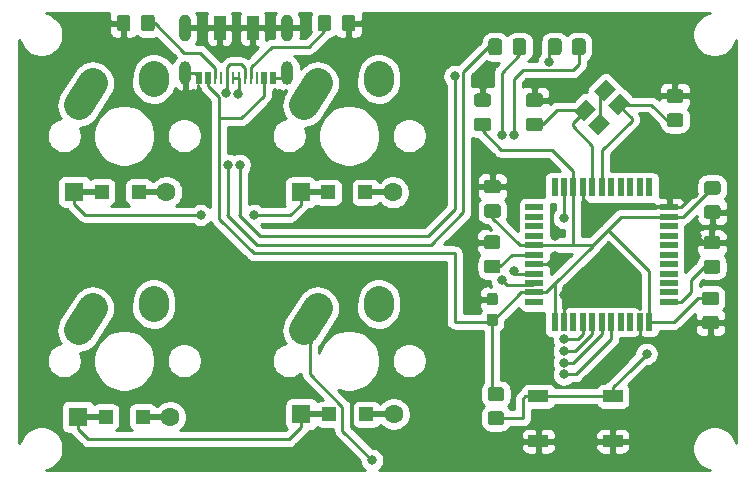
<source format=gbl>
G04 #@! TF.GenerationSoftware,KiCad,Pcbnew,(5.1.5)-3*
G04 #@! TF.CreationDate,2020-07-07T23:04:53+02:00*
G04 #@! TF.ProjectId,example,6578616d-706c-4652-9e6b-696361645f70,rev?*
G04 #@! TF.SameCoordinates,Original*
G04 #@! TF.FileFunction,Copper,L2,Bot*
G04 #@! TF.FilePolarity,Positive*
%FSLAX46Y46*%
G04 Gerber Fmt 4.6, Leading zero omitted, Abs format (unit mm)*
G04 Created by KiCad (PCBNEW (5.1.5)-3) date 2020-07-07 23:04:53*
%MOMM*%
%LPD*%
G04 APERTURE LIST*
%ADD10R,1.700000X1.000000*%
%ADD11C,0.100000*%
%ADD12R,2.500000X0.500000*%
%ADD13C,1.600000*%
%ADD14R,1.600000X1.600000*%
%ADD15R,1.200000X1.200000*%
%ADD16C,2.500000*%
%ADD17R,1.500000X0.550000*%
%ADD18R,0.550000X1.500000*%
%ADD19R,0.520000X1.000000*%
%ADD20R,0.270000X1.000000*%
%ADD21O,1.000000X2.000000*%
%ADD22O,1.000000X2.300000*%
%ADD23R,1.000000X2.000000*%
%ADD24C,0.800000*%
%ADD25C,0.250000*%
%ADD26C,0.254000*%
G04 APERTURE END LIST*
D10*
X185100000Y-85400000D03*
X191400000Y-85400000D03*
X185100000Y-81600000D03*
X191400000Y-81600000D03*
G04 #@! TA.AperFunction,SMDPad,CuDef*
D11*
G36*
X185226356Y-55949282D02*
G01*
X185250624Y-55952882D01*
X185274423Y-55958843D01*
X185297522Y-55967108D01*
X185319701Y-55977598D01*
X185340744Y-55990210D01*
X185360450Y-56004825D01*
X185378628Y-56021301D01*
X185395104Y-56039479D01*
X185409719Y-56059185D01*
X185422331Y-56080228D01*
X185432821Y-56102407D01*
X185441086Y-56125506D01*
X185447047Y-56149305D01*
X185450647Y-56173573D01*
X185451851Y-56198077D01*
X185451851Y-56848079D01*
X185450647Y-56872583D01*
X185447047Y-56896851D01*
X185441086Y-56920650D01*
X185432821Y-56943749D01*
X185422331Y-56965928D01*
X185409719Y-56986971D01*
X185395104Y-57006677D01*
X185378628Y-57024855D01*
X185360450Y-57041331D01*
X185340744Y-57055946D01*
X185319701Y-57068558D01*
X185297522Y-57079048D01*
X185274423Y-57087313D01*
X185250624Y-57093274D01*
X185226356Y-57096874D01*
X185201852Y-57098078D01*
X184301850Y-57098078D01*
X184277346Y-57096874D01*
X184253078Y-57093274D01*
X184229279Y-57087313D01*
X184206180Y-57079048D01*
X184184001Y-57068558D01*
X184162958Y-57055946D01*
X184143252Y-57041331D01*
X184125074Y-57024855D01*
X184108598Y-57006677D01*
X184093983Y-56986971D01*
X184081371Y-56965928D01*
X184070881Y-56943749D01*
X184062616Y-56920650D01*
X184056655Y-56896851D01*
X184053055Y-56872583D01*
X184051851Y-56848079D01*
X184051851Y-56198077D01*
X184053055Y-56173573D01*
X184056655Y-56149305D01*
X184062616Y-56125506D01*
X184070881Y-56102407D01*
X184081371Y-56080228D01*
X184093983Y-56059185D01*
X184108598Y-56039479D01*
X184125074Y-56021301D01*
X184143252Y-56004825D01*
X184162958Y-55990210D01*
X184184001Y-55977598D01*
X184206180Y-55967108D01*
X184229279Y-55958843D01*
X184253078Y-55952882D01*
X184277346Y-55949282D01*
X184301850Y-55948078D01*
X185201852Y-55948078D01*
X185226356Y-55949282D01*
G37*
G04 #@! TD.AperFunction*
G04 #@! TA.AperFunction,SMDPad,CuDef*
G36*
X185226356Y-57999282D02*
G01*
X185250624Y-58002882D01*
X185274423Y-58008843D01*
X185297522Y-58017108D01*
X185319701Y-58027598D01*
X185340744Y-58040210D01*
X185360450Y-58054825D01*
X185378628Y-58071301D01*
X185395104Y-58089479D01*
X185409719Y-58109185D01*
X185422331Y-58130228D01*
X185432821Y-58152407D01*
X185441086Y-58175506D01*
X185447047Y-58199305D01*
X185450647Y-58223573D01*
X185451851Y-58248077D01*
X185451851Y-58898079D01*
X185450647Y-58922583D01*
X185447047Y-58946851D01*
X185441086Y-58970650D01*
X185432821Y-58993749D01*
X185422331Y-59015928D01*
X185409719Y-59036971D01*
X185395104Y-59056677D01*
X185378628Y-59074855D01*
X185360450Y-59091331D01*
X185340744Y-59105946D01*
X185319701Y-59118558D01*
X185297522Y-59129048D01*
X185274423Y-59137313D01*
X185250624Y-59143274D01*
X185226356Y-59146874D01*
X185201852Y-59148078D01*
X184301850Y-59148078D01*
X184277346Y-59146874D01*
X184253078Y-59143274D01*
X184229279Y-59137313D01*
X184206180Y-59129048D01*
X184184001Y-59118558D01*
X184162958Y-59105946D01*
X184143252Y-59091331D01*
X184125074Y-59074855D01*
X184108598Y-59056677D01*
X184093983Y-59036971D01*
X184081371Y-59015928D01*
X184070881Y-58993749D01*
X184062616Y-58970650D01*
X184056655Y-58946851D01*
X184053055Y-58922583D01*
X184051851Y-58898079D01*
X184051851Y-58248077D01*
X184053055Y-58223573D01*
X184056655Y-58199305D01*
X184062616Y-58175506D01*
X184070881Y-58152407D01*
X184081371Y-58130228D01*
X184093983Y-58109185D01*
X184108598Y-58089479D01*
X184125074Y-58071301D01*
X184143252Y-58054825D01*
X184162958Y-58040210D01*
X184184001Y-58027598D01*
X184206180Y-58017108D01*
X184229279Y-58008843D01*
X184253078Y-58002882D01*
X184277346Y-57999282D01*
X184301850Y-57998078D01*
X185201852Y-57998078D01*
X185226356Y-57999282D01*
G37*
G04 #@! TD.AperFunction*
G04 #@! TA.AperFunction,SMDPad,CuDef*
G36*
X197126407Y-57648141D02*
G01*
X197150675Y-57651741D01*
X197174474Y-57657702D01*
X197197573Y-57665967D01*
X197219752Y-57676457D01*
X197240795Y-57689069D01*
X197260501Y-57703684D01*
X197278679Y-57720160D01*
X197295155Y-57738338D01*
X197309770Y-57758044D01*
X197322382Y-57779087D01*
X197332872Y-57801266D01*
X197341137Y-57824365D01*
X197347098Y-57848164D01*
X197350698Y-57872432D01*
X197351902Y-57896936D01*
X197351902Y-58546938D01*
X197350698Y-58571442D01*
X197347098Y-58595710D01*
X197341137Y-58619509D01*
X197332872Y-58642608D01*
X197322382Y-58664787D01*
X197309770Y-58685830D01*
X197295155Y-58705536D01*
X197278679Y-58723714D01*
X197260501Y-58740190D01*
X197240795Y-58754805D01*
X197219752Y-58767417D01*
X197197573Y-58777907D01*
X197174474Y-58786172D01*
X197150675Y-58792133D01*
X197126407Y-58795733D01*
X197101903Y-58796937D01*
X196201901Y-58796937D01*
X196177397Y-58795733D01*
X196153129Y-58792133D01*
X196129330Y-58786172D01*
X196106231Y-58777907D01*
X196084052Y-58767417D01*
X196063009Y-58754805D01*
X196043303Y-58740190D01*
X196025125Y-58723714D01*
X196008649Y-58705536D01*
X195994034Y-58685830D01*
X195981422Y-58664787D01*
X195970932Y-58642608D01*
X195962667Y-58619509D01*
X195956706Y-58595710D01*
X195953106Y-58571442D01*
X195951902Y-58546938D01*
X195951902Y-57896936D01*
X195953106Y-57872432D01*
X195956706Y-57848164D01*
X195962667Y-57824365D01*
X195970932Y-57801266D01*
X195981422Y-57779087D01*
X195994034Y-57758044D01*
X196008649Y-57738338D01*
X196025125Y-57720160D01*
X196043303Y-57703684D01*
X196063009Y-57689069D01*
X196084052Y-57676457D01*
X196106231Y-57665967D01*
X196129330Y-57657702D01*
X196153129Y-57651741D01*
X196177397Y-57648141D01*
X196201901Y-57646937D01*
X197101903Y-57646937D01*
X197126407Y-57648141D01*
G37*
G04 #@! TD.AperFunction*
G04 #@! TA.AperFunction,SMDPad,CuDef*
G36*
X197126407Y-55598141D02*
G01*
X197150675Y-55601741D01*
X197174474Y-55607702D01*
X197197573Y-55615967D01*
X197219752Y-55626457D01*
X197240795Y-55639069D01*
X197260501Y-55653684D01*
X197278679Y-55670160D01*
X197295155Y-55688338D01*
X197309770Y-55708044D01*
X197322382Y-55729087D01*
X197332872Y-55751266D01*
X197341137Y-55774365D01*
X197347098Y-55798164D01*
X197350698Y-55822432D01*
X197351902Y-55846936D01*
X197351902Y-56496938D01*
X197350698Y-56521442D01*
X197347098Y-56545710D01*
X197341137Y-56569509D01*
X197332872Y-56592608D01*
X197322382Y-56614787D01*
X197309770Y-56635830D01*
X197295155Y-56655536D01*
X197278679Y-56673714D01*
X197260501Y-56690190D01*
X197240795Y-56704805D01*
X197219752Y-56717417D01*
X197197573Y-56727907D01*
X197174474Y-56736172D01*
X197150675Y-56742133D01*
X197126407Y-56745733D01*
X197101903Y-56746937D01*
X196201901Y-56746937D01*
X196177397Y-56745733D01*
X196153129Y-56742133D01*
X196129330Y-56736172D01*
X196106231Y-56727907D01*
X196084052Y-56717417D01*
X196063009Y-56704805D01*
X196043303Y-56690190D01*
X196025125Y-56673714D01*
X196008649Y-56655536D01*
X195994034Y-56635830D01*
X195981422Y-56614787D01*
X195970932Y-56592608D01*
X195962667Y-56569509D01*
X195956706Y-56545710D01*
X195953106Y-56521442D01*
X195951902Y-56496938D01*
X195951902Y-55846936D01*
X195953106Y-55822432D01*
X195956706Y-55798164D01*
X195962667Y-55774365D01*
X195970932Y-55751266D01*
X195981422Y-55729087D01*
X195994034Y-55708044D01*
X196008649Y-55688338D01*
X196025125Y-55670160D01*
X196043303Y-55653684D01*
X196063009Y-55639069D01*
X196084052Y-55626457D01*
X196106231Y-55615967D01*
X196129330Y-55607702D01*
X196153129Y-55601741D01*
X196177397Y-55598141D01*
X196201901Y-55596937D01*
X197101903Y-55596937D01*
X197126407Y-55598141D01*
G37*
G04 #@! TD.AperFunction*
G04 #@! TA.AperFunction,SMDPad,CuDef*
G36*
X200141810Y-72731609D02*
G01*
X200166078Y-72735209D01*
X200189877Y-72741170D01*
X200212976Y-72749435D01*
X200235155Y-72759925D01*
X200256198Y-72772537D01*
X200275904Y-72787152D01*
X200294082Y-72803628D01*
X200310558Y-72821806D01*
X200325173Y-72841512D01*
X200337785Y-72862555D01*
X200348275Y-72884734D01*
X200356540Y-72907833D01*
X200362501Y-72931632D01*
X200366101Y-72955900D01*
X200367305Y-72980404D01*
X200367305Y-73630406D01*
X200366101Y-73654910D01*
X200362501Y-73679178D01*
X200356540Y-73702977D01*
X200348275Y-73726076D01*
X200337785Y-73748255D01*
X200325173Y-73769298D01*
X200310558Y-73789004D01*
X200294082Y-73807182D01*
X200275904Y-73823658D01*
X200256198Y-73838273D01*
X200235155Y-73850885D01*
X200212976Y-73861375D01*
X200189877Y-73869640D01*
X200166078Y-73875601D01*
X200141810Y-73879201D01*
X200117306Y-73880405D01*
X199217304Y-73880405D01*
X199192800Y-73879201D01*
X199168532Y-73875601D01*
X199144733Y-73869640D01*
X199121634Y-73861375D01*
X199099455Y-73850885D01*
X199078412Y-73838273D01*
X199058706Y-73823658D01*
X199040528Y-73807182D01*
X199024052Y-73789004D01*
X199009437Y-73769298D01*
X198996825Y-73748255D01*
X198986335Y-73726076D01*
X198978070Y-73702977D01*
X198972109Y-73679178D01*
X198968509Y-73654910D01*
X198967305Y-73630406D01*
X198967305Y-72980404D01*
X198968509Y-72955900D01*
X198972109Y-72931632D01*
X198978070Y-72907833D01*
X198986335Y-72884734D01*
X198996825Y-72862555D01*
X199009437Y-72841512D01*
X199024052Y-72821806D01*
X199040528Y-72803628D01*
X199058706Y-72787152D01*
X199078412Y-72772537D01*
X199099455Y-72759925D01*
X199121634Y-72749435D01*
X199144733Y-72741170D01*
X199168532Y-72735209D01*
X199192800Y-72731609D01*
X199217304Y-72730405D01*
X200117306Y-72730405D01*
X200141810Y-72731609D01*
G37*
G04 #@! TD.AperFunction*
G04 #@! TA.AperFunction,SMDPad,CuDef*
G36*
X200141810Y-74781609D02*
G01*
X200166078Y-74785209D01*
X200189877Y-74791170D01*
X200212976Y-74799435D01*
X200235155Y-74809925D01*
X200256198Y-74822537D01*
X200275904Y-74837152D01*
X200294082Y-74853628D01*
X200310558Y-74871806D01*
X200325173Y-74891512D01*
X200337785Y-74912555D01*
X200348275Y-74934734D01*
X200356540Y-74957833D01*
X200362501Y-74981632D01*
X200366101Y-75005900D01*
X200367305Y-75030404D01*
X200367305Y-75680406D01*
X200366101Y-75704910D01*
X200362501Y-75729178D01*
X200356540Y-75752977D01*
X200348275Y-75776076D01*
X200337785Y-75798255D01*
X200325173Y-75819298D01*
X200310558Y-75839004D01*
X200294082Y-75857182D01*
X200275904Y-75873658D01*
X200256198Y-75888273D01*
X200235155Y-75900885D01*
X200212976Y-75911375D01*
X200189877Y-75919640D01*
X200166078Y-75925601D01*
X200141810Y-75929201D01*
X200117306Y-75930405D01*
X199217304Y-75930405D01*
X199192800Y-75929201D01*
X199168532Y-75925601D01*
X199144733Y-75919640D01*
X199121634Y-75911375D01*
X199099455Y-75900885D01*
X199078412Y-75888273D01*
X199058706Y-75873658D01*
X199040528Y-75857182D01*
X199024052Y-75839004D01*
X199009437Y-75819298D01*
X198996825Y-75798255D01*
X198986335Y-75776076D01*
X198978070Y-75752977D01*
X198972109Y-75729178D01*
X198968509Y-75704910D01*
X198967305Y-75680406D01*
X198967305Y-75030404D01*
X198968509Y-75005900D01*
X198972109Y-74981632D01*
X198978070Y-74957833D01*
X198986335Y-74934734D01*
X198996825Y-74912555D01*
X199009437Y-74891512D01*
X199024052Y-74871806D01*
X199040528Y-74853628D01*
X199058706Y-74837152D01*
X199078412Y-74822537D01*
X199099455Y-74809925D01*
X199121634Y-74799435D01*
X199144733Y-74791170D01*
X199168532Y-74785209D01*
X199192800Y-74781609D01*
X199217304Y-74780405D01*
X200117306Y-74780405D01*
X200141810Y-74781609D01*
G37*
G04 #@! TD.AperFunction*
G04 #@! TA.AperFunction,SMDPad,CuDef*
G36*
X200290111Y-65424596D02*
G01*
X200314379Y-65428196D01*
X200338178Y-65434157D01*
X200361277Y-65442422D01*
X200383456Y-65452912D01*
X200404499Y-65465524D01*
X200424205Y-65480139D01*
X200442383Y-65496615D01*
X200458859Y-65514793D01*
X200473474Y-65534499D01*
X200486086Y-65555542D01*
X200496576Y-65577721D01*
X200504841Y-65600820D01*
X200510802Y-65624619D01*
X200514402Y-65648887D01*
X200515606Y-65673391D01*
X200515606Y-66323393D01*
X200514402Y-66347897D01*
X200510802Y-66372165D01*
X200504841Y-66395964D01*
X200496576Y-66419063D01*
X200486086Y-66441242D01*
X200473474Y-66462285D01*
X200458859Y-66481991D01*
X200442383Y-66500169D01*
X200424205Y-66516645D01*
X200404499Y-66531260D01*
X200383456Y-66543872D01*
X200361277Y-66554362D01*
X200338178Y-66562627D01*
X200314379Y-66568588D01*
X200290111Y-66572188D01*
X200265607Y-66573392D01*
X199365605Y-66573392D01*
X199341101Y-66572188D01*
X199316833Y-66568588D01*
X199293034Y-66562627D01*
X199269935Y-66554362D01*
X199247756Y-66543872D01*
X199226713Y-66531260D01*
X199207007Y-66516645D01*
X199188829Y-66500169D01*
X199172353Y-66481991D01*
X199157738Y-66462285D01*
X199145126Y-66441242D01*
X199134636Y-66419063D01*
X199126371Y-66395964D01*
X199120410Y-66372165D01*
X199116810Y-66347897D01*
X199115606Y-66323393D01*
X199115606Y-65673391D01*
X199116810Y-65648887D01*
X199120410Y-65624619D01*
X199126371Y-65600820D01*
X199134636Y-65577721D01*
X199145126Y-65555542D01*
X199157738Y-65534499D01*
X199172353Y-65514793D01*
X199188829Y-65496615D01*
X199207007Y-65480139D01*
X199226713Y-65465524D01*
X199247756Y-65452912D01*
X199269935Y-65442422D01*
X199293034Y-65434157D01*
X199316833Y-65428196D01*
X199341101Y-65424596D01*
X199365605Y-65423392D01*
X200265607Y-65423392D01*
X200290111Y-65424596D01*
G37*
G04 #@! TD.AperFunction*
G04 #@! TA.AperFunction,SMDPad,CuDef*
G36*
X200290111Y-63374596D02*
G01*
X200314379Y-63378196D01*
X200338178Y-63384157D01*
X200361277Y-63392422D01*
X200383456Y-63402912D01*
X200404499Y-63415524D01*
X200424205Y-63430139D01*
X200442383Y-63446615D01*
X200458859Y-63464793D01*
X200473474Y-63484499D01*
X200486086Y-63505542D01*
X200496576Y-63527721D01*
X200504841Y-63550820D01*
X200510802Y-63574619D01*
X200514402Y-63598887D01*
X200515606Y-63623391D01*
X200515606Y-64273393D01*
X200514402Y-64297897D01*
X200510802Y-64322165D01*
X200504841Y-64345964D01*
X200496576Y-64369063D01*
X200486086Y-64391242D01*
X200473474Y-64412285D01*
X200458859Y-64431991D01*
X200442383Y-64450169D01*
X200424205Y-64466645D01*
X200404499Y-64481260D01*
X200383456Y-64493872D01*
X200361277Y-64504362D01*
X200338178Y-64512627D01*
X200314379Y-64518588D01*
X200290111Y-64522188D01*
X200265607Y-64523392D01*
X199365605Y-64523392D01*
X199341101Y-64522188D01*
X199316833Y-64518588D01*
X199293034Y-64512627D01*
X199269935Y-64504362D01*
X199247756Y-64493872D01*
X199226713Y-64481260D01*
X199207007Y-64466645D01*
X199188829Y-64450169D01*
X199172353Y-64431991D01*
X199157738Y-64412285D01*
X199145126Y-64391242D01*
X199134636Y-64369063D01*
X199126371Y-64345964D01*
X199120410Y-64322165D01*
X199116810Y-64297897D01*
X199115606Y-64273393D01*
X199115606Y-63623391D01*
X199116810Y-63598887D01*
X199120410Y-63574619D01*
X199126371Y-63550820D01*
X199134636Y-63527721D01*
X199145126Y-63505542D01*
X199157738Y-63484499D01*
X199172353Y-63464793D01*
X199188829Y-63446615D01*
X199207007Y-63430139D01*
X199226713Y-63415524D01*
X199247756Y-63402912D01*
X199269935Y-63392422D01*
X199293034Y-63384157D01*
X199316833Y-63378196D01*
X199341101Y-63374596D01*
X199365605Y-63373392D01*
X200265607Y-63373392D01*
X200290111Y-63374596D01*
G37*
G04 #@! TD.AperFunction*
G04 #@! TA.AperFunction,SMDPad,CuDef*
G36*
X181667002Y-65327816D02*
G01*
X181691270Y-65331416D01*
X181715069Y-65337377D01*
X181738168Y-65345642D01*
X181760347Y-65356132D01*
X181781390Y-65368744D01*
X181801096Y-65383359D01*
X181819274Y-65399835D01*
X181835750Y-65418013D01*
X181850365Y-65437719D01*
X181862977Y-65458762D01*
X181873467Y-65480941D01*
X181881732Y-65504040D01*
X181887693Y-65527839D01*
X181891293Y-65552107D01*
X181892497Y-65576611D01*
X181892497Y-66226613D01*
X181891293Y-66251117D01*
X181887693Y-66275385D01*
X181881732Y-66299184D01*
X181873467Y-66322283D01*
X181862977Y-66344462D01*
X181850365Y-66365505D01*
X181835750Y-66385211D01*
X181819274Y-66403389D01*
X181801096Y-66419865D01*
X181781390Y-66434480D01*
X181760347Y-66447092D01*
X181738168Y-66457582D01*
X181715069Y-66465847D01*
X181691270Y-66471808D01*
X181667002Y-66475408D01*
X181642498Y-66476612D01*
X180742496Y-66476612D01*
X180717992Y-66475408D01*
X180693724Y-66471808D01*
X180669925Y-66465847D01*
X180646826Y-66457582D01*
X180624647Y-66447092D01*
X180603604Y-66434480D01*
X180583898Y-66419865D01*
X180565720Y-66403389D01*
X180549244Y-66385211D01*
X180534629Y-66365505D01*
X180522017Y-66344462D01*
X180511527Y-66322283D01*
X180503262Y-66299184D01*
X180497301Y-66275385D01*
X180493701Y-66251117D01*
X180492497Y-66226613D01*
X180492497Y-65576611D01*
X180493701Y-65552107D01*
X180497301Y-65527839D01*
X180503262Y-65504040D01*
X180511527Y-65480941D01*
X180522017Y-65458762D01*
X180534629Y-65437719D01*
X180549244Y-65418013D01*
X180565720Y-65399835D01*
X180583898Y-65383359D01*
X180603604Y-65368744D01*
X180624647Y-65356132D01*
X180646826Y-65345642D01*
X180669925Y-65337377D01*
X180693724Y-65331416D01*
X180717992Y-65327816D01*
X180742496Y-65326612D01*
X181642498Y-65326612D01*
X181667002Y-65327816D01*
G37*
G04 #@! TD.AperFunction*
G04 #@! TA.AperFunction,SMDPad,CuDef*
G36*
X181667002Y-63277816D02*
G01*
X181691270Y-63281416D01*
X181715069Y-63287377D01*
X181738168Y-63295642D01*
X181760347Y-63306132D01*
X181781390Y-63318744D01*
X181801096Y-63333359D01*
X181819274Y-63349835D01*
X181835750Y-63368013D01*
X181850365Y-63387719D01*
X181862977Y-63408762D01*
X181873467Y-63430941D01*
X181881732Y-63454040D01*
X181887693Y-63477839D01*
X181891293Y-63502107D01*
X181892497Y-63526611D01*
X181892497Y-64176613D01*
X181891293Y-64201117D01*
X181887693Y-64225385D01*
X181881732Y-64249184D01*
X181873467Y-64272283D01*
X181862977Y-64294462D01*
X181850365Y-64315505D01*
X181835750Y-64335211D01*
X181819274Y-64353389D01*
X181801096Y-64369865D01*
X181781390Y-64384480D01*
X181760347Y-64397092D01*
X181738168Y-64407582D01*
X181715069Y-64415847D01*
X181691270Y-64421808D01*
X181667002Y-64425408D01*
X181642498Y-64426612D01*
X180742496Y-64426612D01*
X180717992Y-64425408D01*
X180693724Y-64421808D01*
X180669925Y-64415847D01*
X180646826Y-64407582D01*
X180624647Y-64397092D01*
X180603604Y-64384480D01*
X180583898Y-64369865D01*
X180565720Y-64353389D01*
X180549244Y-64335211D01*
X180534629Y-64315505D01*
X180522017Y-64294462D01*
X180511527Y-64272283D01*
X180503262Y-64249184D01*
X180497301Y-64225385D01*
X180493701Y-64201117D01*
X180492497Y-64176613D01*
X180492497Y-63526611D01*
X180493701Y-63502107D01*
X180497301Y-63477839D01*
X180503262Y-63454040D01*
X180511527Y-63430941D01*
X180522017Y-63408762D01*
X180534629Y-63387719D01*
X180549244Y-63368013D01*
X180565720Y-63349835D01*
X180583898Y-63333359D01*
X180603604Y-63318744D01*
X180624647Y-63306132D01*
X180646826Y-63295642D01*
X180669925Y-63287377D01*
X180693724Y-63281416D01*
X180717992Y-63277816D01*
X180742496Y-63276612D01*
X181642498Y-63276612D01*
X181667002Y-63277816D01*
G37*
G04 #@! TD.AperFunction*
G04 #@! TA.AperFunction,SMDPad,CuDef*
G36*
X180836513Y-55955616D02*
G01*
X180860781Y-55959216D01*
X180884580Y-55965177D01*
X180907679Y-55973442D01*
X180929858Y-55983932D01*
X180950901Y-55996544D01*
X180970607Y-56011159D01*
X180988785Y-56027635D01*
X181005261Y-56045813D01*
X181019876Y-56065519D01*
X181032488Y-56086562D01*
X181042978Y-56108741D01*
X181051243Y-56131840D01*
X181057204Y-56155639D01*
X181060804Y-56179907D01*
X181062008Y-56204411D01*
X181062008Y-56854413D01*
X181060804Y-56878917D01*
X181057204Y-56903185D01*
X181051243Y-56926984D01*
X181042978Y-56950083D01*
X181032488Y-56972262D01*
X181019876Y-56993305D01*
X181005261Y-57013011D01*
X180988785Y-57031189D01*
X180970607Y-57047665D01*
X180950901Y-57062280D01*
X180929858Y-57074892D01*
X180907679Y-57085382D01*
X180884580Y-57093647D01*
X180860781Y-57099608D01*
X180836513Y-57103208D01*
X180812009Y-57104412D01*
X179912007Y-57104412D01*
X179887503Y-57103208D01*
X179863235Y-57099608D01*
X179839436Y-57093647D01*
X179816337Y-57085382D01*
X179794158Y-57074892D01*
X179773115Y-57062280D01*
X179753409Y-57047665D01*
X179735231Y-57031189D01*
X179718755Y-57013011D01*
X179704140Y-56993305D01*
X179691528Y-56972262D01*
X179681038Y-56950083D01*
X179672773Y-56926984D01*
X179666812Y-56903185D01*
X179663212Y-56878917D01*
X179662008Y-56854413D01*
X179662008Y-56204411D01*
X179663212Y-56179907D01*
X179666812Y-56155639D01*
X179672773Y-56131840D01*
X179681038Y-56108741D01*
X179691528Y-56086562D01*
X179704140Y-56065519D01*
X179718755Y-56045813D01*
X179735231Y-56027635D01*
X179753409Y-56011159D01*
X179773115Y-55996544D01*
X179794158Y-55983932D01*
X179816337Y-55973442D01*
X179839436Y-55965177D01*
X179863235Y-55959216D01*
X179887503Y-55955616D01*
X179912007Y-55954412D01*
X180812009Y-55954412D01*
X180836513Y-55955616D01*
G37*
G04 #@! TD.AperFunction*
G04 #@! TA.AperFunction,SMDPad,CuDef*
G36*
X180836513Y-58005616D02*
G01*
X180860781Y-58009216D01*
X180884580Y-58015177D01*
X180907679Y-58023442D01*
X180929858Y-58033932D01*
X180950901Y-58046544D01*
X180970607Y-58061159D01*
X180988785Y-58077635D01*
X181005261Y-58095813D01*
X181019876Y-58115519D01*
X181032488Y-58136562D01*
X181042978Y-58158741D01*
X181051243Y-58181840D01*
X181057204Y-58205639D01*
X181060804Y-58229907D01*
X181062008Y-58254411D01*
X181062008Y-58904413D01*
X181060804Y-58928917D01*
X181057204Y-58953185D01*
X181051243Y-58976984D01*
X181042978Y-59000083D01*
X181032488Y-59022262D01*
X181019876Y-59043305D01*
X181005261Y-59063011D01*
X180988785Y-59081189D01*
X180970607Y-59097665D01*
X180950901Y-59112280D01*
X180929858Y-59124892D01*
X180907679Y-59135382D01*
X180884580Y-59143647D01*
X180860781Y-59149608D01*
X180836513Y-59153208D01*
X180812009Y-59154412D01*
X179912007Y-59154412D01*
X179887503Y-59153208D01*
X179863235Y-59149608D01*
X179839436Y-59143647D01*
X179816337Y-59135382D01*
X179794158Y-59124892D01*
X179773115Y-59112280D01*
X179753409Y-59097665D01*
X179735231Y-59081189D01*
X179718755Y-59063011D01*
X179704140Y-59043305D01*
X179691528Y-59022262D01*
X179681038Y-59000083D01*
X179672773Y-58976984D01*
X179666812Y-58953185D01*
X179663212Y-58928917D01*
X179662008Y-58904413D01*
X179662008Y-58254411D01*
X179663212Y-58229907D01*
X179666812Y-58205639D01*
X179672773Y-58181840D01*
X179681038Y-58158741D01*
X179691528Y-58136562D01*
X179704140Y-58115519D01*
X179718755Y-58095813D01*
X179735231Y-58077635D01*
X179753409Y-58061159D01*
X179773115Y-58046544D01*
X179794158Y-58033932D01*
X179816337Y-58023442D01*
X179839436Y-58015177D01*
X179863235Y-58009216D01*
X179887503Y-58005616D01*
X179912007Y-58004412D01*
X180812009Y-58004412D01*
X180836513Y-58005616D01*
G37*
G04 #@! TD.AperFunction*
G04 #@! TA.AperFunction,SMDPad,CuDef*
G36*
X181652434Y-67977966D02*
G01*
X181676702Y-67981566D01*
X181700501Y-67987527D01*
X181723600Y-67995792D01*
X181745779Y-68006282D01*
X181766822Y-68018894D01*
X181786528Y-68033509D01*
X181804706Y-68049985D01*
X181821182Y-68068163D01*
X181835797Y-68087869D01*
X181848409Y-68108912D01*
X181858899Y-68131091D01*
X181867164Y-68154190D01*
X181873125Y-68177989D01*
X181876725Y-68202257D01*
X181877929Y-68226761D01*
X181877929Y-68876763D01*
X181876725Y-68901267D01*
X181873125Y-68925535D01*
X181867164Y-68949334D01*
X181858899Y-68972433D01*
X181848409Y-68994612D01*
X181835797Y-69015655D01*
X181821182Y-69035361D01*
X181804706Y-69053539D01*
X181786528Y-69070015D01*
X181766822Y-69084630D01*
X181745779Y-69097242D01*
X181723600Y-69107732D01*
X181700501Y-69115997D01*
X181676702Y-69121958D01*
X181652434Y-69125558D01*
X181627930Y-69126762D01*
X180727928Y-69126762D01*
X180703424Y-69125558D01*
X180679156Y-69121958D01*
X180655357Y-69115997D01*
X180632258Y-69107732D01*
X180610079Y-69097242D01*
X180589036Y-69084630D01*
X180569330Y-69070015D01*
X180551152Y-69053539D01*
X180534676Y-69035361D01*
X180520061Y-69015655D01*
X180507449Y-68994612D01*
X180496959Y-68972433D01*
X180488694Y-68949334D01*
X180482733Y-68925535D01*
X180479133Y-68901267D01*
X180477929Y-68876763D01*
X180477929Y-68226761D01*
X180479133Y-68202257D01*
X180482733Y-68177989D01*
X180488694Y-68154190D01*
X180496959Y-68131091D01*
X180507449Y-68108912D01*
X180520061Y-68087869D01*
X180534676Y-68068163D01*
X180551152Y-68049985D01*
X180569330Y-68033509D01*
X180589036Y-68018894D01*
X180610079Y-68006282D01*
X180632258Y-67995792D01*
X180655357Y-67987527D01*
X180679156Y-67981566D01*
X180703424Y-67977966D01*
X180727928Y-67976762D01*
X181627930Y-67976762D01*
X181652434Y-67977966D01*
G37*
G04 #@! TD.AperFunction*
G04 #@! TA.AperFunction,SMDPad,CuDef*
G36*
X181652434Y-70027966D02*
G01*
X181676702Y-70031566D01*
X181700501Y-70037527D01*
X181723600Y-70045792D01*
X181745779Y-70056282D01*
X181766822Y-70068894D01*
X181786528Y-70083509D01*
X181804706Y-70099985D01*
X181821182Y-70118163D01*
X181835797Y-70137869D01*
X181848409Y-70158912D01*
X181858899Y-70181091D01*
X181867164Y-70204190D01*
X181873125Y-70227989D01*
X181876725Y-70252257D01*
X181877929Y-70276761D01*
X181877929Y-70926763D01*
X181876725Y-70951267D01*
X181873125Y-70975535D01*
X181867164Y-70999334D01*
X181858899Y-71022433D01*
X181848409Y-71044612D01*
X181835797Y-71065655D01*
X181821182Y-71085361D01*
X181804706Y-71103539D01*
X181786528Y-71120015D01*
X181766822Y-71134630D01*
X181745779Y-71147242D01*
X181723600Y-71157732D01*
X181700501Y-71165997D01*
X181676702Y-71171958D01*
X181652434Y-71175558D01*
X181627930Y-71176762D01*
X180727928Y-71176762D01*
X180703424Y-71175558D01*
X180679156Y-71171958D01*
X180655357Y-71165997D01*
X180632258Y-71157732D01*
X180610079Y-71147242D01*
X180589036Y-71134630D01*
X180569330Y-71120015D01*
X180551152Y-71103539D01*
X180534676Y-71085361D01*
X180520061Y-71065655D01*
X180507449Y-71044612D01*
X180496959Y-71022433D01*
X180488694Y-70999334D01*
X180482733Y-70975535D01*
X180479133Y-70951267D01*
X180477929Y-70926763D01*
X180477929Y-70276761D01*
X180479133Y-70252257D01*
X180482733Y-70227989D01*
X180488694Y-70204190D01*
X180496959Y-70181091D01*
X180507449Y-70158912D01*
X180520061Y-70137869D01*
X180534676Y-70118163D01*
X180551152Y-70099985D01*
X180569330Y-70083509D01*
X180589036Y-70068894D01*
X180610079Y-70056282D01*
X180632258Y-70045792D01*
X180655357Y-70037527D01*
X180679156Y-70031566D01*
X180703424Y-70027966D01*
X180727928Y-70026762D01*
X181627930Y-70026762D01*
X181652434Y-70027966D01*
G37*
G04 #@! TD.AperFunction*
D12*
X152400000Y-64293750D03*
X147000000Y-64293750D03*
D13*
X153600000Y-64293750D03*
D14*
X145800000Y-64293750D03*
D15*
X148125000Y-64293750D03*
X151275000Y-64293750D03*
X151593750Y-83343750D03*
X148443750Y-83343750D03*
D14*
X146118750Y-83343750D03*
D13*
X153918750Y-83343750D03*
D12*
X147318750Y-83343750D03*
X152718750Y-83343750D03*
D15*
X170433501Y-64334521D03*
X167283501Y-64334521D03*
D14*
X164958501Y-64334521D03*
D13*
X172758501Y-64334521D03*
D12*
X166158501Y-64334521D03*
X171558501Y-64334521D03*
X171634483Y-83113504D03*
X166234483Y-83113504D03*
D13*
X172834483Y-83113504D03*
D14*
X165034483Y-83113504D03*
D15*
X167359483Y-83113504D03*
X170509483Y-83113504D03*
D16*
X152558474Y-54451922D02*
X152519026Y-55030578D01*
X147368212Y-55062435D02*
X146159288Y-56960065D01*
X152558474Y-73501922D02*
X152519026Y-74080578D01*
X147368212Y-74112435D02*
X146159288Y-76010065D01*
X166418212Y-55062435D02*
X165209288Y-56960065D01*
X171608474Y-54451922D02*
X171569026Y-55030578D01*
X166418212Y-74112435D02*
X165209288Y-76010065D01*
X171608474Y-73501922D02*
X171569026Y-74080578D01*
G04 #@! TA.AperFunction,SMDPad,CuDef*
D11*
G36*
X181965683Y-80831572D02*
G01*
X181989951Y-80835172D01*
X182013750Y-80841133D01*
X182036849Y-80849398D01*
X182059028Y-80859888D01*
X182080071Y-80872500D01*
X182099777Y-80887115D01*
X182117955Y-80903591D01*
X182134431Y-80921769D01*
X182149046Y-80941475D01*
X182161658Y-80962518D01*
X182172148Y-80984697D01*
X182180413Y-81007796D01*
X182186374Y-81031595D01*
X182189974Y-81055863D01*
X182191178Y-81080367D01*
X182191178Y-81730369D01*
X182189974Y-81754873D01*
X182186374Y-81779141D01*
X182180413Y-81802940D01*
X182172148Y-81826039D01*
X182161658Y-81848218D01*
X182149046Y-81869261D01*
X182134431Y-81888967D01*
X182117955Y-81907145D01*
X182099777Y-81923621D01*
X182080071Y-81938236D01*
X182059028Y-81950848D01*
X182036849Y-81961338D01*
X182013750Y-81969603D01*
X181989951Y-81975564D01*
X181965683Y-81979164D01*
X181941179Y-81980368D01*
X181041177Y-81980368D01*
X181016673Y-81979164D01*
X180992405Y-81975564D01*
X180968606Y-81969603D01*
X180945507Y-81961338D01*
X180923328Y-81950848D01*
X180902285Y-81938236D01*
X180882579Y-81923621D01*
X180864401Y-81907145D01*
X180847925Y-81888967D01*
X180833310Y-81869261D01*
X180820698Y-81848218D01*
X180810208Y-81826039D01*
X180801943Y-81802940D01*
X180795982Y-81779141D01*
X180792382Y-81754873D01*
X180791178Y-81730369D01*
X180791178Y-81080367D01*
X180792382Y-81055863D01*
X180795982Y-81031595D01*
X180801943Y-81007796D01*
X180810208Y-80984697D01*
X180820698Y-80962518D01*
X180833310Y-80941475D01*
X180847925Y-80921769D01*
X180864401Y-80903591D01*
X180882579Y-80887115D01*
X180902285Y-80872500D01*
X180923328Y-80859888D01*
X180945507Y-80849398D01*
X180968606Y-80841133D01*
X180992405Y-80835172D01*
X181016673Y-80831572D01*
X181041177Y-80830368D01*
X181941179Y-80830368D01*
X181965683Y-80831572D01*
G37*
G04 #@! TD.AperFunction*
G04 #@! TA.AperFunction,SMDPad,CuDef*
G36*
X181965683Y-82881572D02*
G01*
X181989951Y-82885172D01*
X182013750Y-82891133D01*
X182036849Y-82899398D01*
X182059028Y-82909888D01*
X182080071Y-82922500D01*
X182099777Y-82937115D01*
X182117955Y-82953591D01*
X182134431Y-82971769D01*
X182149046Y-82991475D01*
X182161658Y-83012518D01*
X182172148Y-83034697D01*
X182180413Y-83057796D01*
X182186374Y-83081595D01*
X182189974Y-83105863D01*
X182191178Y-83130367D01*
X182191178Y-83780369D01*
X182189974Y-83804873D01*
X182186374Y-83829141D01*
X182180413Y-83852940D01*
X182172148Y-83876039D01*
X182161658Y-83898218D01*
X182149046Y-83919261D01*
X182134431Y-83938967D01*
X182117955Y-83957145D01*
X182099777Y-83973621D01*
X182080071Y-83988236D01*
X182059028Y-84000848D01*
X182036849Y-84011338D01*
X182013750Y-84019603D01*
X181989951Y-84025564D01*
X181965683Y-84029164D01*
X181941179Y-84030368D01*
X181041177Y-84030368D01*
X181016673Y-84029164D01*
X180992405Y-84025564D01*
X180968606Y-84019603D01*
X180945507Y-84011338D01*
X180923328Y-84000848D01*
X180902285Y-83988236D01*
X180882579Y-83973621D01*
X180864401Y-83957145D01*
X180847925Y-83938967D01*
X180833310Y-83919261D01*
X180820698Y-83898218D01*
X180810208Y-83876039D01*
X180801943Y-83852940D01*
X180795982Y-83829141D01*
X180792382Y-83804873D01*
X180791178Y-83780369D01*
X180791178Y-83130367D01*
X180792382Y-83105863D01*
X180795982Y-83081595D01*
X180801943Y-83057796D01*
X180810208Y-83034697D01*
X180820698Y-83012518D01*
X180833310Y-82991475D01*
X180847925Y-82971769D01*
X180864401Y-82953591D01*
X180882579Y-82937115D01*
X180902285Y-82922500D01*
X180923328Y-82909888D01*
X180945507Y-82899398D01*
X180968606Y-82891133D01*
X180992405Y-82885172D01*
X181016673Y-82881572D01*
X181041177Y-82880368D01*
X181941179Y-82880368D01*
X181965683Y-82881572D01*
G37*
G04 #@! TD.AperFunction*
G04 #@! TA.AperFunction,SMDPad,CuDef*
G36*
X200256384Y-68021825D02*
G01*
X200280652Y-68025425D01*
X200304451Y-68031386D01*
X200327550Y-68039651D01*
X200349729Y-68050141D01*
X200370772Y-68062753D01*
X200390478Y-68077368D01*
X200408656Y-68093844D01*
X200425132Y-68112022D01*
X200439747Y-68131728D01*
X200452359Y-68152771D01*
X200462849Y-68174950D01*
X200471114Y-68198049D01*
X200477075Y-68221848D01*
X200480675Y-68246116D01*
X200481879Y-68270620D01*
X200481879Y-68920622D01*
X200480675Y-68945126D01*
X200477075Y-68969394D01*
X200471114Y-68993193D01*
X200462849Y-69016292D01*
X200452359Y-69038471D01*
X200439747Y-69059514D01*
X200425132Y-69079220D01*
X200408656Y-69097398D01*
X200390478Y-69113874D01*
X200370772Y-69128489D01*
X200349729Y-69141101D01*
X200327550Y-69151591D01*
X200304451Y-69159856D01*
X200280652Y-69165817D01*
X200256384Y-69169417D01*
X200231880Y-69170621D01*
X199331878Y-69170621D01*
X199307374Y-69169417D01*
X199283106Y-69165817D01*
X199259307Y-69159856D01*
X199236208Y-69151591D01*
X199214029Y-69141101D01*
X199192986Y-69128489D01*
X199173280Y-69113874D01*
X199155102Y-69097398D01*
X199138626Y-69079220D01*
X199124011Y-69059514D01*
X199111399Y-69038471D01*
X199100909Y-69016292D01*
X199092644Y-68993193D01*
X199086683Y-68969394D01*
X199083083Y-68945126D01*
X199081879Y-68920622D01*
X199081879Y-68270620D01*
X199083083Y-68246116D01*
X199086683Y-68221848D01*
X199092644Y-68198049D01*
X199100909Y-68174950D01*
X199111399Y-68152771D01*
X199124011Y-68131728D01*
X199138626Y-68112022D01*
X199155102Y-68093844D01*
X199173280Y-68077368D01*
X199192986Y-68062753D01*
X199214029Y-68050141D01*
X199236208Y-68039651D01*
X199259307Y-68031386D01*
X199283106Y-68025425D01*
X199307374Y-68021825D01*
X199331878Y-68020621D01*
X200231880Y-68020621D01*
X200256384Y-68021825D01*
G37*
G04 #@! TD.AperFunction*
G04 #@! TA.AperFunction,SMDPad,CuDef*
G36*
X200256384Y-70071825D02*
G01*
X200280652Y-70075425D01*
X200304451Y-70081386D01*
X200327550Y-70089651D01*
X200349729Y-70100141D01*
X200370772Y-70112753D01*
X200390478Y-70127368D01*
X200408656Y-70143844D01*
X200425132Y-70162022D01*
X200439747Y-70181728D01*
X200452359Y-70202771D01*
X200462849Y-70224950D01*
X200471114Y-70248049D01*
X200477075Y-70271848D01*
X200480675Y-70296116D01*
X200481879Y-70320620D01*
X200481879Y-70970622D01*
X200480675Y-70995126D01*
X200477075Y-71019394D01*
X200471114Y-71043193D01*
X200462849Y-71066292D01*
X200452359Y-71088471D01*
X200439747Y-71109514D01*
X200425132Y-71129220D01*
X200408656Y-71147398D01*
X200390478Y-71163874D01*
X200370772Y-71178489D01*
X200349729Y-71191101D01*
X200327550Y-71201591D01*
X200304451Y-71209856D01*
X200280652Y-71215817D01*
X200256384Y-71219417D01*
X200231880Y-71220621D01*
X199331878Y-71220621D01*
X199307374Y-71219417D01*
X199283106Y-71215817D01*
X199259307Y-71209856D01*
X199236208Y-71201591D01*
X199214029Y-71191101D01*
X199192986Y-71178489D01*
X199173280Y-71163874D01*
X199155102Y-71147398D01*
X199138626Y-71129220D01*
X199124011Y-71109514D01*
X199111399Y-71088471D01*
X199100909Y-71066292D01*
X199092644Y-71043193D01*
X199086683Y-71019394D01*
X199083083Y-70995126D01*
X199081879Y-70970622D01*
X199081879Y-70320620D01*
X199083083Y-70296116D01*
X199086683Y-70271848D01*
X199092644Y-70248049D01*
X199100909Y-70224950D01*
X199111399Y-70202771D01*
X199124011Y-70181728D01*
X199138626Y-70162022D01*
X199155102Y-70143844D01*
X199173280Y-70127368D01*
X199192986Y-70112753D01*
X199214029Y-70100141D01*
X199236208Y-70089651D01*
X199259307Y-70081386D01*
X199283106Y-70075425D01*
X199307374Y-70071825D01*
X199331878Y-70070621D01*
X200231880Y-70070621D01*
X200256384Y-70071825D01*
G37*
G04 #@! TD.AperFunction*
G04 #@! TA.AperFunction,SMDPad,CuDef*
G36*
X181784347Y-51306118D02*
G01*
X181808615Y-51309718D01*
X181832414Y-51315679D01*
X181855513Y-51323944D01*
X181877692Y-51334434D01*
X181898735Y-51347046D01*
X181918441Y-51361661D01*
X181936619Y-51378137D01*
X181953095Y-51396315D01*
X181967710Y-51416021D01*
X181980322Y-51437064D01*
X181990812Y-51459243D01*
X181999077Y-51482342D01*
X182005038Y-51506141D01*
X182008638Y-51530409D01*
X182009842Y-51554913D01*
X182009842Y-52454915D01*
X182008638Y-52479419D01*
X182005038Y-52503687D01*
X181999077Y-52527486D01*
X181990812Y-52550585D01*
X181980322Y-52572764D01*
X181967710Y-52593807D01*
X181953095Y-52613513D01*
X181936619Y-52631691D01*
X181918441Y-52648167D01*
X181898735Y-52662782D01*
X181877692Y-52675394D01*
X181855513Y-52685884D01*
X181832414Y-52694149D01*
X181808615Y-52700110D01*
X181784347Y-52703710D01*
X181759843Y-52704914D01*
X181109841Y-52704914D01*
X181085337Y-52703710D01*
X181061069Y-52700110D01*
X181037270Y-52694149D01*
X181014171Y-52685884D01*
X180991992Y-52675394D01*
X180970949Y-52662782D01*
X180951243Y-52648167D01*
X180933065Y-52631691D01*
X180916589Y-52613513D01*
X180901974Y-52593807D01*
X180889362Y-52572764D01*
X180878872Y-52550585D01*
X180870607Y-52527486D01*
X180864646Y-52503687D01*
X180861046Y-52479419D01*
X180859842Y-52454915D01*
X180859842Y-51554913D01*
X180861046Y-51530409D01*
X180864646Y-51506141D01*
X180870607Y-51482342D01*
X180878872Y-51459243D01*
X180889362Y-51437064D01*
X180901974Y-51416021D01*
X180916589Y-51396315D01*
X180933065Y-51378137D01*
X180951243Y-51361661D01*
X180970949Y-51347046D01*
X180991992Y-51334434D01*
X181014171Y-51323944D01*
X181037270Y-51315679D01*
X181061069Y-51309718D01*
X181085337Y-51306118D01*
X181109841Y-51304914D01*
X181759843Y-51304914D01*
X181784347Y-51306118D01*
G37*
G04 #@! TD.AperFunction*
G04 #@! TA.AperFunction,SMDPad,CuDef*
G36*
X183834347Y-51306118D02*
G01*
X183858615Y-51309718D01*
X183882414Y-51315679D01*
X183905513Y-51323944D01*
X183927692Y-51334434D01*
X183948735Y-51347046D01*
X183968441Y-51361661D01*
X183986619Y-51378137D01*
X184003095Y-51396315D01*
X184017710Y-51416021D01*
X184030322Y-51437064D01*
X184040812Y-51459243D01*
X184049077Y-51482342D01*
X184055038Y-51506141D01*
X184058638Y-51530409D01*
X184059842Y-51554913D01*
X184059842Y-52454915D01*
X184058638Y-52479419D01*
X184055038Y-52503687D01*
X184049077Y-52527486D01*
X184040812Y-52550585D01*
X184030322Y-52572764D01*
X184017710Y-52593807D01*
X184003095Y-52613513D01*
X183986619Y-52631691D01*
X183968441Y-52648167D01*
X183948735Y-52662782D01*
X183927692Y-52675394D01*
X183905513Y-52685884D01*
X183882414Y-52694149D01*
X183858615Y-52700110D01*
X183834347Y-52703710D01*
X183809843Y-52704914D01*
X183159841Y-52704914D01*
X183135337Y-52703710D01*
X183111069Y-52700110D01*
X183087270Y-52694149D01*
X183064171Y-52685884D01*
X183041992Y-52675394D01*
X183020949Y-52662782D01*
X183001243Y-52648167D01*
X182983065Y-52631691D01*
X182966589Y-52613513D01*
X182951974Y-52593807D01*
X182939362Y-52572764D01*
X182928872Y-52550585D01*
X182920607Y-52527486D01*
X182914646Y-52503687D01*
X182911046Y-52479419D01*
X182909842Y-52454915D01*
X182909842Y-51554913D01*
X182911046Y-51530409D01*
X182914646Y-51506141D01*
X182920607Y-51482342D01*
X182928872Y-51459243D01*
X182939362Y-51437064D01*
X182951974Y-51416021D01*
X182966589Y-51396315D01*
X182983065Y-51378137D01*
X183001243Y-51361661D01*
X183020949Y-51347046D01*
X183041992Y-51334434D01*
X183064171Y-51323944D01*
X183087270Y-51315679D01*
X183111069Y-51309718D01*
X183135337Y-51306118D01*
X183159841Y-51304914D01*
X183809843Y-51304914D01*
X183834347Y-51306118D01*
G37*
G04 #@! TD.AperFunction*
G04 #@! TA.AperFunction,SMDPad,CuDef*
G36*
X186824505Y-51301204D02*
G01*
X186848773Y-51304804D01*
X186872572Y-51310765D01*
X186895671Y-51319030D01*
X186917850Y-51329520D01*
X186938893Y-51342132D01*
X186958599Y-51356747D01*
X186976777Y-51373223D01*
X186993253Y-51391401D01*
X187007868Y-51411107D01*
X187020480Y-51432150D01*
X187030970Y-51454329D01*
X187039235Y-51477428D01*
X187045196Y-51501227D01*
X187048796Y-51525495D01*
X187050000Y-51549999D01*
X187050000Y-52450001D01*
X187048796Y-52474505D01*
X187045196Y-52498773D01*
X187039235Y-52522572D01*
X187030970Y-52545671D01*
X187020480Y-52567850D01*
X187007868Y-52588893D01*
X186993253Y-52608599D01*
X186976777Y-52626777D01*
X186958599Y-52643253D01*
X186938893Y-52657868D01*
X186917850Y-52670480D01*
X186895671Y-52680970D01*
X186872572Y-52689235D01*
X186848773Y-52695196D01*
X186824505Y-52698796D01*
X186800001Y-52700000D01*
X186149999Y-52700000D01*
X186125495Y-52698796D01*
X186101227Y-52695196D01*
X186077428Y-52689235D01*
X186054329Y-52680970D01*
X186032150Y-52670480D01*
X186011107Y-52657868D01*
X185991401Y-52643253D01*
X185973223Y-52626777D01*
X185956747Y-52608599D01*
X185942132Y-52588893D01*
X185929520Y-52567850D01*
X185919030Y-52545671D01*
X185910765Y-52522572D01*
X185904804Y-52498773D01*
X185901204Y-52474505D01*
X185900000Y-52450001D01*
X185900000Y-51549999D01*
X185901204Y-51525495D01*
X185904804Y-51501227D01*
X185910765Y-51477428D01*
X185919030Y-51454329D01*
X185929520Y-51432150D01*
X185942132Y-51411107D01*
X185956747Y-51391401D01*
X185973223Y-51373223D01*
X185991401Y-51356747D01*
X186011107Y-51342132D01*
X186032150Y-51329520D01*
X186054329Y-51319030D01*
X186077428Y-51310765D01*
X186101227Y-51304804D01*
X186125495Y-51301204D01*
X186149999Y-51300000D01*
X186800001Y-51300000D01*
X186824505Y-51301204D01*
G37*
G04 #@! TD.AperFunction*
G04 #@! TA.AperFunction,SMDPad,CuDef*
G36*
X188874505Y-51301204D02*
G01*
X188898773Y-51304804D01*
X188922572Y-51310765D01*
X188945671Y-51319030D01*
X188967850Y-51329520D01*
X188988893Y-51342132D01*
X189008599Y-51356747D01*
X189026777Y-51373223D01*
X189043253Y-51391401D01*
X189057868Y-51411107D01*
X189070480Y-51432150D01*
X189080970Y-51454329D01*
X189089235Y-51477428D01*
X189095196Y-51501227D01*
X189098796Y-51525495D01*
X189100000Y-51549999D01*
X189100000Y-52450001D01*
X189098796Y-52474505D01*
X189095196Y-52498773D01*
X189089235Y-52522572D01*
X189080970Y-52545671D01*
X189070480Y-52567850D01*
X189057868Y-52588893D01*
X189043253Y-52608599D01*
X189026777Y-52626777D01*
X189008599Y-52643253D01*
X188988893Y-52657868D01*
X188967850Y-52670480D01*
X188945671Y-52680970D01*
X188922572Y-52689235D01*
X188898773Y-52695196D01*
X188874505Y-52698796D01*
X188850001Y-52700000D01*
X188199999Y-52700000D01*
X188175495Y-52698796D01*
X188151227Y-52695196D01*
X188127428Y-52689235D01*
X188104329Y-52680970D01*
X188082150Y-52670480D01*
X188061107Y-52657868D01*
X188041401Y-52643253D01*
X188023223Y-52626777D01*
X188006747Y-52608599D01*
X187992132Y-52588893D01*
X187979520Y-52567850D01*
X187969030Y-52545671D01*
X187960765Y-52522572D01*
X187954804Y-52498773D01*
X187951204Y-52474505D01*
X187950000Y-52450001D01*
X187950000Y-51549999D01*
X187951204Y-51525495D01*
X187954804Y-51501227D01*
X187960765Y-51477428D01*
X187969030Y-51454329D01*
X187979520Y-51432150D01*
X187992132Y-51411107D01*
X188006747Y-51391401D01*
X188023223Y-51373223D01*
X188041401Y-51356747D01*
X188061107Y-51342132D01*
X188082150Y-51329520D01*
X188104329Y-51319030D01*
X188127428Y-51310765D01*
X188151227Y-51304804D01*
X188175495Y-51301204D01*
X188199999Y-51300000D01*
X188850001Y-51300000D01*
X188874505Y-51301204D01*
G37*
G04 #@! TD.AperFunction*
D17*
X184757273Y-73608954D03*
X184757273Y-72808954D03*
X184757273Y-72008954D03*
X184757273Y-71208954D03*
X184757273Y-70408954D03*
X184757273Y-69608954D03*
X184757273Y-68808954D03*
X184757273Y-68008954D03*
X184757273Y-67208954D03*
X184757273Y-66408954D03*
X184757273Y-65608954D03*
D18*
X186457273Y-63908954D03*
X187257273Y-63908954D03*
X188057273Y-63908954D03*
X188857273Y-63908954D03*
X189657273Y-63908954D03*
X190457273Y-63908954D03*
X191257273Y-63908954D03*
X192057273Y-63908954D03*
X192857273Y-63908954D03*
X193657273Y-63908954D03*
X194457273Y-63908954D03*
D17*
X196157273Y-65608954D03*
X196157273Y-66408954D03*
X196157273Y-67208954D03*
X196157273Y-68008954D03*
X196157273Y-68808954D03*
X196157273Y-69608954D03*
X196157273Y-70408954D03*
X196157273Y-71208954D03*
X196157273Y-72008954D03*
X196157273Y-72808954D03*
X196157273Y-73608954D03*
D18*
X194457273Y-75308954D03*
X193657273Y-75308954D03*
X192857273Y-75308954D03*
X192057273Y-75308954D03*
X191257273Y-75308954D03*
X190457273Y-75308954D03*
X189657273Y-75308954D03*
X188857273Y-75308954D03*
X188057273Y-75308954D03*
X187257273Y-75308954D03*
X186457273Y-75308954D03*
G04 #@! TA.AperFunction,SMDPad,CuDef*
D11*
G36*
X190156043Y-59475736D02*
G01*
X189307515Y-58627208D01*
X190297465Y-57637258D01*
X191145993Y-58485786D01*
X190156043Y-59475736D01*
G37*
G04 #@! TD.AperFunction*
G04 #@! TA.AperFunction,SMDPad,CuDef*
G36*
X191853099Y-57778680D02*
G01*
X191004571Y-56930152D01*
X191994521Y-55940202D01*
X192843049Y-56788730D01*
X191853099Y-57778680D01*
G37*
G04 #@! TD.AperFunction*
G04 #@! TA.AperFunction,SMDPad,CuDef*
G36*
X188953961Y-58273654D02*
G01*
X188105433Y-57425126D01*
X189095383Y-56435176D01*
X189943911Y-57283704D01*
X188953961Y-58273654D01*
G37*
G04 #@! TD.AperFunction*
G04 #@! TA.AperFunction,SMDPad,CuDef*
G36*
X190651017Y-56576598D02*
G01*
X189802489Y-55728070D01*
X190792439Y-54738120D01*
X191640967Y-55586648D01*
X190651017Y-56576598D01*
G37*
G04 #@! TD.AperFunction*
G04 #@! TA.AperFunction,SMDPad,CuDef*
G36*
X181437713Y-74600805D02*
G01*
X181460768Y-74604224D01*
X181483377Y-74609888D01*
X181505321Y-74617740D01*
X181526391Y-74627705D01*
X181546382Y-74639687D01*
X181565102Y-74653571D01*
X181582372Y-74669223D01*
X181598024Y-74686493D01*
X181611908Y-74705213D01*
X181623890Y-74725204D01*
X181633855Y-74746274D01*
X181641707Y-74768218D01*
X181647371Y-74790827D01*
X181650790Y-74813882D01*
X181651934Y-74837161D01*
X181651934Y-75412161D01*
X181650790Y-75435440D01*
X181647371Y-75458495D01*
X181641707Y-75481104D01*
X181633855Y-75503048D01*
X181623890Y-75524118D01*
X181611908Y-75544109D01*
X181598024Y-75562829D01*
X181582372Y-75580099D01*
X181565102Y-75595751D01*
X181546382Y-75609635D01*
X181526391Y-75621617D01*
X181505321Y-75631582D01*
X181483377Y-75639434D01*
X181460768Y-75645098D01*
X181437713Y-75648517D01*
X181414434Y-75649661D01*
X180939434Y-75649661D01*
X180916155Y-75648517D01*
X180893100Y-75645098D01*
X180870491Y-75639434D01*
X180848547Y-75631582D01*
X180827477Y-75621617D01*
X180807486Y-75609635D01*
X180788766Y-75595751D01*
X180771496Y-75580099D01*
X180755844Y-75562829D01*
X180741960Y-75544109D01*
X180729978Y-75524118D01*
X180720013Y-75503048D01*
X180712161Y-75481104D01*
X180706497Y-75458495D01*
X180703078Y-75435440D01*
X180701934Y-75412161D01*
X180701934Y-74837161D01*
X180703078Y-74813882D01*
X180706497Y-74790827D01*
X180712161Y-74768218D01*
X180720013Y-74746274D01*
X180729978Y-74725204D01*
X180741960Y-74705213D01*
X180755844Y-74686493D01*
X180771496Y-74669223D01*
X180788766Y-74653571D01*
X180807486Y-74639687D01*
X180827477Y-74627705D01*
X180848547Y-74617740D01*
X180870491Y-74609888D01*
X180893100Y-74604224D01*
X180916155Y-74600805D01*
X180939434Y-74599661D01*
X181414434Y-74599661D01*
X181437713Y-74600805D01*
G37*
G04 #@! TD.AperFunction*
G04 #@! TA.AperFunction,SMDPad,CuDef*
G36*
X181437713Y-72850805D02*
G01*
X181460768Y-72854224D01*
X181483377Y-72859888D01*
X181505321Y-72867740D01*
X181526391Y-72877705D01*
X181546382Y-72889687D01*
X181565102Y-72903571D01*
X181582372Y-72919223D01*
X181598024Y-72936493D01*
X181611908Y-72955213D01*
X181623890Y-72975204D01*
X181633855Y-72996274D01*
X181641707Y-73018218D01*
X181647371Y-73040827D01*
X181650790Y-73063882D01*
X181651934Y-73087161D01*
X181651934Y-73662161D01*
X181650790Y-73685440D01*
X181647371Y-73708495D01*
X181641707Y-73731104D01*
X181633855Y-73753048D01*
X181623890Y-73774118D01*
X181611908Y-73794109D01*
X181598024Y-73812829D01*
X181582372Y-73830099D01*
X181565102Y-73845751D01*
X181546382Y-73859635D01*
X181526391Y-73871617D01*
X181505321Y-73881582D01*
X181483377Y-73889434D01*
X181460768Y-73895098D01*
X181437713Y-73898517D01*
X181414434Y-73899661D01*
X180939434Y-73899661D01*
X180916155Y-73898517D01*
X180893100Y-73895098D01*
X180870491Y-73889434D01*
X180848547Y-73881582D01*
X180827477Y-73871617D01*
X180807486Y-73859635D01*
X180788766Y-73845751D01*
X180771496Y-73830099D01*
X180755844Y-73812829D01*
X180741960Y-73794109D01*
X180729978Y-73774118D01*
X180720013Y-73753048D01*
X180712161Y-73731104D01*
X180706497Y-73708495D01*
X180703078Y-73685440D01*
X180701934Y-73662161D01*
X180701934Y-73087161D01*
X180703078Y-73063882D01*
X180706497Y-73040827D01*
X180712161Y-73018218D01*
X180720013Y-72996274D01*
X180729978Y-72975204D01*
X180741960Y-72955213D01*
X180755844Y-72936493D01*
X180771496Y-72919223D01*
X180788766Y-72903571D01*
X180807486Y-72889687D01*
X180827477Y-72877705D01*
X180848547Y-72867740D01*
X180870491Y-72859888D01*
X180893100Y-72854224D01*
X180916155Y-72850805D01*
X180939434Y-72849661D01*
X181414434Y-72849661D01*
X181437713Y-72850805D01*
G37*
G04 #@! TD.AperFunction*
D19*
X162600000Y-54612500D03*
X161850000Y-54612500D03*
X157150000Y-54612500D03*
X156400000Y-54612500D03*
X156400000Y-54612500D03*
X157150000Y-54612500D03*
X161850000Y-54612500D03*
X162600000Y-54612500D03*
D20*
X157750000Y-54612500D03*
X158250000Y-54612500D03*
X158750000Y-54612500D03*
X159750000Y-54612500D03*
X160250000Y-54612500D03*
X160750000Y-54612500D03*
X161250000Y-54612500D03*
X159250000Y-54612500D03*
D21*
X163820000Y-54237500D03*
X155180000Y-54237500D03*
D22*
X155180000Y-50412500D03*
X163820000Y-50412500D03*
D23*
X160900000Y-50412500D03*
X158100000Y-50412500D03*
G04 #@! TA.AperFunction,SMDPad,CuDef*
D11*
G36*
X152374505Y-49301204D02*
G01*
X152398773Y-49304804D01*
X152422572Y-49310765D01*
X152445671Y-49319030D01*
X152467850Y-49329520D01*
X152488893Y-49342132D01*
X152508599Y-49356747D01*
X152526777Y-49373223D01*
X152543253Y-49391401D01*
X152557868Y-49411107D01*
X152570480Y-49432150D01*
X152580970Y-49454329D01*
X152589235Y-49477428D01*
X152595196Y-49501227D01*
X152598796Y-49525495D01*
X152600000Y-49549999D01*
X152600000Y-50450001D01*
X152598796Y-50474505D01*
X152595196Y-50498773D01*
X152589235Y-50522572D01*
X152580970Y-50545671D01*
X152570480Y-50567850D01*
X152557868Y-50588893D01*
X152543253Y-50608599D01*
X152526777Y-50626777D01*
X152508599Y-50643253D01*
X152488893Y-50657868D01*
X152467850Y-50670480D01*
X152445671Y-50680970D01*
X152422572Y-50689235D01*
X152398773Y-50695196D01*
X152374505Y-50698796D01*
X152350001Y-50700000D01*
X151699999Y-50700000D01*
X151675495Y-50698796D01*
X151651227Y-50695196D01*
X151627428Y-50689235D01*
X151604329Y-50680970D01*
X151582150Y-50670480D01*
X151561107Y-50657868D01*
X151541401Y-50643253D01*
X151523223Y-50626777D01*
X151506747Y-50608599D01*
X151492132Y-50588893D01*
X151479520Y-50567850D01*
X151469030Y-50545671D01*
X151460765Y-50522572D01*
X151454804Y-50498773D01*
X151451204Y-50474505D01*
X151450000Y-50450001D01*
X151450000Y-49549999D01*
X151451204Y-49525495D01*
X151454804Y-49501227D01*
X151460765Y-49477428D01*
X151469030Y-49454329D01*
X151479520Y-49432150D01*
X151492132Y-49411107D01*
X151506747Y-49391401D01*
X151523223Y-49373223D01*
X151541401Y-49356747D01*
X151561107Y-49342132D01*
X151582150Y-49329520D01*
X151604329Y-49319030D01*
X151627428Y-49310765D01*
X151651227Y-49304804D01*
X151675495Y-49301204D01*
X151699999Y-49300000D01*
X152350001Y-49300000D01*
X152374505Y-49301204D01*
G37*
G04 #@! TD.AperFunction*
G04 #@! TA.AperFunction,SMDPad,CuDef*
G36*
X150324505Y-49301204D02*
G01*
X150348773Y-49304804D01*
X150372572Y-49310765D01*
X150395671Y-49319030D01*
X150417850Y-49329520D01*
X150438893Y-49342132D01*
X150458599Y-49356747D01*
X150476777Y-49373223D01*
X150493253Y-49391401D01*
X150507868Y-49411107D01*
X150520480Y-49432150D01*
X150530970Y-49454329D01*
X150539235Y-49477428D01*
X150545196Y-49501227D01*
X150548796Y-49525495D01*
X150550000Y-49549999D01*
X150550000Y-50450001D01*
X150548796Y-50474505D01*
X150545196Y-50498773D01*
X150539235Y-50522572D01*
X150530970Y-50545671D01*
X150520480Y-50567850D01*
X150507868Y-50588893D01*
X150493253Y-50608599D01*
X150476777Y-50626777D01*
X150458599Y-50643253D01*
X150438893Y-50657868D01*
X150417850Y-50670480D01*
X150395671Y-50680970D01*
X150372572Y-50689235D01*
X150348773Y-50695196D01*
X150324505Y-50698796D01*
X150300001Y-50700000D01*
X149649999Y-50700000D01*
X149625495Y-50698796D01*
X149601227Y-50695196D01*
X149577428Y-50689235D01*
X149554329Y-50680970D01*
X149532150Y-50670480D01*
X149511107Y-50657868D01*
X149491401Y-50643253D01*
X149473223Y-50626777D01*
X149456747Y-50608599D01*
X149442132Y-50588893D01*
X149429520Y-50567850D01*
X149419030Y-50545671D01*
X149410765Y-50522572D01*
X149404804Y-50498773D01*
X149401204Y-50474505D01*
X149400000Y-50450001D01*
X149400000Y-49549999D01*
X149401204Y-49525495D01*
X149404804Y-49501227D01*
X149410765Y-49477428D01*
X149419030Y-49454329D01*
X149429520Y-49432150D01*
X149442132Y-49411107D01*
X149456747Y-49391401D01*
X149473223Y-49373223D01*
X149491401Y-49356747D01*
X149511107Y-49342132D01*
X149532150Y-49329520D01*
X149554329Y-49319030D01*
X149577428Y-49310765D01*
X149601227Y-49304804D01*
X149625495Y-49301204D01*
X149649999Y-49300000D01*
X150300001Y-49300000D01*
X150324505Y-49301204D01*
G37*
G04 #@! TD.AperFunction*
G04 #@! TA.AperFunction,SMDPad,CuDef*
G36*
X169374505Y-49301204D02*
G01*
X169398773Y-49304804D01*
X169422572Y-49310765D01*
X169445671Y-49319030D01*
X169467850Y-49329520D01*
X169488893Y-49342132D01*
X169508599Y-49356747D01*
X169526777Y-49373223D01*
X169543253Y-49391401D01*
X169557868Y-49411107D01*
X169570480Y-49432150D01*
X169580970Y-49454329D01*
X169589235Y-49477428D01*
X169595196Y-49501227D01*
X169598796Y-49525495D01*
X169600000Y-49549999D01*
X169600000Y-50450001D01*
X169598796Y-50474505D01*
X169595196Y-50498773D01*
X169589235Y-50522572D01*
X169580970Y-50545671D01*
X169570480Y-50567850D01*
X169557868Y-50588893D01*
X169543253Y-50608599D01*
X169526777Y-50626777D01*
X169508599Y-50643253D01*
X169488893Y-50657868D01*
X169467850Y-50670480D01*
X169445671Y-50680970D01*
X169422572Y-50689235D01*
X169398773Y-50695196D01*
X169374505Y-50698796D01*
X169350001Y-50700000D01*
X168699999Y-50700000D01*
X168675495Y-50698796D01*
X168651227Y-50695196D01*
X168627428Y-50689235D01*
X168604329Y-50680970D01*
X168582150Y-50670480D01*
X168561107Y-50657868D01*
X168541401Y-50643253D01*
X168523223Y-50626777D01*
X168506747Y-50608599D01*
X168492132Y-50588893D01*
X168479520Y-50567850D01*
X168469030Y-50545671D01*
X168460765Y-50522572D01*
X168454804Y-50498773D01*
X168451204Y-50474505D01*
X168450000Y-50450001D01*
X168450000Y-49549999D01*
X168451204Y-49525495D01*
X168454804Y-49501227D01*
X168460765Y-49477428D01*
X168469030Y-49454329D01*
X168479520Y-49432150D01*
X168492132Y-49411107D01*
X168506747Y-49391401D01*
X168523223Y-49373223D01*
X168541401Y-49356747D01*
X168561107Y-49342132D01*
X168582150Y-49329520D01*
X168604329Y-49319030D01*
X168627428Y-49310765D01*
X168651227Y-49304804D01*
X168675495Y-49301204D01*
X168699999Y-49300000D01*
X169350001Y-49300000D01*
X169374505Y-49301204D01*
G37*
G04 #@! TD.AperFunction*
G04 #@! TA.AperFunction,SMDPad,CuDef*
G36*
X167324505Y-49301204D02*
G01*
X167348773Y-49304804D01*
X167372572Y-49310765D01*
X167395671Y-49319030D01*
X167417850Y-49329520D01*
X167438893Y-49342132D01*
X167458599Y-49356747D01*
X167476777Y-49373223D01*
X167493253Y-49391401D01*
X167507868Y-49411107D01*
X167520480Y-49432150D01*
X167530970Y-49454329D01*
X167539235Y-49477428D01*
X167545196Y-49501227D01*
X167548796Y-49525495D01*
X167550000Y-49549999D01*
X167550000Y-50450001D01*
X167548796Y-50474505D01*
X167545196Y-50498773D01*
X167539235Y-50522572D01*
X167530970Y-50545671D01*
X167520480Y-50567850D01*
X167507868Y-50588893D01*
X167493253Y-50608599D01*
X167476777Y-50626777D01*
X167458599Y-50643253D01*
X167438893Y-50657868D01*
X167417850Y-50670480D01*
X167395671Y-50680970D01*
X167372572Y-50689235D01*
X167348773Y-50695196D01*
X167324505Y-50698796D01*
X167300001Y-50700000D01*
X166649999Y-50700000D01*
X166625495Y-50698796D01*
X166601227Y-50695196D01*
X166577428Y-50689235D01*
X166554329Y-50680970D01*
X166532150Y-50670480D01*
X166511107Y-50657868D01*
X166491401Y-50643253D01*
X166473223Y-50626777D01*
X166456747Y-50608599D01*
X166442132Y-50588893D01*
X166429520Y-50567850D01*
X166419030Y-50545671D01*
X166410765Y-50522572D01*
X166404804Y-50498773D01*
X166401204Y-50474505D01*
X166400000Y-50450001D01*
X166400000Y-49549999D01*
X166401204Y-49525495D01*
X166404804Y-49501227D01*
X166410765Y-49477428D01*
X166419030Y-49454329D01*
X166429520Y-49432150D01*
X166442132Y-49411107D01*
X166456747Y-49391401D01*
X166473223Y-49373223D01*
X166491401Y-49356747D01*
X166511107Y-49342132D01*
X166532150Y-49329520D01*
X166554329Y-49319030D01*
X166577428Y-49310765D01*
X166601227Y-49304804D01*
X166625495Y-49301204D01*
X166649999Y-49300000D01*
X167300001Y-49300000D01*
X167324505Y-49301204D01*
G37*
G04 #@! TD.AperFunction*
D24*
X198500000Y-68000000D03*
X198244346Y-64494346D03*
X186500000Y-69750000D03*
X186500000Y-68000000D03*
X179500000Y-68500000D03*
X180250000Y-55000000D03*
X187250000Y-73000000D03*
X156500000Y-66250000D03*
X161000000Y-66250000D03*
X187250000Y-76750000D03*
X187250000Y-77750000D03*
X187250000Y-78750000D03*
X171000000Y-87000000D03*
X187250000Y-79750003D03*
X187250000Y-66500000D03*
X194250000Y-78000000D03*
X182000000Y-59500000D03*
X182000000Y-71750000D03*
X183000000Y-59500000D03*
X183000000Y-71000000D03*
X158675043Y-55878680D03*
X158804171Y-62000000D03*
X178000000Y-54500000D03*
X186000000Y-53275000D03*
X159664403Y-56024177D03*
X159804174Y-62000000D03*
D25*
X199781879Y-68595621D02*
X199081879Y-68595621D01*
X195157273Y-65608954D02*
X196157273Y-65608954D01*
X189557273Y-65608954D02*
X195157273Y-65608954D01*
X188857273Y-64908954D02*
X189557273Y-65608954D01*
X188857273Y-63908954D02*
X188857273Y-64908954D01*
X199781879Y-68595621D02*
X199095621Y-68595621D01*
X199095621Y-68595621D02*
X198500000Y-68000000D01*
X197129738Y-65608954D02*
X196157273Y-65608954D01*
X198244346Y-64494346D02*
X197129738Y-65608954D01*
X187257273Y-75308954D02*
X187257273Y-73992727D01*
X193657273Y-75308954D02*
X193657273Y-76592727D01*
X193657273Y-76592727D02*
X193250000Y-77000000D01*
X184757273Y-70408954D02*
X185841046Y-70408954D01*
X185841046Y-70408954D02*
X186500000Y-69750000D01*
X186500000Y-68000000D02*
X186500000Y-67500000D01*
X186500000Y-67500000D02*
X186500000Y-67250000D01*
X181177929Y-68551762D02*
X179551762Y-68551762D01*
X179551762Y-68551762D02*
X179500000Y-68500000D01*
X180362008Y-56529412D02*
X180362008Y-55112008D01*
X180362008Y-55112008D02*
X180250000Y-55000000D01*
X187257273Y-73992727D02*
X187257273Y-73007273D01*
X187257273Y-73007273D02*
X187250000Y-73000000D01*
X156025000Y-54237500D02*
X156400000Y-54612500D01*
X155180000Y-54237500D02*
X156025000Y-54237500D01*
X163445000Y-54612500D02*
X163820000Y-54237500D01*
X162600000Y-54612500D02*
X163445000Y-54612500D01*
X186705869Y-57319060D02*
X189130738Y-57319060D01*
X185451851Y-58573078D02*
X186705869Y-57319060D01*
X184751851Y-58573078D02*
X185451851Y-58573078D01*
X189130738Y-57319060D02*
X188982505Y-57467293D01*
X189130738Y-57319060D02*
X189130738Y-57369262D01*
X189130738Y-57369262D02*
X188000000Y-58500000D01*
X188000000Y-58500000D02*
X188000000Y-58750000D01*
X189657273Y-60407273D02*
X189657273Y-63908954D01*
X188000000Y-58750000D02*
X189657273Y-60407273D01*
X190457273Y-62908954D02*
X190500000Y-62866227D01*
X190457273Y-63908954D02*
X190457273Y-62908954D01*
X190500000Y-62866227D02*
X190500000Y-60750000D01*
X190500000Y-60750000D02*
X193000000Y-58250000D01*
X193000000Y-58077052D02*
X191817744Y-56894796D01*
X193000000Y-58250000D02*
X193000000Y-58077052D01*
X194624761Y-56894796D02*
X191817744Y-56894796D01*
X195951902Y-58221937D02*
X194624761Y-56894796D01*
X196651902Y-58221937D02*
X195951902Y-58221937D01*
X181176934Y-75274661D02*
X178024661Y-75274661D01*
X178024661Y-75274661D02*
X178000000Y-75250000D01*
X178000000Y-75250000D02*
X178000000Y-69500000D01*
X178000000Y-69500000D02*
X174750000Y-69500000D01*
X183642641Y-72808954D02*
X184757273Y-72808954D01*
X181176934Y-75274661D02*
X183642641Y-72808954D01*
X181176934Y-81091124D02*
X181491178Y-81405368D01*
X181176934Y-75274661D02*
X181176934Y-81091124D01*
X180362008Y-59154412D02*
X181957596Y-60750000D01*
X180362008Y-58579412D02*
X180362008Y-59154412D01*
X181957596Y-60750000D02*
X186250000Y-60750000D01*
X188057273Y-62557273D02*
X188057273Y-63908954D01*
X186250000Y-60750000D02*
X188057273Y-62557273D01*
X197355044Y-66408954D02*
X196157273Y-66408954D01*
X199815606Y-63948392D02*
X197355044Y-66408954D01*
X199667305Y-73305405D02*
X198967305Y-73305405D01*
X196581664Y-75308954D02*
X194457273Y-75308954D01*
X198585213Y-73305405D02*
X199667305Y-73305405D01*
X196581664Y-75308954D02*
X198585213Y-73305405D01*
X183757273Y-68808954D02*
X184757273Y-68808954D01*
X183524839Y-68808954D02*
X183757273Y-68808954D01*
X181192497Y-66476612D02*
X183524839Y-68808954D01*
X181192497Y-65901612D02*
X181192497Y-66476612D01*
X185757273Y-72808954D02*
X184757273Y-72808954D01*
X189691046Y-68808954D02*
X189691046Y-68875181D01*
X192091046Y-66408954D02*
X196157273Y-66408954D01*
X188057273Y-63908954D02*
X188057273Y-68692727D01*
X188057273Y-68692727D02*
X188000000Y-68750000D01*
X184757273Y-68808954D02*
X189691046Y-68808954D01*
X186457273Y-72042727D02*
X186500000Y-72000000D01*
X186457273Y-75308954D02*
X186457273Y-72042727D01*
X189691046Y-68875181D02*
X186500000Y-72000000D01*
X186500000Y-72000000D02*
X185757273Y-72808954D01*
X194457273Y-75308954D02*
X194457273Y-70957273D01*
X189691046Y-68808954D02*
X191000000Y-67500000D01*
X194457273Y-70957273D02*
X191000000Y-67500000D01*
X191000000Y-67500000D02*
X192091046Y-66408954D01*
X161000000Y-69500000D02*
X174702273Y-69500000D01*
X158079171Y-66579171D02*
X161000000Y-69500000D01*
X157150000Y-55362500D02*
X158079171Y-56291671D01*
X157150000Y-54612500D02*
X157150000Y-55362500D01*
X158079171Y-58079171D02*
X158079171Y-66579171D01*
X158079171Y-58079171D02*
X159920829Y-58079171D01*
X158079171Y-56291671D02*
X158079171Y-58079171D01*
X161850000Y-56150000D02*
X161850000Y-54612500D01*
X159920829Y-58079171D02*
X161850000Y-56150000D01*
X183757273Y-69608954D02*
X184757273Y-69608954D01*
X181877929Y-70601762D02*
X182870737Y-69608954D01*
X182870737Y-69608954D02*
X183757273Y-69608954D01*
X181177929Y-70601762D02*
X181877929Y-70601762D01*
X145800000Y-65343750D02*
X146706250Y-66250000D01*
X145800000Y-64293750D02*
X145800000Y-65343750D01*
X146706250Y-66250000D02*
X156500000Y-66250000D01*
X164093022Y-66250000D02*
X164958501Y-65384521D01*
X164958501Y-65384521D02*
X164958501Y-64334521D01*
X161000000Y-66250000D02*
X164093022Y-66250000D01*
X188416227Y-76750000D02*
X188857273Y-76308954D01*
X188857273Y-76308954D02*
X188857273Y-75308954D01*
X187250000Y-76750000D02*
X188416227Y-76750000D01*
X146118750Y-84393750D02*
X146975000Y-85250000D01*
X146118750Y-83343750D02*
X146118750Y-84393750D01*
X165034483Y-84163504D02*
X165034483Y-83113504D01*
X146975000Y-85250000D02*
X163947987Y-85250000D01*
X163947987Y-85250000D02*
X165034483Y-84163504D01*
X188216227Y-77750000D02*
X187250000Y-77750000D01*
X189657273Y-75308954D02*
X189657273Y-76308954D01*
X189657273Y-76308954D02*
X188216227Y-77750000D01*
X190457273Y-76308954D02*
X190457273Y-75308954D01*
X188016227Y-78750000D02*
X190457273Y-76308954D01*
X187250000Y-78750000D02*
X188016227Y-78750000D01*
X165813750Y-77101451D02*
X165750000Y-77165201D01*
X165813750Y-75061250D02*
X165813750Y-77101451D01*
X165750000Y-79719019D02*
X168500000Y-82469019D01*
X165750000Y-77165201D02*
X165750000Y-79719019D01*
X168500000Y-82469019D02*
X168500000Y-84500000D01*
X168500000Y-84500000D02*
X171000000Y-87000000D01*
X187250000Y-79750003D02*
X188249997Y-79750003D01*
X191257273Y-76742727D02*
X191257273Y-75308954D01*
X188249997Y-79750003D02*
X191257273Y-76742727D01*
X187250000Y-63916227D02*
X187257273Y-63908954D01*
X187250000Y-66500000D02*
X187250000Y-63916227D01*
X183794632Y-81805368D02*
X184000000Y-81600000D01*
X183794632Y-83455368D02*
X183794632Y-81805368D01*
X184000000Y-81600000D02*
X185100000Y-81600000D01*
X181491178Y-83455368D02*
X183794632Y-83455368D01*
X186200000Y-81600000D02*
X191400000Y-81600000D01*
X185100000Y-81600000D02*
X186200000Y-81600000D01*
X191400000Y-80850000D02*
X193000000Y-79250000D01*
X191400000Y-81600000D02*
X191400000Y-80850000D01*
X193000000Y-79250000D02*
X194250000Y-78000000D01*
X197157273Y-73608954D02*
X196157273Y-73608954D01*
X198000000Y-72766227D02*
X197157273Y-73608954D01*
X198000000Y-71727500D02*
X198000000Y-72766227D01*
X199081879Y-70645621D02*
X198000000Y-71727500D01*
X199781879Y-70645621D02*
X199081879Y-70645621D01*
X183484842Y-52704914D02*
X182000000Y-54189756D01*
X183484842Y-52004914D02*
X183484842Y-52704914D01*
X182000000Y-54189756D02*
X182000000Y-59500000D01*
X184616228Y-72149999D02*
X184757273Y-72008954D01*
X182399999Y-72149999D02*
X184616228Y-72149999D01*
X182000000Y-71750000D02*
X182399999Y-72149999D01*
X188000000Y-52091292D02*
X188061639Y-52029653D01*
X183750000Y-54000000D02*
X183000000Y-54750000D01*
X183000000Y-54750000D02*
X183000000Y-59500000D01*
X183208954Y-71208954D02*
X184757273Y-71208954D01*
X183000000Y-71000000D02*
X183208954Y-71208954D01*
X188000000Y-54000000D02*
X183750000Y-54000000D01*
X188525000Y-53475000D02*
X188525000Y-52000000D01*
X188000000Y-54000000D02*
X188525000Y-53475000D01*
X190268921Y-58443619D02*
X190262109Y-58450431D01*
X190268921Y-56180877D02*
X190268921Y-58443619D01*
X190686373Y-55763425D02*
X190268921Y-56180877D01*
X157750000Y-53862500D02*
X157750000Y-54612500D01*
X152025000Y-50000000D02*
X152600000Y-50000000D01*
X155100000Y-52500000D02*
X156437500Y-52500000D01*
X152600000Y-50000000D02*
X155100000Y-52500000D01*
X157750000Y-53812500D02*
X157750000Y-53862500D01*
X156437500Y-52500000D02*
X157750000Y-53812500D01*
X178750000Y-54114756D02*
X180859842Y-52004914D01*
X158750000Y-66250000D02*
X161250000Y-68750000D01*
X180859842Y-52004914D02*
X181434842Y-52004914D01*
X176000000Y-68750000D02*
X178750000Y-66000000D01*
X161250000Y-68750000D02*
X176000000Y-68750000D01*
X178750000Y-66000000D02*
X178750000Y-54114756D01*
X158750000Y-54612500D02*
X158750000Y-53750000D01*
X158750000Y-53750000D02*
X159000000Y-53500000D01*
X160250000Y-53862500D02*
X160250000Y-54612500D01*
X160250000Y-53812500D02*
X160250000Y-53862500D01*
X159937500Y-53500000D02*
X160250000Y-53812500D01*
X159000000Y-53500000D02*
X159937500Y-53500000D01*
X158750000Y-54612500D02*
X158750000Y-55803723D01*
X158750000Y-55803723D02*
X158675043Y-55878680D01*
X158804171Y-66195829D02*
X158750000Y-66250000D01*
X158804171Y-62000000D02*
X158804171Y-66195829D01*
X160250000Y-66750000D02*
X161500000Y-68000000D01*
X161500000Y-68000000D02*
X175750000Y-68000000D01*
X175750000Y-68000000D02*
X178000000Y-65750000D01*
X178000000Y-65750000D02*
X178000000Y-54500000D01*
X186000000Y-52475000D02*
X186475000Y-52000000D01*
X186000000Y-53275000D02*
X186000000Y-52475000D01*
X159750000Y-66250000D02*
X160250000Y-66750000D01*
X159250000Y-54612500D02*
X159750000Y-54612500D01*
X159750000Y-54612500D02*
X159750000Y-55938580D01*
X159750000Y-55938580D02*
X159664403Y-56024177D01*
X159804174Y-62000000D02*
X159804174Y-66304174D01*
X166975000Y-50700000D02*
X165675000Y-52000000D01*
X166975000Y-50000000D02*
X166975000Y-50700000D01*
X160750000Y-53862500D02*
X160750000Y-54612500D01*
X160750000Y-53750000D02*
X160750000Y-53862500D01*
X162500000Y-52000000D02*
X160750000Y-53750000D01*
X165675000Y-52000000D02*
X162500000Y-52000000D01*
D26*
G36*
X148774188Y-49175518D02*
G01*
X148761928Y-49300000D01*
X148765000Y-49714250D01*
X148923750Y-49873000D01*
X149848000Y-49873000D01*
X149848000Y-49853000D01*
X150102000Y-49853000D01*
X150102000Y-49873000D01*
X150122000Y-49873000D01*
X150122000Y-50127000D01*
X150102000Y-50127000D01*
X150102000Y-51176250D01*
X150260750Y-51335000D01*
X150550000Y-51338072D01*
X150674482Y-51325812D01*
X150794180Y-51289502D01*
X150904494Y-51230537D01*
X151001185Y-51151185D01*
X151066658Y-51071406D01*
X151072038Y-51077962D01*
X151206613Y-51188405D01*
X151360149Y-51270472D01*
X151526745Y-51321008D01*
X151699999Y-51338072D01*
X152350001Y-51338072D01*
X152523255Y-51321008D01*
X152689851Y-51270472D01*
X152758811Y-51233612D01*
X154418140Y-52892942D01*
X154306839Y-53001331D01*
X154179997Y-53185822D01*
X154101321Y-53368861D01*
X153985811Y-53206773D01*
X153715469Y-52952239D01*
X153400663Y-52755336D01*
X153053493Y-52623632D01*
X152687300Y-52562189D01*
X152316157Y-52573367D01*
X151954325Y-52656736D01*
X151615710Y-52809094D01*
X151313325Y-53024585D01*
X151058791Y-53294927D01*
X150861887Y-53609733D01*
X150730184Y-53956903D01*
X150684137Y-54231334D01*
X150632094Y-54994755D01*
X150640471Y-55272895D01*
X150723840Y-55634727D01*
X150876198Y-55973342D01*
X151091689Y-56275727D01*
X151362031Y-56530261D01*
X151676837Y-56727165D01*
X152024007Y-56858868D01*
X152390200Y-56920311D01*
X152761343Y-56909133D01*
X153123175Y-56825764D01*
X153461790Y-56673406D01*
X153764175Y-56457915D01*
X154018709Y-56187573D01*
X154215613Y-55872767D01*
X154347316Y-55525597D01*
X154349120Y-55514844D01*
X154467236Y-55629869D01*
X154655024Y-55751776D01*
X154878126Y-55831619D01*
X155053000Y-55705454D01*
X155053000Y-54364500D01*
X155033000Y-54364500D01*
X155033000Y-54110500D01*
X155053000Y-54110500D01*
X155053000Y-54090500D01*
X155307000Y-54090500D01*
X155307000Y-54110500D01*
X155327000Y-54110500D01*
X155327000Y-54364500D01*
X155307000Y-54364500D01*
X155307000Y-55705454D01*
X155481874Y-55831619D01*
X155704976Y-55751776D01*
X155833257Y-55668499D01*
X155886568Y-55698083D01*
X156005679Y-55736274D01*
X156114250Y-55747500D01*
X156273000Y-55588750D01*
X156273000Y-55266031D01*
X156300498Y-55356680D01*
X156359463Y-55466994D01*
X156403941Y-55521191D01*
X156427818Y-55599901D01*
X156444454Y-55654746D01*
X156515026Y-55786776D01*
X156559573Y-55841056D01*
X156610000Y-55902501D01*
X156638998Y-55926299D01*
X157319171Y-56606473D01*
X157319172Y-58041828D01*
X157315494Y-58079171D01*
X157319171Y-58116504D01*
X157319172Y-65613027D01*
X157303937Y-65590226D01*
X157159774Y-65446063D01*
X156990256Y-65332795D01*
X156801898Y-65254774D01*
X156601939Y-65215000D01*
X156398061Y-65215000D01*
X156198102Y-65254774D01*
X156009744Y-65332795D01*
X155840226Y-65446063D01*
X155796289Y-65490000D01*
X154392616Y-65490000D01*
X154514759Y-65408387D01*
X154714637Y-65208509D01*
X154871680Y-64973477D01*
X154979853Y-64712324D01*
X155035000Y-64435085D01*
X155035000Y-64152415D01*
X154979853Y-63875176D01*
X154871680Y-63614023D01*
X154714637Y-63378991D01*
X154514759Y-63179113D01*
X154279727Y-63022070D01*
X154018574Y-62913897D01*
X153741335Y-62858750D01*
X153458665Y-62858750D01*
X153181426Y-62913897D01*
X152920273Y-63022070D01*
X152685241Y-63179113D01*
X152485363Y-63378991D01*
X152467531Y-63405678D01*
X152441041Y-63405678D01*
X152405537Y-63339256D01*
X152326185Y-63242565D01*
X152229494Y-63163213D01*
X152119180Y-63104248D01*
X151999482Y-63067938D01*
X151875000Y-63055678D01*
X150675000Y-63055678D01*
X150550518Y-63067938D01*
X150430820Y-63104248D01*
X150320506Y-63163213D01*
X150223815Y-63242565D01*
X150144463Y-63339256D01*
X150085498Y-63449570D01*
X150049188Y-63569268D01*
X150036928Y-63693750D01*
X150036928Y-64893750D01*
X150049188Y-65018232D01*
X150085498Y-65137930D01*
X150144463Y-65248244D01*
X150223815Y-65344935D01*
X150320506Y-65424287D01*
X150430820Y-65483252D01*
X150453065Y-65490000D01*
X148946935Y-65490000D01*
X148969180Y-65483252D01*
X149079494Y-65424287D01*
X149176185Y-65344935D01*
X149255537Y-65248244D01*
X149314502Y-65137930D01*
X149350812Y-65018232D01*
X149363072Y-64893750D01*
X149363072Y-63693750D01*
X149350812Y-63569268D01*
X149314502Y-63449570D01*
X149255537Y-63339256D01*
X149176185Y-63242565D01*
X149079494Y-63163213D01*
X148969180Y-63104248D01*
X148849482Y-63067938D01*
X148725000Y-63055678D01*
X147525000Y-63055678D01*
X147400518Y-63067938D01*
X147280820Y-63104248D01*
X147170506Y-63163213D01*
X147151625Y-63178708D01*
X147130537Y-63139256D01*
X147051185Y-63042565D01*
X146954494Y-62963213D01*
X146844180Y-62904248D01*
X146724482Y-62867938D01*
X146600000Y-62855678D01*
X145000000Y-62855678D01*
X144875518Y-62867938D01*
X144755820Y-62904248D01*
X144645506Y-62963213D01*
X144548815Y-63042565D01*
X144469463Y-63139256D01*
X144410498Y-63249570D01*
X144374188Y-63369268D01*
X144361928Y-63493750D01*
X144361928Y-65093750D01*
X144374188Y-65218232D01*
X144410498Y-65337930D01*
X144469463Y-65448244D01*
X144548815Y-65544935D01*
X144645506Y-65624287D01*
X144755820Y-65683252D01*
X144875518Y-65719562D01*
X145000000Y-65731822D01*
X145145674Y-65731822D01*
X145165026Y-65768026D01*
X145228325Y-65845155D01*
X145260000Y-65883751D01*
X145288998Y-65907549D01*
X146142450Y-66761002D01*
X146166249Y-66790001D01*
X146195247Y-66813799D01*
X146281973Y-66884974D01*
X146383325Y-66939148D01*
X146414003Y-66955546D01*
X146557264Y-66999003D01*
X146668917Y-67010000D01*
X146668926Y-67010000D01*
X146706249Y-67013676D01*
X146743572Y-67010000D01*
X155796289Y-67010000D01*
X155840226Y-67053937D01*
X156009744Y-67167205D01*
X156198102Y-67245226D01*
X156398061Y-67285000D01*
X156601939Y-67285000D01*
X156801898Y-67245226D01*
X156990256Y-67167205D01*
X157159774Y-67053937D01*
X157303937Y-66909774D01*
X157359869Y-66826066D01*
X157373625Y-66871417D01*
X157444197Y-67003447D01*
X157482109Y-67049642D01*
X157539171Y-67119172D01*
X157568169Y-67142970D01*
X160436201Y-70011003D01*
X160459999Y-70040001D01*
X160488997Y-70063799D01*
X160575723Y-70134974D01*
X160655257Y-70177486D01*
X160707753Y-70205546D01*
X160851014Y-70249003D01*
X160962667Y-70260000D01*
X160962677Y-70260000D01*
X161000000Y-70263676D01*
X161037322Y-70260000D01*
X177240001Y-70260000D01*
X177240000Y-75212677D01*
X177236324Y-75250000D01*
X177240000Y-75287322D01*
X177240000Y-75287332D01*
X177250997Y-75398985D01*
X177276302Y-75482405D01*
X177294454Y-75542246D01*
X177365026Y-75674276D01*
X177370671Y-75681154D01*
X177459999Y-75790001D01*
X177473544Y-75801117D01*
X177484660Y-75814662D01*
X177600385Y-75909635D01*
X177732414Y-75980207D01*
X177875675Y-76023664D01*
X177987328Y-76034661D01*
X177987339Y-76034661D01*
X178024661Y-76038337D01*
X178061984Y-76034661D01*
X180324426Y-76034661D01*
X180416934Y-76110581D01*
X180416935Y-80449354D01*
X180413216Y-80452406D01*
X180302773Y-80586981D01*
X180220706Y-80740517D01*
X180170170Y-80907113D01*
X180153106Y-81080367D01*
X180153106Y-81730369D01*
X180170170Y-81903623D01*
X180220706Y-82070219D01*
X180302773Y-82223755D01*
X180413216Y-82358330D01*
X180500994Y-82430368D01*
X180413216Y-82502406D01*
X180302773Y-82636981D01*
X180220706Y-82790517D01*
X180170170Y-82957113D01*
X180153106Y-83130367D01*
X180153106Y-83780369D01*
X180170170Y-83953623D01*
X180220706Y-84120219D01*
X180302773Y-84273755D01*
X180413216Y-84408330D01*
X180547791Y-84518773D01*
X180701327Y-84600840D01*
X180867923Y-84651376D01*
X181041177Y-84668440D01*
X181941179Y-84668440D01*
X182114433Y-84651376D01*
X182281029Y-84600840D01*
X182434565Y-84518773D01*
X182569140Y-84408330D01*
X182679583Y-84273755D01*
X182710792Y-84215368D01*
X183757299Y-84215368D01*
X183794632Y-84219045D01*
X183831965Y-84215368D01*
X183943618Y-84204371D01*
X184086879Y-84160914D01*
X184218908Y-84090342D01*
X184334633Y-83995369D01*
X184429606Y-83879644D01*
X184500178Y-83747615D01*
X184543635Y-83604354D01*
X184558309Y-83455368D01*
X184554632Y-83418035D01*
X184554632Y-82738072D01*
X185950000Y-82738072D01*
X186074482Y-82725812D01*
X186194180Y-82689502D01*
X186304494Y-82630537D01*
X186401185Y-82551185D01*
X186480537Y-82454494D01*
X186531046Y-82360000D01*
X189968954Y-82360000D01*
X190019463Y-82454494D01*
X190098815Y-82551185D01*
X190195506Y-82630537D01*
X190305820Y-82689502D01*
X190425518Y-82725812D01*
X190550000Y-82738072D01*
X192250000Y-82738072D01*
X192374482Y-82725812D01*
X192494180Y-82689502D01*
X192604494Y-82630537D01*
X192701185Y-82551185D01*
X192780537Y-82454494D01*
X192839502Y-82344180D01*
X192875812Y-82224482D01*
X192888072Y-82100000D01*
X192888072Y-81100000D01*
X192875812Y-80975518D01*
X192839502Y-80855820D01*
X192780537Y-80745506D01*
X192701185Y-80648815D01*
X192687345Y-80637457D01*
X193563799Y-79761003D01*
X193563803Y-79760998D01*
X194289802Y-79035000D01*
X194351939Y-79035000D01*
X194551898Y-78995226D01*
X194740256Y-78917205D01*
X194909774Y-78803937D01*
X195053937Y-78659774D01*
X195167205Y-78490256D01*
X195245226Y-78301898D01*
X195285000Y-78101939D01*
X195285000Y-77898061D01*
X195245226Y-77698102D01*
X195167205Y-77509744D01*
X195053937Y-77340226D01*
X194909774Y-77196063D01*
X194740256Y-77082795D01*
X194551898Y-77004774D01*
X194351939Y-76965000D01*
X194148061Y-76965000D01*
X193948102Y-77004774D01*
X193759744Y-77082795D01*
X193590226Y-77196063D01*
X193446063Y-77340226D01*
X193332795Y-77509744D01*
X193254774Y-77698102D01*
X193215000Y-77898061D01*
X193215000Y-77960198D01*
X192489002Y-78686197D01*
X192488997Y-78686201D01*
X190888998Y-80286201D01*
X190860000Y-80309999D01*
X190836202Y-80338997D01*
X190836201Y-80338998D01*
X190765026Y-80425724D01*
X190745674Y-80461928D01*
X190550000Y-80461928D01*
X190425518Y-80474188D01*
X190305820Y-80510498D01*
X190195506Y-80569463D01*
X190098815Y-80648815D01*
X190019463Y-80745506D01*
X189968954Y-80840000D01*
X186531046Y-80840000D01*
X186480537Y-80745506D01*
X186401185Y-80648815D01*
X186304494Y-80569463D01*
X186194180Y-80510498D01*
X186074482Y-80474188D01*
X185950000Y-80461928D01*
X184250000Y-80461928D01*
X184125518Y-80474188D01*
X184005820Y-80510498D01*
X183895506Y-80569463D01*
X183798815Y-80648815D01*
X183719463Y-80745506D01*
X183660498Y-80855820D01*
X183637366Y-80932077D01*
X183575724Y-80965026D01*
X183459999Y-81059999D01*
X183436196Y-81089003D01*
X183283630Y-81241569D01*
X183254632Y-81265367D01*
X183230834Y-81294365D01*
X183230833Y-81294366D01*
X183159658Y-81381092D01*
X183089086Y-81513122D01*
X183063036Y-81599002D01*
X183045630Y-81656382D01*
X183038343Y-81730369D01*
X183030956Y-81805368D01*
X183034633Y-81842700D01*
X183034632Y-82695368D01*
X182710792Y-82695368D01*
X182679583Y-82636981D01*
X182569140Y-82502406D01*
X182481362Y-82430368D01*
X182569140Y-82358330D01*
X182679583Y-82223755D01*
X182761650Y-82070219D01*
X182812186Y-81903623D01*
X182829250Y-81730369D01*
X182829250Y-81080367D01*
X182812186Y-80907113D01*
X182761650Y-80740517D01*
X182679583Y-80586981D01*
X182569140Y-80452406D01*
X182434565Y-80341963D01*
X182281029Y-80259896D01*
X182114433Y-80209360D01*
X181941179Y-80192296D01*
X181936934Y-80192296D01*
X181936934Y-76110581D01*
X182033557Y-76031284D01*
X182142446Y-75898603D01*
X182223357Y-75747228D01*
X182273182Y-75582977D01*
X182290006Y-75412161D01*
X182290006Y-75236390D01*
X183413231Y-74113166D01*
X183417771Y-74128134D01*
X183476736Y-74238448D01*
X183556088Y-74335139D01*
X183652779Y-74414491D01*
X183763093Y-74473456D01*
X183882791Y-74509766D01*
X184007273Y-74522026D01*
X185507273Y-74522026D01*
X185548235Y-74517992D01*
X185544201Y-74558954D01*
X185544201Y-76058954D01*
X185556461Y-76183436D01*
X185592771Y-76303134D01*
X185651736Y-76413448D01*
X185731088Y-76510139D01*
X185827779Y-76589491D01*
X185938093Y-76648456D01*
X186057791Y-76684766D01*
X186182273Y-76697026D01*
X186215000Y-76697026D01*
X186215000Y-76851939D01*
X186254774Y-77051898D01*
X186332795Y-77240256D01*
X186339306Y-77250000D01*
X186332795Y-77259744D01*
X186254774Y-77448102D01*
X186215000Y-77648061D01*
X186215000Y-77851939D01*
X186254774Y-78051898D01*
X186332795Y-78240256D01*
X186339306Y-78250000D01*
X186332795Y-78259744D01*
X186254774Y-78448102D01*
X186215000Y-78648061D01*
X186215000Y-78851939D01*
X186254774Y-79051898D01*
X186332795Y-79240256D01*
X186339307Y-79250002D01*
X186332795Y-79259747D01*
X186254774Y-79448105D01*
X186215000Y-79648064D01*
X186215000Y-79851942D01*
X186254774Y-80051901D01*
X186332795Y-80240259D01*
X186446063Y-80409777D01*
X186590226Y-80553940D01*
X186759744Y-80667208D01*
X186948102Y-80745229D01*
X187148061Y-80785003D01*
X187351939Y-80785003D01*
X187551898Y-80745229D01*
X187740256Y-80667208D01*
X187909774Y-80553940D01*
X187953711Y-80510003D01*
X188212675Y-80510003D01*
X188249997Y-80513679D01*
X188287319Y-80510003D01*
X188287330Y-80510003D01*
X188398983Y-80499006D01*
X188542244Y-80455549D01*
X188674273Y-80384977D01*
X188789998Y-80290004D01*
X188813801Y-80261000D01*
X191768277Y-77306525D01*
X191797274Y-77282728D01*
X191892247Y-77167003D01*
X191962819Y-77034974D01*
X192006276Y-76891713D01*
X192017273Y-76780060D01*
X192017273Y-76780059D01*
X192020950Y-76742727D01*
X192017273Y-76705394D01*
X192017273Y-76697026D01*
X192332273Y-76697026D01*
X192456755Y-76684766D01*
X192457273Y-76684609D01*
X192457791Y-76684766D01*
X192582273Y-76697026D01*
X193132273Y-76697026D01*
X193256755Y-76684766D01*
X193257936Y-76684408D01*
X193371523Y-76693954D01*
X193463606Y-76601871D01*
X193486767Y-76589491D01*
X193583458Y-76510139D01*
X193657273Y-76420195D01*
X193731088Y-76510139D01*
X193827779Y-76589491D01*
X193850940Y-76601871D01*
X193943023Y-76693954D01*
X194056610Y-76684408D01*
X194057791Y-76684766D01*
X194182273Y-76697026D01*
X194732273Y-76697026D01*
X194856755Y-76684766D01*
X194976453Y-76648456D01*
X195086767Y-76589491D01*
X195183458Y-76510139D01*
X195262810Y-76413448D01*
X195321775Y-76303134D01*
X195358085Y-76183436D01*
X195369360Y-76068954D01*
X196544342Y-76068954D01*
X196581664Y-76072630D01*
X196618986Y-76068954D01*
X196618997Y-76068954D01*
X196730650Y-76057957D01*
X196873911Y-76014500D01*
X197005940Y-75943928D01*
X197022417Y-75930405D01*
X198329233Y-75930405D01*
X198341493Y-76054887D01*
X198377803Y-76174585D01*
X198436768Y-76284899D01*
X198516120Y-76381590D01*
X198612811Y-76460942D01*
X198723125Y-76519907D01*
X198842823Y-76556217D01*
X198967305Y-76568477D01*
X199381555Y-76565405D01*
X199540305Y-76406655D01*
X199540305Y-75482405D01*
X199794305Y-75482405D01*
X199794305Y-76406655D01*
X199953055Y-76565405D01*
X200367305Y-76568477D01*
X200491787Y-76556217D01*
X200611485Y-76519907D01*
X200721799Y-76460942D01*
X200818490Y-76381590D01*
X200897842Y-76284899D01*
X200956807Y-76174585D01*
X200993117Y-76054887D01*
X201005377Y-75930405D01*
X201002305Y-75641155D01*
X200843555Y-75482405D01*
X199794305Y-75482405D01*
X199540305Y-75482405D01*
X198491055Y-75482405D01*
X198332305Y-75641155D01*
X198329233Y-75930405D01*
X197022417Y-75930405D01*
X197121665Y-75848955D01*
X197145468Y-75819951D01*
X198355425Y-74609994D01*
X198341493Y-74655923D01*
X198329233Y-74780405D01*
X198332305Y-75069655D01*
X198491055Y-75228405D01*
X199540305Y-75228405D01*
X199540305Y-75208405D01*
X199794305Y-75208405D01*
X199794305Y-75228405D01*
X200843555Y-75228405D01*
X201002305Y-75069655D01*
X201005377Y-74780405D01*
X200993117Y-74655923D01*
X200956807Y-74536225D01*
X200897842Y-74425911D01*
X200818490Y-74329220D01*
X200738711Y-74263747D01*
X200745267Y-74258367D01*
X200855710Y-74123792D01*
X200937777Y-73970256D01*
X200988313Y-73803660D01*
X201005377Y-73630406D01*
X201005377Y-72980404D01*
X200988313Y-72807150D01*
X200937777Y-72640554D01*
X200855710Y-72487018D01*
X200745267Y-72352443D01*
X200610692Y-72242000D01*
X200457156Y-72159933D01*
X200290560Y-72109397D01*
X200117306Y-72092333D01*
X199217304Y-72092333D01*
X199044050Y-72109397D01*
X198877454Y-72159933D01*
X198760000Y-72222714D01*
X198760000Y-72042301D01*
X199006744Y-71795557D01*
X199158624Y-71841629D01*
X199331878Y-71858693D01*
X200231880Y-71858693D01*
X200405134Y-71841629D01*
X200571730Y-71791093D01*
X200725266Y-71709026D01*
X200859841Y-71598583D01*
X200970284Y-71464008D01*
X201052351Y-71310472D01*
X201102887Y-71143876D01*
X201119951Y-70970622D01*
X201119951Y-70320620D01*
X201102887Y-70147366D01*
X201052351Y-69980770D01*
X200970284Y-69827234D01*
X200859841Y-69692659D01*
X200853285Y-69687279D01*
X200933064Y-69621806D01*
X201012416Y-69525115D01*
X201071381Y-69414801D01*
X201107691Y-69295103D01*
X201119951Y-69170621D01*
X201116879Y-68881371D01*
X200958129Y-68722621D01*
X199908879Y-68722621D01*
X199908879Y-68742621D01*
X199654879Y-68742621D01*
X199654879Y-68722621D01*
X198605629Y-68722621D01*
X198446879Y-68881371D01*
X198443807Y-69170621D01*
X198456067Y-69295103D01*
X198492377Y-69414801D01*
X198551342Y-69525115D01*
X198630694Y-69621806D01*
X198710473Y-69687279D01*
X198703917Y-69692659D01*
X198593474Y-69827234D01*
X198511407Y-69980770D01*
X198460871Y-70147366D01*
X198456014Y-70196685D01*
X197545345Y-71107354D01*
X197545345Y-70933954D01*
X197533085Y-70809472D01*
X197532928Y-70808954D01*
X197533085Y-70808436D01*
X197545345Y-70683954D01*
X197545345Y-70133954D01*
X197533085Y-70009472D01*
X197532928Y-70008954D01*
X197533085Y-70008436D01*
X197545345Y-69883954D01*
X197545345Y-69333954D01*
X197533085Y-69209472D01*
X197532928Y-69208954D01*
X197533085Y-69208436D01*
X197545345Y-69083954D01*
X197545345Y-68533954D01*
X197533085Y-68409472D01*
X197532928Y-68408954D01*
X197533085Y-68408436D01*
X197545345Y-68283954D01*
X197545345Y-68020621D01*
X198443807Y-68020621D01*
X198446879Y-68309871D01*
X198605629Y-68468621D01*
X199654879Y-68468621D01*
X199654879Y-67544371D01*
X199908879Y-67544371D01*
X199908879Y-68468621D01*
X200958129Y-68468621D01*
X201116879Y-68309871D01*
X201119951Y-68020621D01*
X201107691Y-67896139D01*
X201071381Y-67776441D01*
X201012416Y-67666127D01*
X200933064Y-67569436D01*
X200836373Y-67490084D01*
X200726059Y-67431119D01*
X200606361Y-67394809D01*
X200481879Y-67382549D01*
X200067629Y-67385621D01*
X199908879Y-67544371D01*
X199654879Y-67544371D01*
X199496129Y-67385621D01*
X199081879Y-67382549D01*
X198957397Y-67394809D01*
X198837699Y-67431119D01*
X198727385Y-67490084D01*
X198630694Y-67569436D01*
X198551342Y-67666127D01*
X198492377Y-67776441D01*
X198456067Y-67896139D01*
X198443807Y-68020621D01*
X197545345Y-68020621D01*
X197545345Y-67733954D01*
X197533085Y-67609472D01*
X197532928Y-67608954D01*
X197533085Y-67608436D01*
X197545345Y-67483954D01*
X197545345Y-67145424D01*
X197647291Y-67114500D01*
X197779320Y-67043928D01*
X197895045Y-66948955D01*
X197918848Y-66919951D01*
X198479811Y-66358988D01*
X198477534Y-66573392D01*
X198489794Y-66697874D01*
X198526104Y-66817572D01*
X198585069Y-66927886D01*
X198664421Y-67024577D01*
X198761112Y-67103929D01*
X198871426Y-67162894D01*
X198991124Y-67199204D01*
X199115606Y-67211464D01*
X199529856Y-67208392D01*
X199688606Y-67049642D01*
X199688606Y-66125392D01*
X199942606Y-66125392D01*
X199942606Y-67049642D01*
X200101356Y-67208392D01*
X200515606Y-67211464D01*
X200640088Y-67199204D01*
X200759786Y-67162894D01*
X200870100Y-67103929D01*
X200966791Y-67024577D01*
X201046143Y-66927886D01*
X201105108Y-66817572D01*
X201141418Y-66697874D01*
X201153678Y-66573392D01*
X201150606Y-66284142D01*
X200991856Y-66125392D01*
X199942606Y-66125392D01*
X199688606Y-66125392D01*
X199668606Y-66125392D01*
X199668606Y-65871392D01*
X199688606Y-65871392D01*
X199688606Y-65851392D01*
X199942606Y-65851392D01*
X199942606Y-65871392D01*
X200991856Y-65871392D01*
X201150606Y-65712642D01*
X201153678Y-65423392D01*
X201141418Y-65298910D01*
X201105108Y-65179212D01*
X201046143Y-65068898D01*
X200966791Y-64972207D01*
X200887012Y-64906734D01*
X200893568Y-64901354D01*
X201004011Y-64766779D01*
X201086078Y-64613243D01*
X201136614Y-64446647D01*
X201153678Y-64273393D01*
X201153678Y-63623391D01*
X201136614Y-63450137D01*
X201086078Y-63283541D01*
X201004011Y-63130005D01*
X200893568Y-62995430D01*
X200758993Y-62884987D01*
X200605457Y-62802920D01*
X200438861Y-62752384D01*
X200265607Y-62735320D01*
X199365605Y-62735320D01*
X199192351Y-62752384D01*
X199025755Y-62802920D01*
X198872219Y-62884987D01*
X198737644Y-62995430D01*
X198627201Y-63130005D01*
X198545134Y-63283541D01*
X198494598Y-63450137D01*
X198477534Y-63623391D01*
X198477534Y-64211662D01*
X197520751Y-65168445D01*
X197495538Y-65086809D01*
X197436019Y-64976793D01*
X197356181Y-64880503D01*
X197259091Y-64801638D01*
X197148481Y-64743230D01*
X197028602Y-64707524D01*
X196904060Y-64695890D01*
X196443023Y-64698954D01*
X196284273Y-64857704D01*
X196284273Y-65481954D01*
X196304273Y-65481954D01*
X196304273Y-65495882D01*
X195407273Y-65495882D01*
X195282791Y-65508142D01*
X195163093Y-65544452D01*
X195052779Y-65603417D01*
X194997292Y-65648954D01*
X192128368Y-65648954D01*
X192091045Y-65645278D01*
X192053722Y-65648954D01*
X192053713Y-65648954D01*
X191942060Y-65659951D01*
X191823013Y-65696063D01*
X191798799Y-65703408D01*
X191666769Y-65773980D01*
X191598303Y-65830169D01*
X191551045Y-65868953D01*
X191527247Y-65897951D01*
X190489007Y-66936192D01*
X190488996Y-66936201D01*
X190488992Y-66936205D01*
X190459999Y-66959999D01*
X190436205Y-66988992D01*
X189376245Y-68048954D01*
X188817273Y-68048954D01*
X188817273Y-65068935D01*
X188857273Y-65020195D01*
X188931088Y-65110139D01*
X189027779Y-65189491D01*
X189050940Y-65201871D01*
X189143023Y-65293954D01*
X189256610Y-65284408D01*
X189257791Y-65284766D01*
X189382273Y-65297026D01*
X189932273Y-65297026D01*
X190056755Y-65284766D01*
X190057273Y-65284609D01*
X190057791Y-65284766D01*
X190182273Y-65297026D01*
X190732273Y-65297026D01*
X190856755Y-65284766D01*
X190857273Y-65284609D01*
X190857791Y-65284766D01*
X190982273Y-65297026D01*
X191532273Y-65297026D01*
X191656755Y-65284766D01*
X191657273Y-65284609D01*
X191657791Y-65284766D01*
X191782273Y-65297026D01*
X192332273Y-65297026D01*
X192456755Y-65284766D01*
X192457273Y-65284609D01*
X192457791Y-65284766D01*
X192582273Y-65297026D01*
X193132273Y-65297026D01*
X193256755Y-65284766D01*
X193257273Y-65284609D01*
X193257791Y-65284766D01*
X193382273Y-65297026D01*
X193932273Y-65297026D01*
X194056755Y-65284766D01*
X194057273Y-65284609D01*
X194057791Y-65284766D01*
X194182273Y-65297026D01*
X194732273Y-65297026D01*
X194774825Y-65292835D01*
X194772273Y-65323204D01*
X194931023Y-65481954D01*
X196030273Y-65481954D01*
X196030273Y-64857704D01*
X195871523Y-64698954D01*
X195410486Y-64695890D01*
X195366301Y-64700018D01*
X195370345Y-64658954D01*
X195370345Y-63158954D01*
X195358085Y-63034472D01*
X195321775Y-62914774D01*
X195262810Y-62804460D01*
X195183458Y-62707769D01*
X195086767Y-62628417D01*
X194976453Y-62569452D01*
X194856755Y-62533142D01*
X194732273Y-62520882D01*
X194182273Y-62520882D01*
X194057791Y-62533142D01*
X194057273Y-62533299D01*
X194056755Y-62533142D01*
X193932273Y-62520882D01*
X193382273Y-62520882D01*
X193257791Y-62533142D01*
X193257273Y-62533299D01*
X193256755Y-62533142D01*
X193132273Y-62520882D01*
X192582273Y-62520882D01*
X192457791Y-62533142D01*
X192457273Y-62533299D01*
X192456755Y-62533142D01*
X192332273Y-62520882D01*
X191782273Y-62520882D01*
X191657791Y-62533142D01*
X191657273Y-62533299D01*
X191656755Y-62533142D01*
X191532273Y-62520882D01*
X191260000Y-62520882D01*
X191260000Y-61064801D01*
X193511004Y-58813798D01*
X193540001Y-58790001D01*
X193578839Y-58742677D01*
X193634974Y-58674277D01*
X193705546Y-58542247D01*
X193712465Y-58519438D01*
X193749003Y-58398986D01*
X193760000Y-58287333D01*
X193760000Y-58287323D01*
X193763676Y-58250000D01*
X193760000Y-58212677D01*
X193760000Y-58114374D01*
X193763676Y-58077051D01*
X193760000Y-58039728D01*
X193760000Y-58039720D01*
X193749003Y-57928067D01*
X193705546Y-57784806D01*
X193636054Y-57654796D01*
X194309960Y-57654796D01*
X195326037Y-58670873D01*
X195330894Y-58720192D01*
X195381430Y-58886788D01*
X195463497Y-59040324D01*
X195573940Y-59174899D01*
X195708515Y-59285342D01*
X195862051Y-59367409D01*
X196028647Y-59417945D01*
X196201901Y-59435009D01*
X197101903Y-59435009D01*
X197275157Y-59417945D01*
X197441753Y-59367409D01*
X197595289Y-59285342D01*
X197729864Y-59174899D01*
X197840307Y-59040324D01*
X197922374Y-58886788D01*
X197972910Y-58720192D01*
X197989974Y-58546938D01*
X197989974Y-57896936D01*
X197972910Y-57723682D01*
X197922374Y-57557086D01*
X197840307Y-57403550D01*
X197729864Y-57268975D01*
X197723308Y-57263595D01*
X197803087Y-57198122D01*
X197882439Y-57101431D01*
X197941404Y-56991117D01*
X197977714Y-56871419D01*
X197989974Y-56746937D01*
X197986902Y-56457687D01*
X197828152Y-56298937D01*
X196778902Y-56298937D01*
X196778902Y-56318937D01*
X196524902Y-56318937D01*
X196524902Y-56298937D01*
X195475652Y-56298937D01*
X195316902Y-56457687D01*
X195316330Y-56511564D01*
X195188565Y-56383799D01*
X195164762Y-56354795D01*
X195049037Y-56259822D01*
X194917008Y-56189250D01*
X194773747Y-56145793D01*
X194662094Y-56134796D01*
X194662083Y-56134796D01*
X194624761Y-56131120D01*
X194587439Y-56134796D01*
X193091485Y-56134796D01*
X192553626Y-55596937D01*
X195313830Y-55596937D01*
X195316902Y-55886187D01*
X195475652Y-56044937D01*
X196524902Y-56044937D01*
X196524902Y-55120687D01*
X196778902Y-55120687D01*
X196778902Y-56044937D01*
X197828152Y-56044937D01*
X197986902Y-55886187D01*
X197989974Y-55596937D01*
X197977714Y-55472455D01*
X197941404Y-55352757D01*
X197882439Y-55242443D01*
X197803087Y-55145752D01*
X197706396Y-55066400D01*
X197596082Y-55007435D01*
X197476384Y-54971125D01*
X197351902Y-54958865D01*
X196937652Y-54961937D01*
X196778902Y-55120687D01*
X196524902Y-55120687D01*
X196366152Y-54961937D01*
X195951902Y-54958865D01*
X195827420Y-54971125D01*
X195707722Y-55007435D01*
X195597408Y-55066400D01*
X195500717Y-55145752D01*
X195421365Y-55242443D01*
X195362400Y-55352757D01*
X195326090Y-55472455D01*
X195313830Y-55596937D01*
X192553626Y-55596937D01*
X192445706Y-55489017D01*
X192349015Y-55409665D01*
X192238701Y-55350700D01*
X192232385Y-55348784D01*
X192230469Y-55342468D01*
X192171504Y-55232154D01*
X192092152Y-55135463D01*
X191243624Y-54286935D01*
X191146933Y-54207583D01*
X191036619Y-54148618D01*
X190916921Y-54112308D01*
X190792439Y-54100048D01*
X190667957Y-54112308D01*
X190548259Y-54148618D01*
X190437945Y-54207583D01*
X190341254Y-54286935D01*
X189351304Y-55276885D01*
X189271952Y-55373576D01*
X189212987Y-55483890D01*
X189176677Y-55603588D01*
X189164417Y-55728070D01*
X189171959Y-55804646D01*
X189095383Y-55797104D01*
X188970901Y-55809364D01*
X188851203Y-55845674D01*
X188740889Y-55904639D01*
X188644198Y-55983991D01*
X188069129Y-56559060D01*
X186743191Y-56559060D01*
X186705868Y-56555384D01*
X186668545Y-56559060D01*
X186668536Y-56559060D01*
X186556883Y-56570057D01*
X186413622Y-56613514D01*
X186281593Y-56684086D01*
X186165868Y-56779059D01*
X186142070Y-56808057D01*
X186087423Y-56862704D01*
X186086851Y-56808828D01*
X185928101Y-56650078D01*
X184878851Y-56650078D01*
X184878851Y-56670078D01*
X184624851Y-56670078D01*
X184624851Y-56650078D01*
X184604851Y-56650078D01*
X184604851Y-56396078D01*
X184624851Y-56396078D01*
X184624851Y-55471828D01*
X184878851Y-55471828D01*
X184878851Y-56396078D01*
X185928101Y-56396078D01*
X186086851Y-56237328D01*
X186089923Y-55948078D01*
X186077663Y-55823596D01*
X186041353Y-55703898D01*
X185982388Y-55593584D01*
X185903036Y-55496893D01*
X185806345Y-55417541D01*
X185696031Y-55358576D01*
X185576333Y-55322266D01*
X185451851Y-55310006D01*
X185037601Y-55313078D01*
X184878851Y-55471828D01*
X184624851Y-55471828D01*
X184466101Y-55313078D01*
X184051851Y-55310006D01*
X183927369Y-55322266D01*
X183807671Y-55358576D01*
X183760000Y-55384057D01*
X183760000Y-55064801D01*
X184064802Y-54760000D01*
X187962678Y-54760000D01*
X188000000Y-54763676D01*
X188037322Y-54760000D01*
X188037333Y-54760000D01*
X188148986Y-54749003D01*
X188292247Y-54705546D01*
X188424276Y-54634974D01*
X188540001Y-54540001D01*
X188563803Y-54510998D01*
X189036003Y-54038798D01*
X189065001Y-54015001D01*
X189108920Y-53961486D01*
X189159974Y-53899277D01*
X189230546Y-53767247D01*
X189235778Y-53750000D01*
X189274003Y-53623986D01*
X189285000Y-53512333D01*
X189285000Y-53512324D01*
X189288676Y-53475001D01*
X189285000Y-53437678D01*
X189285000Y-53219614D01*
X189343387Y-53188405D01*
X189477962Y-53077962D01*
X189588405Y-52943387D01*
X189670472Y-52789851D01*
X189721008Y-52623255D01*
X189738072Y-52450001D01*
X189738072Y-51549999D01*
X189721008Y-51376745D01*
X189670472Y-51210149D01*
X189588405Y-51056613D01*
X189477962Y-50922038D01*
X189343387Y-50811595D01*
X189189851Y-50729528D01*
X189023255Y-50678992D01*
X188850001Y-50661928D01*
X188199999Y-50661928D01*
X188026745Y-50678992D01*
X187860149Y-50729528D01*
X187706613Y-50811595D01*
X187572038Y-50922038D01*
X187500000Y-51009816D01*
X187427962Y-50922038D01*
X187293387Y-50811595D01*
X187139851Y-50729528D01*
X186973255Y-50678992D01*
X186800001Y-50661928D01*
X186149999Y-50661928D01*
X185976745Y-50678992D01*
X185810149Y-50729528D01*
X185656613Y-50811595D01*
X185522038Y-50922038D01*
X185411595Y-51056613D01*
X185329528Y-51210149D01*
X185278992Y-51376745D01*
X185261928Y-51549999D01*
X185261928Y-52289980D01*
X185250997Y-52326014D01*
X185240000Y-52437667D01*
X185240000Y-52437678D01*
X185236324Y-52475000D01*
X185240000Y-52512322D01*
X185240000Y-52571289D01*
X185196063Y-52615226D01*
X185082795Y-52784744D01*
X185004774Y-52973102D01*
X184965000Y-53173061D01*
X184965000Y-53240000D01*
X184215895Y-53240000D01*
X184303229Y-53193319D01*
X184437804Y-53082876D01*
X184548247Y-52948301D01*
X184630314Y-52794765D01*
X184680850Y-52628169D01*
X184697914Y-52454915D01*
X184697914Y-51554913D01*
X184680850Y-51381659D01*
X184630314Y-51215063D01*
X184548247Y-51061527D01*
X184437804Y-50926952D01*
X184303229Y-50816509D01*
X184149693Y-50734442D01*
X183983097Y-50683906D01*
X183809843Y-50666842D01*
X183159841Y-50666842D01*
X182986587Y-50683906D01*
X182819991Y-50734442D01*
X182666455Y-50816509D01*
X182531880Y-50926952D01*
X182459842Y-51014730D01*
X182387804Y-50926952D01*
X182253229Y-50816509D01*
X182099693Y-50734442D01*
X181933097Y-50683906D01*
X181759843Y-50666842D01*
X181109841Y-50666842D01*
X180936587Y-50683906D01*
X180769991Y-50734442D01*
X180616455Y-50816509D01*
X180481880Y-50926952D01*
X180371437Y-51061527D01*
X180289370Y-51215063D01*
X180238834Y-51381659D01*
X180221770Y-51554913D01*
X180221770Y-51568184D01*
X178287954Y-53502000D01*
X178101939Y-53465000D01*
X177898061Y-53465000D01*
X177698102Y-53504774D01*
X177509744Y-53582795D01*
X177340226Y-53696063D01*
X177196063Y-53840226D01*
X177082795Y-54009744D01*
X177004774Y-54198102D01*
X176965000Y-54398061D01*
X176965000Y-54601939D01*
X177004774Y-54801898D01*
X177082795Y-54990256D01*
X177196063Y-55159774D01*
X177240001Y-55203712D01*
X177240000Y-65435198D01*
X175435199Y-67240000D01*
X161814802Y-67240000D01*
X161641170Y-67066368D01*
X161659774Y-67053937D01*
X161703711Y-67010000D01*
X164055700Y-67010000D01*
X164093022Y-67013676D01*
X164130344Y-67010000D01*
X164130355Y-67010000D01*
X164242008Y-66999003D01*
X164385269Y-66955546D01*
X164517298Y-66884974D01*
X164633023Y-66790001D01*
X164656825Y-66760998D01*
X165469505Y-65948319D01*
X165498502Y-65924522D01*
X165542105Y-65871392D01*
X165593475Y-65808798D01*
X165612827Y-65772593D01*
X165758501Y-65772593D01*
X165882983Y-65760333D01*
X166002681Y-65724023D01*
X166112995Y-65665058D01*
X166209686Y-65585706D01*
X166289038Y-65489015D01*
X166310126Y-65449563D01*
X166329007Y-65465058D01*
X166439321Y-65524023D01*
X166559019Y-65560333D01*
X166683501Y-65572593D01*
X167883501Y-65572593D01*
X168007983Y-65560333D01*
X168127681Y-65524023D01*
X168237995Y-65465058D01*
X168334686Y-65385706D01*
X168414038Y-65289015D01*
X168473003Y-65178701D01*
X168509313Y-65059003D01*
X168521573Y-64934521D01*
X168521573Y-63734521D01*
X169195429Y-63734521D01*
X169195429Y-64934521D01*
X169207689Y-65059003D01*
X169243999Y-65178701D01*
X169302964Y-65289015D01*
X169382316Y-65385706D01*
X169479007Y-65465058D01*
X169589321Y-65524023D01*
X169709019Y-65560333D01*
X169833501Y-65572593D01*
X171033501Y-65572593D01*
X171157983Y-65560333D01*
X171277681Y-65524023D01*
X171387995Y-65465058D01*
X171484686Y-65385706D01*
X171564038Y-65289015D01*
X171599542Y-65222593D01*
X171626032Y-65222593D01*
X171643864Y-65249280D01*
X171843742Y-65449158D01*
X172078774Y-65606201D01*
X172339927Y-65714374D01*
X172617166Y-65769521D01*
X172899836Y-65769521D01*
X173177075Y-65714374D01*
X173438228Y-65606201D01*
X173673260Y-65449158D01*
X173873138Y-65249280D01*
X174030181Y-65014248D01*
X174138354Y-64753095D01*
X174193501Y-64475856D01*
X174193501Y-64193186D01*
X174138354Y-63915947D01*
X174030181Y-63654794D01*
X173873138Y-63419762D01*
X173673260Y-63219884D01*
X173438228Y-63062841D01*
X173177075Y-62954668D01*
X172899836Y-62899521D01*
X172617166Y-62899521D01*
X172339927Y-62954668D01*
X172078774Y-63062841D01*
X171843742Y-63219884D01*
X171643864Y-63419762D01*
X171626032Y-63446449D01*
X171599542Y-63446449D01*
X171564038Y-63380027D01*
X171484686Y-63283336D01*
X171387995Y-63203984D01*
X171277681Y-63145019D01*
X171157983Y-63108709D01*
X171033501Y-63096449D01*
X169833501Y-63096449D01*
X169709019Y-63108709D01*
X169589321Y-63145019D01*
X169479007Y-63203984D01*
X169382316Y-63283336D01*
X169302964Y-63380027D01*
X169243999Y-63490341D01*
X169207689Y-63610039D01*
X169195429Y-63734521D01*
X168521573Y-63734521D01*
X168509313Y-63610039D01*
X168473003Y-63490341D01*
X168414038Y-63380027D01*
X168334686Y-63283336D01*
X168237995Y-63203984D01*
X168127681Y-63145019D01*
X168007983Y-63108709D01*
X167883501Y-63096449D01*
X166683501Y-63096449D01*
X166559019Y-63108709D01*
X166439321Y-63145019D01*
X166329007Y-63203984D01*
X166310126Y-63219479D01*
X166289038Y-63180027D01*
X166209686Y-63083336D01*
X166112995Y-63003984D01*
X166002681Y-62945019D01*
X165882983Y-62908709D01*
X165758501Y-62896449D01*
X164158501Y-62896449D01*
X164034019Y-62908709D01*
X163914321Y-62945019D01*
X163804007Y-63003984D01*
X163707316Y-63083336D01*
X163627964Y-63180027D01*
X163568999Y-63290341D01*
X163532689Y-63410039D01*
X163520429Y-63534521D01*
X163520429Y-65134521D01*
X163532689Y-65259003D01*
X163568999Y-65378701D01*
X163627964Y-65489015D01*
X163628772Y-65490000D01*
X161703711Y-65490000D01*
X161659774Y-65446063D01*
X161490256Y-65332795D01*
X161301898Y-65254774D01*
X161101939Y-65215000D01*
X160898061Y-65215000D01*
X160698102Y-65254774D01*
X160564174Y-65310249D01*
X160564174Y-62703711D01*
X160608111Y-62659774D01*
X160721379Y-62490256D01*
X160799400Y-62301898D01*
X160839174Y-62101939D01*
X160839174Y-61898061D01*
X160799400Y-61698102D01*
X160721379Y-61509744D01*
X160608111Y-61340226D01*
X160463948Y-61196063D01*
X160294430Y-61082795D01*
X160106072Y-61004774D01*
X159906113Y-60965000D01*
X159702235Y-60965000D01*
X159502276Y-61004774D01*
X159313918Y-61082795D01*
X159304173Y-61089307D01*
X159294427Y-61082795D01*
X159106069Y-61004774D01*
X158906110Y-60965000D01*
X158839171Y-60965000D01*
X158839171Y-58839171D01*
X159883507Y-58839171D01*
X159920829Y-58842847D01*
X159958151Y-58839171D01*
X159958162Y-58839171D01*
X160069815Y-58828174D01*
X160213076Y-58784717D01*
X160345105Y-58714145D01*
X160460830Y-58619172D01*
X160484633Y-58590168D01*
X162361004Y-56713798D01*
X162390001Y-56690001D01*
X162484974Y-56574276D01*
X162555546Y-56442247D01*
X162599003Y-56298986D01*
X162610000Y-56187333D01*
X162610000Y-56187325D01*
X162613676Y-56150000D01*
X162610000Y-56112675D01*
X162610000Y-55747500D01*
X162727002Y-55747500D01*
X162727002Y-55588752D01*
X162885750Y-55747500D01*
X162994321Y-55736274D01*
X163113432Y-55698083D01*
X163166743Y-55668499D01*
X163295024Y-55751776D01*
X163518126Y-55831619D01*
X163692998Y-55705455D01*
X163692998Y-55831879D01*
X163569743Y-56025351D01*
X163443954Y-56273564D01*
X163343944Y-56631154D01*
X163315619Y-57001385D01*
X163360067Y-57370027D01*
X163475578Y-57722914D01*
X163657716Y-58046487D01*
X163683804Y-58076897D01*
X163555329Y-58102452D01*
X163284912Y-58214462D01*
X163041544Y-58377076D01*
X162834576Y-58584044D01*
X162671962Y-58827412D01*
X162559952Y-59097829D01*
X162502850Y-59384902D01*
X162502850Y-59677598D01*
X162559952Y-59964671D01*
X162671962Y-60235088D01*
X162834576Y-60478456D01*
X163041544Y-60685424D01*
X163284912Y-60848038D01*
X163555329Y-60960048D01*
X163842402Y-61017150D01*
X164135098Y-61017150D01*
X164422171Y-60960048D01*
X164692588Y-60848038D01*
X164935956Y-60685424D01*
X165142924Y-60478456D01*
X165305538Y-60235088D01*
X165417548Y-59964671D01*
X165474650Y-59677598D01*
X165474650Y-59384902D01*
X165452258Y-59272326D01*
X166439850Y-59272326D01*
X166439850Y-59790174D01*
X166540877Y-60298072D01*
X166739049Y-60776501D01*
X167026750Y-61207076D01*
X167392924Y-61573250D01*
X167823499Y-61860951D01*
X168301928Y-62059123D01*
X168809826Y-62160150D01*
X169327674Y-62160150D01*
X169835572Y-62059123D01*
X170314001Y-61860951D01*
X170744576Y-61573250D01*
X171110750Y-61207076D01*
X171398451Y-60776501D01*
X171596623Y-60298072D01*
X171697650Y-59790174D01*
X171697650Y-59384902D01*
X172662850Y-59384902D01*
X172662850Y-59677598D01*
X172719952Y-59964671D01*
X172831962Y-60235088D01*
X172994576Y-60478456D01*
X173201544Y-60685424D01*
X173444912Y-60848038D01*
X173715329Y-60960048D01*
X174002402Y-61017150D01*
X174295098Y-61017150D01*
X174582171Y-60960048D01*
X174852588Y-60848038D01*
X175095956Y-60685424D01*
X175302924Y-60478456D01*
X175465538Y-60235088D01*
X175577548Y-59964671D01*
X175634650Y-59677598D01*
X175634650Y-59384902D01*
X175577548Y-59097829D01*
X175465538Y-58827412D01*
X175302924Y-58584044D01*
X175095956Y-58377076D01*
X174852588Y-58214462D01*
X174582171Y-58102452D01*
X174295098Y-58045350D01*
X174002402Y-58045350D01*
X173715329Y-58102452D01*
X173444912Y-58214462D01*
X173201544Y-58377076D01*
X172994576Y-58584044D01*
X172831962Y-58827412D01*
X172719952Y-59097829D01*
X172662850Y-59384902D01*
X171697650Y-59384902D01*
X171697650Y-59272326D01*
X171596623Y-58764428D01*
X171398451Y-58285999D01*
X171110750Y-57855424D01*
X170744576Y-57489250D01*
X170314001Y-57201549D01*
X169835572Y-57003377D01*
X169327674Y-56902350D01*
X168809826Y-56902350D01*
X168301928Y-57003377D01*
X167823499Y-57201549D01*
X167392924Y-57489250D01*
X167026750Y-57855424D01*
X166739049Y-58285999D01*
X166540877Y-58764428D01*
X166439850Y-59272326D01*
X165452258Y-59272326D01*
X165417548Y-59097829D01*
X165313309Y-58846174D01*
X165619250Y-58809286D01*
X165972137Y-58693775D01*
X166295710Y-58511637D01*
X166577532Y-58269873D01*
X166749328Y-58050970D01*
X168057756Y-55997150D01*
X168183546Y-55748938D01*
X168283555Y-55391347D01*
X168311881Y-55021116D01*
X168308703Y-54994755D01*
X169682094Y-54994755D01*
X169690471Y-55272895D01*
X169773840Y-55634727D01*
X169926198Y-55973342D01*
X170141689Y-56275727D01*
X170412031Y-56530261D01*
X170726837Y-56727165D01*
X171074007Y-56858868D01*
X171440200Y-56920311D01*
X171811343Y-56909133D01*
X172173175Y-56825764D01*
X172511790Y-56673406D01*
X172814175Y-56457915D01*
X173068709Y-56187573D01*
X173265613Y-55872767D01*
X173397316Y-55525597D01*
X173443363Y-55251166D01*
X173495406Y-54487746D01*
X173487029Y-54209605D01*
X173403660Y-53847773D01*
X173251302Y-53509158D01*
X173035811Y-53206773D01*
X172765469Y-52952239D01*
X172450663Y-52755336D01*
X172103493Y-52623632D01*
X171737300Y-52562189D01*
X171366157Y-52573367D01*
X171004325Y-52656736D01*
X170665710Y-52809094D01*
X170363325Y-53024585D01*
X170108791Y-53294927D01*
X169911887Y-53609733D01*
X169780184Y-53956903D01*
X169734137Y-54231334D01*
X169682094Y-54994755D01*
X168308703Y-54994755D01*
X168267433Y-54652473D01*
X168151921Y-54299586D01*
X167969784Y-53976013D01*
X167728020Y-53694192D01*
X167435921Y-53464951D01*
X167104713Y-53297101D01*
X166747123Y-53197092D01*
X166376891Y-53168767D01*
X166008249Y-53213214D01*
X165655361Y-53328726D01*
X165331789Y-53510863D01*
X165049968Y-53752627D01*
X164955000Y-53873636D01*
X164955000Y-53610500D01*
X164908415Y-53391513D01*
X164820003Y-53185822D01*
X164693161Y-53001331D01*
X164532764Y-52845131D01*
X164401626Y-52760000D01*
X165637678Y-52760000D01*
X165675000Y-52763676D01*
X165712322Y-52760000D01*
X165712333Y-52760000D01*
X165823986Y-52749003D01*
X165967247Y-52705546D01*
X166099276Y-52634974D01*
X166215001Y-52540001D01*
X166238804Y-52510997D01*
X167423936Y-51325865D01*
X167473255Y-51321008D01*
X167639851Y-51270472D01*
X167793387Y-51188405D01*
X167927962Y-51077962D01*
X167933342Y-51071406D01*
X167998815Y-51151185D01*
X168095506Y-51230537D01*
X168205820Y-51289502D01*
X168325518Y-51325812D01*
X168450000Y-51338072D01*
X168739250Y-51335000D01*
X168898000Y-51176250D01*
X168898000Y-50127000D01*
X169152000Y-50127000D01*
X169152000Y-51176250D01*
X169310750Y-51335000D01*
X169600000Y-51338072D01*
X169724482Y-51325812D01*
X169844180Y-51289502D01*
X169954494Y-51230537D01*
X170051185Y-51151185D01*
X170130537Y-51054494D01*
X170189502Y-50944180D01*
X170225812Y-50824482D01*
X170238072Y-50700000D01*
X170235000Y-50285750D01*
X170076250Y-50127000D01*
X169152000Y-50127000D01*
X168898000Y-50127000D01*
X168878000Y-50127000D01*
X168878000Y-49873000D01*
X168898000Y-49873000D01*
X168898000Y-49853000D01*
X169152000Y-49853000D01*
X169152000Y-49873000D01*
X170076250Y-49873000D01*
X170235000Y-49714250D01*
X170238072Y-49300000D01*
X170225812Y-49175518D01*
X170221105Y-49160000D01*
X199588112Y-49160000D01*
X199450166Y-49187439D01*
X199107118Y-49329534D01*
X198798382Y-49535825D01*
X198535825Y-49798382D01*
X198329534Y-50107118D01*
X198187439Y-50450166D01*
X198115000Y-50814344D01*
X198115000Y-51185656D01*
X198187439Y-51549834D01*
X198329534Y-51892882D01*
X198535825Y-52201618D01*
X198798382Y-52464175D01*
X199107118Y-52670466D01*
X199450166Y-52812561D01*
X199814344Y-52885000D01*
X200185656Y-52885000D01*
X200549834Y-52812561D01*
X200892882Y-52670466D01*
X201201618Y-52464175D01*
X201464175Y-52201618D01*
X201670466Y-51892882D01*
X201812561Y-51549834D01*
X201840001Y-51411883D01*
X201840000Y-85588112D01*
X201812561Y-85450166D01*
X201670466Y-85107118D01*
X201464175Y-84798382D01*
X201201618Y-84535825D01*
X200892882Y-84329534D01*
X200549834Y-84187439D01*
X200185656Y-84115000D01*
X199814344Y-84115000D01*
X199450166Y-84187439D01*
X199107118Y-84329534D01*
X198798382Y-84535825D01*
X198535825Y-84798382D01*
X198329534Y-85107118D01*
X198187439Y-85450166D01*
X198115000Y-85814344D01*
X198115000Y-86185656D01*
X198187439Y-86549834D01*
X198329534Y-86892882D01*
X198535825Y-87201618D01*
X198798382Y-87464175D01*
X199107118Y-87670466D01*
X199450166Y-87812561D01*
X199588112Y-87840000D01*
X171605802Y-87840000D01*
X171659774Y-87803937D01*
X171803937Y-87659774D01*
X171917205Y-87490256D01*
X171995226Y-87301898D01*
X172035000Y-87101939D01*
X172035000Y-86898061D01*
X171995226Y-86698102D01*
X171917205Y-86509744D01*
X171803937Y-86340226D01*
X171659774Y-86196063D01*
X171490256Y-86082795D01*
X171301898Y-86004774D01*
X171101939Y-85965000D01*
X171039802Y-85965000D01*
X170974802Y-85900000D01*
X183611928Y-85900000D01*
X183624188Y-86024482D01*
X183660498Y-86144180D01*
X183719463Y-86254494D01*
X183798815Y-86351185D01*
X183895506Y-86430537D01*
X184005820Y-86489502D01*
X184125518Y-86525812D01*
X184250000Y-86538072D01*
X184814250Y-86535000D01*
X184973000Y-86376250D01*
X184973000Y-85527000D01*
X185227000Y-85527000D01*
X185227000Y-86376250D01*
X185385750Y-86535000D01*
X185950000Y-86538072D01*
X186074482Y-86525812D01*
X186194180Y-86489502D01*
X186304494Y-86430537D01*
X186401185Y-86351185D01*
X186480537Y-86254494D01*
X186539502Y-86144180D01*
X186575812Y-86024482D01*
X186588072Y-85900000D01*
X189911928Y-85900000D01*
X189924188Y-86024482D01*
X189960498Y-86144180D01*
X190019463Y-86254494D01*
X190098815Y-86351185D01*
X190195506Y-86430537D01*
X190305820Y-86489502D01*
X190425518Y-86525812D01*
X190550000Y-86538072D01*
X191114250Y-86535000D01*
X191273000Y-86376250D01*
X191273000Y-85527000D01*
X191527000Y-85527000D01*
X191527000Y-86376250D01*
X191685750Y-86535000D01*
X192250000Y-86538072D01*
X192374482Y-86525812D01*
X192494180Y-86489502D01*
X192604494Y-86430537D01*
X192701185Y-86351185D01*
X192780537Y-86254494D01*
X192839502Y-86144180D01*
X192875812Y-86024482D01*
X192888072Y-85900000D01*
X192885000Y-85685750D01*
X192726250Y-85527000D01*
X191527000Y-85527000D01*
X191273000Y-85527000D01*
X190073750Y-85527000D01*
X189915000Y-85685750D01*
X189911928Y-85900000D01*
X186588072Y-85900000D01*
X186585000Y-85685750D01*
X186426250Y-85527000D01*
X185227000Y-85527000D01*
X184973000Y-85527000D01*
X183773750Y-85527000D01*
X183615000Y-85685750D01*
X183611928Y-85900000D01*
X170974802Y-85900000D01*
X169974802Y-84900000D01*
X183611928Y-84900000D01*
X183615000Y-85114250D01*
X183773750Y-85273000D01*
X184973000Y-85273000D01*
X184973000Y-84423750D01*
X185227000Y-84423750D01*
X185227000Y-85273000D01*
X186426250Y-85273000D01*
X186585000Y-85114250D01*
X186588072Y-84900000D01*
X189911928Y-84900000D01*
X189915000Y-85114250D01*
X190073750Y-85273000D01*
X191273000Y-85273000D01*
X191273000Y-84423750D01*
X191527000Y-84423750D01*
X191527000Y-85273000D01*
X192726250Y-85273000D01*
X192885000Y-85114250D01*
X192888072Y-84900000D01*
X192875812Y-84775518D01*
X192839502Y-84655820D01*
X192780537Y-84545506D01*
X192701185Y-84448815D01*
X192604494Y-84369463D01*
X192494180Y-84310498D01*
X192374482Y-84274188D01*
X192250000Y-84261928D01*
X191685750Y-84265000D01*
X191527000Y-84423750D01*
X191273000Y-84423750D01*
X191114250Y-84265000D01*
X190550000Y-84261928D01*
X190425518Y-84274188D01*
X190305820Y-84310498D01*
X190195506Y-84369463D01*
X190098815Y-84448815D01*
X190019463Y-84545506D01*
X189960498Y-84655820D01*
X189924188Y-84775518D01*
X189911928Y-84900000D01*
X186588072Y-84900000D01*
X186575812Y-84775518D01*
X186539502Y-84655820D01*
X186480537Y-84545506D01*
X186401185Y-84448815D01*
X186304494Y-84369463D01*
X186194180Y-84310498D01*
X186074482Y-84274188D01*
X185950000Y-84261928D01*
X185385750Y-84265000D01*
X185227000Y-84423750D01*
X184973000Y-84423750D01*
X184814250Y-84265000D01*
X184250000Y-84261928D01*
X184125518Y-84274188D01*
X184005820Y-84310498D01*
X183895506Y-84369463D01*
X183798815Y-84448815D01*
X183719463Y-84545506D01*
X183660498Y-84655820D01*
X183624188Y-84775518D01*
X183611928Y-84900000D01*
X169974802Y-84900000D01*
X169260000Y-84185199D01*
X169260000Y-82513504D01*
X169271411Y-82513504D01*
X169271411Y-83713504D01*
X169283671Y-83837986D01*
X169319981Y-83957684D01*
X169378946Y-84067998D01*
X169458298Y-84164689D01*
X169554989Y-84244041D01*
X169665303Y-84303006D01*
X169785001Y-84339316D01*
X169909483Y-84351576D01*
X171109483Y-84351576D01*
X171233965Y-84339316D01*
X171353663Y-84303006D01*
X171463977Y-84244041D01*
X171560668Y-84164689D01*
X171640020Y-84067998D01*
X171675524Y-84001576D01*
X171702014Y-84001576D01*
X171719846Y-84028263D01*
X171919724Y-84228141D01*
X172154756Y-84385184D01*
X172415909Y-84493357D01*
X172693148Y-84548504D01*
X172975818Y-84548504D01*
X173253057Y-84493357D01*
X173514210Y-84385184D01*
X173749242Y-84228141D01*
X173949120Y-84028263D01*
X174106163Y-83793231D01*
X174214336Y-83532078D01*
X174269483Y-83254839D01*
X174269483Y-82972169D01*
X174214336Y-82694930D01*
X174106163Y-82433777D01*
X173949120Y-82198745D01*
X173749242Y-81998867D01*
X173514210Y-81841824D01*
X173253057Y-81733651D01*
X172975818Y-81678504D01*
X172693148Y-81678504D01*
X172415909Y-81733651D01*
X172154756Y-81841824D01*
X171919724Y-81998867D01*
X171719846Y-82198745D01*
X171702014Y-82225432D01*
X171675524Y-82225432D01*
X171640020Y-82159010D01*
X171560668Y-82062319D01*
X171463977Y-81982967D01*
X171353663Y-81924002D01*
X171233965Y-81887692D01*
X171109483Y-81875432D01*
X169909483Y-81875432D01*
X169785001Y-81887692D01*
X169665303Y-81924002D01*
X169554989Y-81982967D01*
X169458298Y-82062319D01*
X169378946Y-82159010D01*
X169319981Y-82269324D01*
X169283671Y-82389022D01*
X169271411Y-82513504D01*
X169260000Y-82513504D01*
X169260000Y-82506341D01*
X169263676Y-82469018D01*
X169260000Y-82431695D01*
X169260000Y-82431686D01*
X169249003Y-82320033D01*
X169205546Y-82176772D01*
X169134974Y-82044743D01*
X169040001Y-81929018D01*
X169011004Y-81905221D01*
X168153371Y-81047589D01*
X168301928Y-81109123D01*
X168809826Y-81210150D01*
X169327674Y-81210150D01*
X169835572Y-81109123D01*
X170314001Y-80910951D01*
X170744576Y-80623250D01*
X171110750Y-80257076D01*
X171398451Y-79826501D01*
X171596623Y-79348072D01*
X171697650Y-78840174D01*
X171697650Y-78434902D01*
X172662850Y-78434902D01*
X172662850Y-78727598D01*
X172719952Y-79014671D01*
X172831962Y-79285088D01*
X172994576Y-79528456D01*
X173201544Y-79735424D01*
X173444912Y-79898038D01*
X173715329Y-80010048D01*
X174002402Y-80067150D01*
X174295098Y-80067150D01*
X174582171Y-80010048D01*
X174852588Y-79898038D01*
X175095956Y-79735424D01*
X175302924Y-79528456D01*
X175465538Y-79285088D01*
X175577548Y-79014671D01*
X175634650Y-78727598D01*
X175634650Y-78434902D01*
X175577548Y-78147829D01*
X175465538Y-77877412D01*
X175302924Y-77634044D01*
X175095956Y-77427076D01*
X174852588Y-77264462D01*
X174582171Y-77152452D01*
X174295098Y-77095350D01*
X174002402Y-77095350D01*
X173715329Y-77152452D01*
X173444912Y-77264462D01*
X173201544Y-77427076D01*
X172994576Y-77634044D01*
X172831962Y-77877412D01*
X172719952Y-78147829D01*
X172662850Y-78434902D01*
X171697650Y-78434902D01*
X171697650Y-78322326D01*
X171596623Y-77814428D01*
X171398451Y-77335999D01*
X171110750Y-76905424D01*
X170744576Y-76539250D01*
X170314001Y-76251549D01*
X169835572Y-76053377D01*
X169327674Y-75952350D01*
X168809826Y-75952350D01*
X168301928Y-76053377D01*
X167823499Y-76251549D01*
X167392924Y-76539250D01*
X167026750Y-76905424D01*
X166739049Y-77335999D01*
X166540877Y-77814428D01*
X166510000Y-77969657D01*
X166510000Y-77411089D01*
X166519296Y-77393698D01*
X166529082Y-77361436D01*
X166577532Y-77319873D01*
X166749328Y-77100970D01*
X168057756Y-75047150D01*
X168183546Y-74798938D01*
X168283555Y-74441347D01*
X168311881Y-74071116D01*
X168308703Y-74044755D01*
X169682094Y-74044755D01*
X169690471Y-74322895D01*
X169773840Y-74684727D01*
X169926198Y-75023342D01*
X170141689Y-75325727D01*
X170412031Y-75580261D01*
X170726837Y-75777165D01*
X171074007Y-75908868D01*
X171440200Y-75970311D01*
X171811343Y-75959133D01*
X172173175Y-75875764D01*
X172511790Y-75723406D01*
X172814175Y-75507915D01*
X173068709Y-75237573D01*
X173265613Y-74922767D01*
X173397316Y-74575597D01*
X173443363Y-74301166D01*
X173495406Y-73537746D01*
X173487029Y-73259605D01*
X173403660Y-72897773D01*
X173251302Y-72559158D01*
X173035811Y-72256773D01*
X172765469Y-72002239D01*
X172450663Y-71805336D01*
X172103493Y-71673632D01*
X171737300Y-71612189D01*
X171366157Y-71623367D01*
X171004325Y-71706736D01*
X170665710Y-71859094D01*
X170363325Y-72074585D01*
X170108791Y-72344927D01*
X169911887Y-72659733D01*
X169780184Y-73006903D01*
X169734137Y-73281334D01*
X169682094Y-74044755D01*
X168308703Y-74044755D01*
X168267433Y-73702473D01*
X168151921Y-73349586D01*
X167969784Y-73026013D01*
X167728020Y-72744192D01*
X167435921Y-72514951D01*
X167104713Y-72347101D01*
X166747123Y-72247092D01*
X166376891Y-72218767D01*
X166008249Y-72263214D01*
X165655361Y-72378726D01*
X165331789Y-72560863D01*
X165049968Y-72802627D01*
X164878172Y-73021530D01*
X163569743Y-75075351D01*
X163443954Y-75323564D01*
X163343944Y-75681154D01*
X163315619Y-76051385D01*
X163360067Y-76420027D01*
X163475578Y-76772914D01*
X163657716Y-77096487D01*
X163683804Y-77126897D01*
X163555329Y-77152452D01*
X163284912Y-77264462D01*
X163041544Y-77427076D01*
X162834576Y-77634044D01*
X162671962Y-77877412D01*
X162559952Y-78147829D01*
X162502850Y-78434902D01*
X162502850Y-78727598D01*
X162559952Y-79014671D01*
X162671962Y-79285088D01*
X162834576Y-79528456D01*
X163041544Y-79735424D01*
X163284912Y-79898038D01*
X163555329Y-80010048D01*
X163842402Y-80067150D01*
X164135098Y-80067150D01*
X164422171Y-80010048D01*
X164692588Y-79898038D01*
X164935956Y-79735424D01*
X164990001Y-79681379D01*
X164990001Y-79681687D01*
X164986324Y-79719019D01*
X164990001Y-79756352D01*
X165000998Y-79868005D01*
X165010397Y-79898989D01*
X165044454Y-80011265D01*
X165115026Y-80143295D01*
X165155241Y-80192296D01*
X165210000Y-80259020D01*
X165238998Y-80282818D01*
X166831611Y-81875432D01*
X166759483Y-81875432D01*
X166635001Y-81887692D01*
X166515303Y-81924002D01*
X166404989Y-81982967D01*
X166386108Y-81998462D01*
X166365020Y-81959010D01*
X166285668Y-81862319D01*
X166188977Y-81782967D01*
X166078663Y-81724002D01*
X165958965Y-81687692D01*
X165834483Y-81675432D01*
X164234483Y-81675432D01*
X164110001Y-81687692D01*
X163990303Y-81724002D01*
X163879989Y-81782967D01*
X163783298Y-81862319D01*
X163703946Y-81959010D01*
X163644981Y-82069324D01*
X163608671Y-82189022D01*
X163596411Y-82313504D01*
X163596411Y-83913504D01*
X163608671Y-84037986D01*
X163644981Y-84157684D01*
X163703946Y-84267998D01*
X163772119Y-84351067D01*
X163633186Y-84490000D01*
X154786197Y-84490000D01*
X154833509Y-84458387D01*
X155033387Y-84258509D01*
X155190430Y-84023477D01*
X155298603Y-83762324D01*
X155353750Y-83485085D01*
X155353750Y-83202415D01*
X155298603Y-82925176D01*
X155190430Y-82664023D01*
X155033387Y-82428991D01*
X154833509Y-82229113D01*
X154598477Y-82072070D01*
X154337324Y-81963897D01*
X154060085Y-81908750D01*
X153777415Y-81908750D01*
X153500176Y-81963897D01*
X153239023Y-82072070D01*
X153003991Y-82229113D01*
X152804113Y-82428991D01*
X152786281Y-82455678D01*
X152759791Y-82455678D01*
X152724287Y-82389256D01*
X152644935Y-82292565D01*
X152548244Y-82213213D01*
X152437930Y-82154248D01*
X152318232Y-82117938D01*
X152193750Y-82105678D01*
X150993750Y-82105678D01*
X150869268Y-82117938D01*
X150749570Y-82154248D01*
X150639256Y-82213213D01*
X150542565Y-82292565D01*
X150463213Y-82389256D01*
X150404248Y-82499570D01*
X150367938Y-82619268D01*
X150355678Y-82743750D01*
X150355678Y-83943750D01*
X150367938Y-84068232D01*
X150404248Y-84187930D01*
X150463213Y-84298244D01*
X150542565Y-84394935D01*
X150639256Y-84474287D01*
X150668652Y-84490000D01*
X149368848Y-84490000D01*
X149398244Y-84474287D01*
X149494935Y-84394935D01*
X149574287Y-84298244D01*
X149633252Y-84187930D01*
X149669562Y-84068232D01*
X149681822Y-83943750D01*
X149681822Y-82743750D01*
X149669562Y-82619268D01*
X149633252Y-82499570D01*
X149574287Y-82389256D01*
X149494935Y-82292565D01*
X149398244Y-82213213D01*
X149287930Y-82154248D01*
X149168232Y-82117938D01*
X149043750Y-82105678D01*
X147843750Y-82105678D01*
X147719268Y-82117938D01*
X147599570Y-82154248D01*
X147489256Y-82213213D01*
X147470375Y-82228708D01*
X147449287Y-82189256D01*
X147369935Y-82092565D01*
X147273244Y-82013213D01*
X147162930Y-81954248D01*
X147043232Y-81917938D01*
X146918750Y-81905678D01*
X145318750Y-81905678D01*
X145194268Y-81917938D01*
X145074570Y-81954248D01*
X144964256Y-82013213D01*
X144867565Y-82092565D01*
X144788213Y-82189256D01*
X144729248Y-82299570D01*
X144692938Y-82419268D01*
X144680678Y-82543750D01*
X144680678Y-84143750D01*
X144692938Y-84268232D01*
X144729248Y-84387930D01*
X144788213Y-84498244D01*
X144867565Y-84594935D01*
X144964256Y-84674287D01*
X145074570Y-84733252D01*
X145194268Y-84769562D01*
X145318750Y-84781822D01*
X145464424Y-84781822D01*
X145483776Y-84818026D01*
X145525651Y-84869050D01*
X145578750Y-84933751D01*
X145607748Y-84957549D01*
X146411201Y-85761003D01*
X146434999Y-85790001D01*
X146550724Y-85884974D01*
X146682753Y-85955546D01*
X146826014Y-85999003D01*
X146937667Y-86010000D01*
X146937676Y-86010000D01*
X146974999Y-86013676D01*
X147012322Y-86010000D01*
X163910665Y-86010000D01*
X163947987Y-86013676D01*
X163985309Y-86010000D01*
X163985320Y-86010000D01*
X164096973Y-85999003D01*
X164240234Y-85955546D01*
X164372263Y-85884974D01*
X164487988Y-85790001D01*
X164511790Y-85760998D01*
X165545492Y-84727298D01*
X165574484Y-84703505D01*
X165598278Y-84674512D01*
X165598282Y-84674508D01*
X165669456Y-84587781D01*
X165669457Y-84587780D01*
X165688809Y-84551576D01*
X165834483Y-84551576D01*
X165958965Y-84539316D01*
X166078663Y-84503006D01*
X166188977Y-84444041D01*
X166285668Y-84364689D01*
X166365020Y-84267998D01*
X166386108Y-84228546D01*
X166404989Y-84244041D01*
X166515303Y-84303006D01*
X166635001Y-84339316D01*
X166759483Y-84351576D01*
X167740001Y-84351576D01*
X167740001Y-84462668D01*
X167736324Y-84500000D01*
X167750998Y-84648985D01*
X167794454Y-84792246D01*
X167865026Y-84924276D01*
X167936201Y-85011002D01*
X167960000Y-85040001D01*
X167988998Y-85063799D01*
X169965000Y-87039802D01*
X169965000Y-87101939D01*
X170004774Y-87301898D01*
X170082795Y-87490256D01*
X170196063Y-87659774D01*
X170340226Y-87803937D01*
X170394198Y-87840000D01*
X143411888Y-87840000D01*
X143549834Y-87812561D01*
X143892882Y-87670466D01*
X144201618Y-87464175D01*
X144464175Y-87201618D01*
X144670466Y-86892882D01*
X144812561Y-86549834D01*
X144885000Y-86185656D01*
X144885000Y-85814344D01*
X144812561Y-85450166D01*
X144670466Y-85107118D01*
X144464175Y-84798382D01*
X144201618Y-84535825D01*
X143892882Y-84329534D01*
X143549834Y-84187439D01*
X143185656Y-84115000D01*
X142814344Y-84115000D01*
X142450166Y-84187439D01*
X142107118Y-84329534D01*
X141798382Y-84535825D01*
X141535825Y-84798382D01*
X141329534Y-85107118D01*
X141187439Y-85450166D01*
X141160000Y-85588112D01*
X141160000Y-78434902D01*
X143452850Y-78434902D01*
X143452850Y-78727598D01*
X143509952Y-79014671D01*
X143621962Y-79285088D01*
X143784576Y-79528456D01*
X143991544Y-79735424D01*
X144234912Y-79898038D01*
X144505329Y-80010048D01*
X144792402Y-80067150D01*
X145085098Y-80067150D01*
X145372171Y-80010048D01*
X145642588Y-79898038D01*
X145885956Y-79735424D01*
X146092924Y-79528456D01*
X146255538Y-79285088D01*
X146367548Y-79014671D01*
X146424650Y-78727598D01*
X146424650Y-78434902D01*
X146402258Y-78322326D01*
X147389850Y-78322326D01*
X147389850Y-78840174D01*
X147490877Y-79348072D01*
X147689049Y-79826501D01*
X147976750Y-80257076D01*
X148342924Y-80623250D01*
X148773499Y-80910951D01*
X149251928Y-81109123D01*
X149759826Y-81210150D01*
X150277674Y-81210150D01*
X150785572Y-81109123D01*
X151264001Y-80910951D01*
X151694576Y-80623250D01*
X152060750Y-80257076D01*
X152348451Y-79826501D01*
X152546623Y-79348072D01*
X152647650Y-78840174D01*
X152647650Y-78434902D01*
X153612850Y-78434902D01*
X153612850Y-78727598D01*
X153669952Y-79014671D01*
X153781962Y-79285088D01*
X153944576Y-79528456D01*
X154151544Y-79735424D01*
X154394912Y-79898038D01*
X154665329Y-80010048D01*
X154952402Y-80067150D01*
X155245098Y-80067150D01*
X155532171Y-80010048D01*
X155802588Y-79898038D01*
X156045956Y-79735424D01*
X156252924Y-79528456D01*
X156415538Y-79285088D01*
X156527548Y-79014671D01*
X156584650Y-78727598D01*
X156584650Y-78434902D01*
X156527548Y-78147829D01*
X156415538Y-77877412D01*
X156252924Y-77634044D01*
X156045956Y-77427076D01*
X155802588Y-77264462D01*
X155532171Y-77152452D01*
X155245098Y-77095350D01*
X154952402Y-77095350D01*
X154665329Y-77152452D01*
X154394912Y-77264462D01*
X154151544Y-77427076D01*
X153944576Y-77634044D01*
X153781962Y-77877412D01*
X153669952Y-78147829D01*
X153612850Y-78434902D01*
X152647650Y-78434902D01*
X152647650Y-78322326D01*
X152546623Y-77814428D01*
X152348451Y-77335999D01*
X152060750Y-76905424D01*
X151694576Y-76539250D01*
X151264001Y-76251549D01*
X150785572Y-76053377D01*
X150277674Y-75952350D01*
X149759826Y-75952350D01*
X149251928Y-76053377D01*
X148773499Y-76251549D01*
X148342924Y-76539250D01*
X147976750Y-76905424D01*
X147689049Y-77335999D01*
X147490877Y-77814428D01*
X147389850Y-78322326D01*
X146402258Y-78322326D01*
X146367548Y-78147829D01*
X146263309Y-77896174D01*
X146569250Y-77859286D01*
X146922137Y-77743775D01*
X147245710Y-77561637D01*
X147527532Y-77319873D01*
X147699328Y-77100970D01*
X149007756Y-75047150D01*
X149133546Y-74798938D01*
X149233555Y-74441347D01*
X149261881Y-74071116D01*
X149258703Y-74044755D01*
X150632094Y-74044755D01*
X150640471Y-74322895D01*
X150723840Y-74684727D01*
X150876198Y-75023342D01*
X151091689Y-75325727D01*
X151362031Y-75580261D01*
X151676837Y-75777165D01*
X152024007Y-75908868D01*
X152390200Y-75970311D01*
X152761343Y-75959133D01*
X153123175Y-75875764D01*
X153461790Y-75723406D01*
X153764175Y-75507915D01*
X154018709Y-75237573D01*
X154215613Y-74922767D01*
X154347316Y-74575597D01*
X154393363Y-74301166D01*
X154445406Y-73537746D01*
X154437029Y-73259605D01*
X154353660Y-72897773D01*
X154201302Y-72559158D01*
X153985811Y-72256773D01*
X153715469Y-72002239D01*
X153400663Y-71805336D01*
X153053493Y-71673632D01*
X152687300Y-71612189D01*
X152316157Y-71623367D01*
X151954325Y-71706736D01*
X151615710Y-71859094D01*
X151313325Y-72074585D01*
X151058791Y-72344927D01*
X150861887Y-72659733D01*
X150730184Y-73006903D01*
X150684137Y-73281334D01*
X150632094Y-74044755D01*
X149258703Y-74044755D01*
X149217433Y-73702473D01*
X149101921Y-73349586D01*
X148919784Y-73026013D01*
X148678020Y-72744192D01*
X148385921Y-72514951D01*
X148054713Y-72347101D01*
X147697123Y-72247092D01*
X147326891Y-72218767D01*
X146958249Y-72263214D01*
X146605361Y-72378726D01*
X146281789Y-72560863D01*
X145999968Y-72802627D01*
X145828172Y-73021530D01*
X144519743Y-75075351D01*
X144393954Y-75323564D01*
X144293944Y-75681154D01*
X144265619Y-76051385D01*
X144310067Y-76420027D01*
X144425578Y-76772914D01*
X144607716Y-77096487D01*
X144633804Y-77126897D01*
X144505329Y-77152452D01*
X144234912Y-77264462D01*
X143991544Y-77427076D01*
X143784576Y-77634044D01*
X143621962Y-77877412D01*
X143509952Y-78147829D01*
X143452850Y-78434902D01*
X141160000Y-78434902D01*
X141160000Y-59384902D01*
X143452850Y-59384902D01*
X143452850Y-59677598D01*
X143509952Y-59964671D01*
X143621962Y-60235088D01*
X143784576Y-60478456D01*
X143991544Y-60685424D01*
X144234912Y-60848038D01*
X144505329Y-60960048D01*
X144792402Y-61017150D01*
X145085098Y-61017150D01*
X145372171Y-60960048D01*
X145642588Y-60848038D01*
X145885956Y-60685424D01*
X146092924Y-60478456D01*
X146255538Y-60235088D01*
X146367548Y-59964671D01*
X146424650Y-59677598D01*
X146424650Y-59384902D01*
X146402258Y-59272326D01*
X147389850Y-59272326D01*
X147389850Y-59790174D01*
X147490877Y-60298072D01*
X147689049Y-60776501D01*
X147976750Y-61207076D01*
X148342924Y-61573250D01*
X148773499Y-61860951D01*
X149251928Y-62059123D01*
X149759826Y-62160150D01*
X150277674Y-62160150D01*
X150785572Y-62059123D01*
X151264001Y-61860951D01*
X151694576Y-61573250D01*
X152060750Y-61207076D01*
X152348451Y-60776501D01*
X152546623Y-60298072D01*
X152647650Y-59790174D01*
X152647650Y-59384902D01*
X153612850Y-59384902D01*
X153612850Y-59677598D01*
X153669952Y-59964671D01*
X153781962Y-60235088D01*
X153944576Y-60478456D01*
X154151544Y-60685424D01*
X154394912Y-60848038D01*
X154665329Y-60960048D01*
X154952402Y-61017150D01*
X155245098Y-61017150D01*
X155532171Y-60960048D01*
X155802588Y-60848038D01*
X156045956Y-60685424D01*
X156252924Y-60478456D01*
X156415538Y-60235088D01*
X156527548Y-59964671D01*
X156584650Y-59677598D01*
X156584650Y-59384902D01*
X156527548Y-59097829D01*
X156415538Y-58827412D01*
X156252924Y-58584044D01*
X156045956Y-58377076D01*
X155802588Y-58214462D01*
X155532171Y-58102452D01*
X155245098Y-58045350D01*
X154952402Y-58045350D01*
X154665329Y-58102452D01*
X154394912Y-58214462D01*
X154151544Y-58377076D01*
X153944576Y-58584044D01*
X153781962Y-58827412D01*
X153669952Y-59097829D01*
X153612850Y-59384902D01*
X152647650Y-59384902D01*
X152647650Y-59272326D01*
X152546623Y-58764428D01*
X152348451Y-58285999D01*
X152060750Y-57855424D01*
X151694576Y-57489250D01*
X151264001Y-57201549D01*
X150785572Y-57003377D01*
X150277674Y-56902350D01*
X149759826Y-56902350D01*
X149251928Y-57003377D01*
X148773499Y-57201549D01*
X148342924Y-57489250D01*
X147976750Y-57855424D01*
X147689049Y-58285999D01*
X147490877Y-58764428D01*
X147389850Y-59272326D01*
X146402258Y-59272326D01*
X146367548Y-59097829D01*
X146263309Y-58846174D01*
X146569250Y-58809286D01*
X146922137Y-58693775D01*
X147245710Y-58511637D01*
X147527532Y-58269873D01*
X147699328Y-58050970D01*
X149007756Y-55997150D01*
X149133546Y-55748938D01*
X149233555Y-55391347D01*
X149261881Y-55021116D01*
X149217433Y-54652473D01*
X149101921Y-54299586D01*
X148919784Y-53976013D01*
X148678020Y-53694192D01*
X148385921Y-53464951D01*
X148054713Y-53297101D01*
X147697123Y-53197092D01*
X147326891Y-53168767D01*
X146958249Y-53213214D01*
X146605361Y-53328726D01*
X146281789Y-53510863D01*
X145999968Y-53752627D01*
X145828172Y-53971530D01*
X144519743Y-56025351D01*
X144393954Y-56273564D01*
X144293944Y-56631154D01*
X144265619Y-57001385D01*
X144310067Y-57370027D01*
X144425578Y-57722914D01*
X144607716Y-58046487D01*
X144633804Y-58076897D01*
X144505329Y-58102452D01*
X144234912Y-58214462D01*
X143991544Y-58377076D01*
X143784576Y-58584044D01*
X143621962Y-58827412D01*
X143509952Y-59097829D01*
X143452850Y-59384902D01*
X141160000Y-59384902D01*
X141160000Y-51411888D01*
X141187439Y-51549834D01*
X141329534Y-51892882D01*
X141535825Y-52201618D01*
X141798382Y-52464175D01*
X142107118Y-52670466D01*
X142450166Y-52812561D01*
X142814344Y-52885000D01*
X143185656Y-52885000D01*
X143549834Y-52812561D01*
X143892882Y-52670466D01*
X144201618Y-52464175D01*
X144464175Y-52201618D01*
X144670466Y-51892882D01*
X144812561Y-51549834D01*
X144885000Y-51185656D01*
X144885000Y-50814344D01*
X144862256Y-50700000D01*
X148761928Y-50700000D01*
X148774188Y-50824482D01*
X148810498Y-50944180D01*
X148869463Y-51054494D01*
X148948815Y-51151185D01*
X149045506Y-51230537D01*
X149155820Y-51289502D01*
X149275518Y-51325812D01*
X149400000Y-51338072D01*
X149689250Y-51335000D01*
X149848000Y-51176250D01*
X149848000Y-50127000D01*
X148923750Y-50127000D01*
X148765000Y-50285750D01*
X148761928Y-50700000D01*
X144862256Y-50700000D01*
X144812561Y-50450166D01*
X144670466Y-50107118D01*
X144464175Y-49798382D01*
X144201618Y-49535825D01*
X143892882Y-49329534D01*
X143549834Y-49187439D01*
X143411888Y-49160000D01*
X148778895Y-49160000D01*
X148774188Y-49175518D01*
G37*
X148774188Y-49175518D02*
X148761928Y-49300000D01*
X148765000Y-49714250D01*
X148923750Y-49873000D01*
X149848000Y-49873000D01*
X149848000Y-49853000D01*
X150102000Y-49853000D01*
X150102000Y-49873000D01*
X150122000Y-49873000D01*
X150122000Y-50127000D01*
X150102000Y-50127000D01*
X150102000Y-51176250D01*
X150260750Y-51335000D01*
X150550000Y-51338072D01*
X150674482Y-51325812D01*
X150794180Y-51289502D01*
X150904494Y-51230537D01*
X151001185Y-51151185D01*
X151066658Y-51071406D01*
X151072038Y-51077962D01*
X151206613Y-51188405D01*
X151360149Y-51270472D01*
X151526745Y-51321008D01*
X151699999Y-51338072D01*
X152350001Y-51338072D01*
X152523255Y-51321008D01*
X152689851Y-51270472D01*
X152758811Y-51233612D01*
X154418140Y-52892942D01*
X154306839Y-53001331D01*
X154179997Y-53185822D01*
X154101321Y-53368861D01*
X153985811Y-53206773D01*
X153715469Y-52952239D01*
X153400663Y-52755336D01*
X153053493Y-52623632D01*
X152687300Y-52562189D01*
X152316157Y-52573367D01*
X151954325Y-52656736D01*
X151615710Y-52809094D01*
X151313325Y-53024585D01*
X151058791Y-53294927D01*
X150861887Y-53609733D01*
X150730184Y-53956903D01*
X150684137Y-54231334D01*
X150632094Y-54994755D01*
X150640471Y-55272895D01*
X150723840Y-55634727D01*
X150876198Y-55973342D01*
X151091689Y-56275727D01*
X151362031Y-56530261D01*
X151676837Y-56727165D01*
X152024007Y-56858868D01*
X152390200Y-56920311D01*
X152761343Y-56909133D01*
X153123175Y-56825764D01*
X153461790Y-56673406D01*
X153764175Y-56457915D01*
X154018709Y-56187573D01*
X154215613Y-55872767D01*
X154347316Y-55525597D01*
X154349120Y-55514844D01*
X154467236Y-55629869D01*
X154655024Y-55751776D01*
X154878126Y-55831619D01*
X155053000Y-55705454D01*
X155053000Y-54364500D01*
X155033000Y-54364500D01*
X155033000Y-54110500D01*
X155053000Y-54110500D01*
X155053000Y-54090500D01*
X155307000Y-54090500D01*
X155307000Y-54110500D01*
X155327000Y-54110500D01*
X155327000Y-54364500D01*
X155307000Y-54364500D01*
X155307000Y-55705454D01*
X155481874Y-55831619D01*
X155704976Y-55751776D01*
X155833257Y-55668499D01*
X155886568Y-55698083D01*
X156005679Y-55736274D01*
X156114250Y-55747500D01*
X156273000Y-55588750D01*
X156273000Y-55266031D01*
X156300498Y-55356680D01*
X156359463Y-55466994D01*
X156403941Y-55521191D01*
X156427818Y-55599901D01*
X156444454Y-55654746D01*
X156515026Y-55786776D01*
X156559573Y-55841056D01*
X156610000Y-55902501D01*
X156638998Y-55926299D01*
X157319171Y-56606473D01*
X157319172Y-58041828D01*
X157315494Y-58079171D01*
X157319171Y-58116504D01*
X157319172Y-65613027D01*
X157303937Y-65590226D01*
X157159774Y-65446063D01*
X156990256Y-65332795D01*
X156801898Y-65254774D01*
X156601939Y-65215000D01*
X156398061Y-65215000D01*
X156198102Y-65254774D01*
X156009744Y-65332795D01*
X155840226Y-65446063D01*
X155796289Y-65490000D01*
X154392616Y-65490000D01*
X154514759Y-65408387D01*
X154714637Y-65208509D01*
X154871680Y-64973477D01*
X154979853Y-64712324D01*
X155035000Y-64435085D01*
X155035000Y-64152415D01*
X154979853Y-63875176D01*
X154871680Y-63614023D01*
X154714637Y-63378991D01*
X154514759Y-63179113D01*
X154279727Y-63022070D01*
X154018574Y-62913897D01*
X153741335Y-62858750D01*
X153458665Y-62858750D01*
X153181426Y-62913897D01*
X152920273Y-63022070D01*
X152685241Y-63179113D01*
X152485363Y-63378991D01*
X152467531Y-63405678D01*
X152441041Y-63405678D01*
X152405537Y-63339256D01*
X152326185Y-63242565D01*
X152229494Y-63163213D01*
X152119180Y-63104248D01*
X151999482Y-63067938D01*
X151875000Y-63055678D01*
X150675000Y-63055678D01*
X150550518Y-63067938D01*
X150430820Y-63104248D01*
X150320506Y-63163213D01*
X150223815Y-63242565D01*
X150144463Y-63339256D01*
X150085498Y-63449570D01*
X150049188Y-63569268D01*
X150036928Y-63693750D01*
X150036928Y-64893750D01*
X150049188Y-65018232D01*
X150085498Y-65137930D01*
X150144463Y-65248244D01*
X150223815Y-65344935D01*
X150320506Y-65424287D01*
X150430820Y-65483252D01*
X150453065Y-65490000D01*
X148946935Y-65490000D01*
X148969180Y-65483252D01*
X149079494Y-65424287D01*
X149176185Y-65344935D01*
X149255537Y-65248244D01*
X149314502Y-65137930D01*
X149350812Y-65018232D01*
X149363072Y-64893750D01*
X149363072Y-63693750D01*
X149350812Y-63569268D01*
X149314502Y-63449570D01*
X149255537Y-63339256D01*
X149176185Y-63242565D01*
X149079494Y-63163213D01*
X148969180Y-63104248D01*
X148849482Y-63067938D01*
X148725000Y-63055678D01*
X147525000Y-63055678D01*
X147400518Y-63067938D01*
X147280820Y-63104248D01*
X147170506Y-63163213D01*
X147151625Y-63178708D01*
X147130537Y-63139256D01*
X147051185Y-63042565D01*
X146954494Y-62963213D01*
X146844180Y-62904248D01*
X146724482Y-62867938D01*
X146600000Y-62855678D01*
X145000000Y-62855678D01*
X144875518Y-62867938D01*
X144755820Y-62904248D01*
X144645506Y-62963213D01*
X144548815Y-63042565D01*
X144469463Y-63139256D01*
X144410498Y-63249570D01*
X144374188Y-63369268D01*
X144361928Y-63493750D01*
X144361928Y-65093750D01*
X144374188Y-65218232D01*
X144410498Y-65337930D01*
X144469463Y-65448244D01*
X144548815Y-65544935D01*
X144645506Y-65624287D01*
X144755820Y-65683252D01*
X144875518Y-65719562D01*
X145000000Y-65731822D01*
X145145674Y-65731822D01*
X145165026Y-65768026D01*
X145228325Y-65845155D01*
X145260000Y-65883751D01*
X145288998Y-65907549D01*
X146142450Y-66761002D01*
X146166249Y-66790001D01*
X146195247Y-66813799D01*
X146281973Y-66884974D01*
X146383325Y-66939148D01*
X146414003Y-66955546D01*
X146557264Y-66999003D01*
X146668917Y-67010000D01*
X146668926Y-67010000D01*
X146706249Y-67013676D01*
X146743572Y-67010000D01*
X155796289Y-67010000D01*
X155840226Y-67053937D01*
X156009744Y-67167205D01*
X156198102Y-67245226D01*
X156398061Y-67285000D01*
X156601939Y-67285000D01*
X156801898Y-67245226D01*
X156990256Y-67167205D01*
X157159774Y-67053937D01*
X157303937Y-66909774D01*
X157359869Y-66826066D01*
X157373625Y-66871417D01*
X157444197Y-67003447D01*
X157482109Y-67049642D01*
X157539171Y-67119172D01*
X157568169Y-67142970D01*
X160436201Y-70011003D01*
X160459999Y-70040001D01*
X160488997Y-70063799D01*
X160575723Y-70134974D01*
X160655257Y-70177486D01*
X160707753Y-70205546D01*
X160851014Y-70249003D01*
X160962667Y-70260000D01*
X160962677Y-70260000D01*
X161000000Y-70263676D01*
X161037322Y-70260000D01*
X177240001Y-70260000D01*
X177240000Y-75212677D01*
X177236324Y-75250000D01*
X177240000Y-75287322D01*
X177240000Y-75287332D01*
X177250997Y-75398985D01*
X177276302Y-75482405D01*
X177294454Y-75542246D01*
X177365026Y-75674276D01*
X177370671Y-75681154D01*
X177459999Y-75790001D01*
X177473544Y-75801117D01*
X177484660Y-75814662D01*
X177600385Y-75909635D01*
X177732414Y-75980207D01*
X177875675Y-76023664D01*
X177987328Y-76034661D01*
X177987339Y-76034661D01*
X178024661Y-76038337D01*
X178061984Y-76034661D01*
X180324426Y-76034661D01*
X180416934Y-76110581D01*
X180416935Y-80449354D01*
X180413216Y-80452406D01*
X180302773Y-80586981D01*
X180220706Y-80740517D01*
X180170170Y-80907113D01*
X180153106Y-81080367D01*
X180153106Y-81730369D01*
X180170170Y-81903623D01*
X180220706Y-82070219D01*
X180302773Y-82223755D01*
X180413216Y-82358330D01*
X180500994Y-82430368D01*
X180413216Y-82502406D01*
X180302773Y-82636981D01*
X180220706Y-82790517D01*
X180170170Y-82957113D01*
X180153106Y-83130367D01*
X180153106Y-83780369D01*
X180170170Y-83953623D01*
X180220706Y-84120219D01*
X180302773Y-84273755D01*
X180413216Y-84408330D01*
X180547791Y-84518773D01*
X180701327Y-84600840D01*
X180867923Y-84651376D01*
X181041177Y-84668440D01*
X181941179Y-84668440D01*
X182114433Y-84651376D01*
X182281029Y-84600840D01*
X182434565Y-84518773D01*
X182569140Y-84408330D01*
X182679583Y-84273755D01*
X182710792Y-84215368D01*
X183757299Y-84215368D01*
X183794632Y-84219045D01*
X183831965Y-84215368D01*
X183943618Y-84204371D01*
X184086879Y-84160914D01*
X184218908Y-84090342D01*
X184334633Y-83995369D01*
X184429606Y-83879644D01*
X184500178Y-83747615D01*
X184543635Y-83604354D01*
X184558309Y-83455368D01*
X184554632Y-83418035D01*
X184554632Y-82738072D01*
X185950000Y-82738072D01*
X186074482Y-82725812D01*
X186194180Y-82689502D01*
X186304494Y-82630537D01*
X186401185Y-82551185D01*
X186480537Y-82454494D01*
X186531046Y-82360000D01*
X189968954Y-82360000D01*
X190019463Y-82454494D01*
X190098815Y-82551185D01*
X190195506Y-82630537D01*
X190305820Y-82689502D01*
X190425518Y-82725812D01*
X190550000Y-82738072D01*
X192250000Y-82738072D01*
X192374482Y-82725812D01*
X192494180Y-82689502D01*
X192604494Y-82630537D01*
X192701185Y-82551185D01*
X192780537Y-82454494D01*
X192839502Y-82344180D01*
X192875812Y-82224482D01*
X192888072Y-82100000D01*
X192888072Y-81100000D01*
X192875812Y-80975518D01*
X192839502Y-80855820D01*
X192780537Y-80745506D01*
X192701185Y-80648815D01*
X192687345Y-80637457D01*
X193563799Y-79761003D01*
X193563803Y-79760998D01*
X194289802Y-79035000D01*
X194351939Y-79035000D01*
X194551898Y-78995226D01*
X194740256Y-78917205D01*
X194909774Y-78803937D01*
X195053937Y-78659774D01*
X195167205Y-78490256D01*
X195245226Y-78301898D01*
X195285000Y-78101939D01*
X195285000Y-77898061D01*
X195245226Y-77698102D01*
X195167205Y-77509744D01*
X195053937Y-77340226D01*
X194909774Y-77196063D01*
X194740256Y-77082795D01*
X194551898Y-77004774D01*
X194351939Y-76965000D01*
X194148061Y-76965000D01*
X193948102Y-77004774D01*
X193759744Y-77082795D01*
X193590226Y-77196063D01*
X193446063Y-77340226D01*
X193332795Y-77509744D01*
X193254774Y-77698102D01*
X193215000Y-77898061D01*
X193215000Y-77960198D01*
X192489002Y-78686197D01*
X192488997Y-78686201D01*
X190888998Y-80286201D01*
X190860000Y-80309999D01*
X190836202Y-80338997D01*
X190836201Y-80338998D01*
X190765026Y-80425724D01*
X190745674Y-80461928D01*
X190550000Y-80461928D01*
X190425518Y-80474188D01*
X190305820Y-80510498D01*
X190195506Y-80569463D01*
X190098815Y-80648815D01*
X190019463Y-80745506D01*
X189968954Y-80840000D01*
X186531046Y-80840000D01*
X186480537Y-80745506D01*
X186401185Y-80648815D01*
X186304494Y-80569463D01*
X186194180Y-80510498D01*
X186074482Y-80474188D01*
X185950000Y-80461928D01*
X184250000Y-80461928D01*
X184125518Y-80474188D01*
X184005820Y-80510498D01*
X183895506Y-80569463D01*
X183798815Y-80648815D01*
X183719463Y-80745506D01*
X183660498Y-80855820D01*
X183637366Y-80932077D01*
X183575724Y-80965026D01*
X183459999Y-81059999D01*
X183436196Y-81089003D01*
X183283630Y-81241569D01*
X183254632Y-81265367D01*
X183230834Y-81294365D01*
X183230833Y-81294366D01*
X183159658Y-81381092D01*
X183089086Y-81513122D01*
X183063036Y-81599002D01*
X183045630Y-81656382D01*
X183038343Y-81730369D01*
X183030956Y-81805368D01*
X183034633Y-81842700D01*
X183034632Y-82695368D01*
X182710792Y-82695368D01*
X182679583Y-82636981D01*
X182569140Y-82502406D01*
X182481362Y-82430368D01*
X182569140Y-82358330D01*
X182679583Y-82223755D01*
X182761650Y-82070219D01*
X182812186Y-81903623D01*
X182829250Y-81730369D01*
X182829250Y-81080367D01*
X182812186Y-80907113D01*
X182761650Y-80740517D01*
X182679583Y-80586981D01*
X182569140Y-80452406D01*
X182434565Y-80341963D01*
X182281029Y-80259896D01*
X182114433Y-80209360D01*
X181941179Y-80192296D01*
X181936934Y-80192296D01*
X181936934Y-76110581D01*
X182033557Y-76031284D01*
X182142446Y-75898603D01*
X182223357Y-75747228D01*
X182273182Y-75582977D01*
X182290006Y-75412161D01*
X182290006Y-75236390D01*
X183413231Y-74113166D01*
X183417771Y-74128134D01*
X183476736Y-74238448D01*
X183556088Y-74335139D01*
X183652779Y-74414491D01*
X183763093Y-74473456D01*
X183882791Y-74509766D01*
X184007273Y-74522026D01*
X185507273Y-74522026D01*
X185548235Y-74517992D01*
X185544201Y-74558954D01*
X185544201Y-76058954D01*
X185556461Y-76183436D01*
X185592771Y-76303134D01*
X185651736Y-76413448D01*
X185731088Y-76510139D01*
X185827779Y-76589491D01*
X185938093Y-76648456D01*
X186057791Y-76684766D01*
X186182273Y-76697026D01*
X186215000Y-76697026D01*
X186215000Y-76851939D01*
X186254774Y-77051898D01*
X186332795Y-77240256D01*
X186339306Y-77250000D01*
X186332795Y-77259744D01*
X186254774Y-77448102D01*
X186215000Y-77648061D01*
X186215000Y-77851939D01*
X186254774Y-78051898D01*
X186332795Y-78240256D01*
X186339306Y-78250000D01*
X186332795Y-78259744D01*
X186254774Y-78448102D01*
X186215000Y-78648061D01*
X186215000Y-78851939D01*
X186254774Y-79051898D01*
X186332795Y-79240256D01*
X186339307Y-79250002D01*
X186332795Y-79259747D01*
X186254774Y-79448105D01*
X186215000Y-79648064D01*
X186215000Y-79851942D01*
X186254774Y-80051901D01*
X186332795Y-80240259D01*
X186446063Y-80409777D01*
X186590226Y-80553940D01*
X186759744Y-80667208D01*
X186948102Y-80745229D01*
X187148061Y-80785003D01*
X187351939Y-80785003D01*
X187551898Y-80745229D01*
X187740256Y-80667208D01*
X187909774Y-80553940D01*
X187953711Y-80510003D01*
X188212675Y-80510003D01*
X188249997Y-80513679D01*
X188287319Y-80510003D01*
X188287330Y-80510003D01*
X188398983Y-80499006D01*
X188542244Y-80455549D01*
X188674273Y-80384977D01*
X188789998Y-80290004D01*
X188813801Y-80261000D01*
X191768277Y-77306525D01*
X191797274Y-77282728D01*
X191892247Y-77167003D01*
X191962819Y-77034974D01*
X192006276Y-76891713D01*
X192017273Y-76780060D01*
X192017273Y-76780059D01*
X192020950Y-76742727D01*
X192017273Y-76705394D01*
X192017273Y-76697026D01*
X192332273Y-76697026D01*
X192456755Y-76684766D01*
X192457273Y-76684609D01*
X192457791Y-76684766D01*
X192582273Y-76697026D01*
X193132273Y-76697026D01*
X193256755Y-76684766D01*
X193257936Y-76684408D01*
X193371523Y-76693954D01*
X193463606Y-76601871D01*
X193486767Y-76589491D01*
X193583458Y-76510139D01*
X193657273Y-76420195D01*
X193731088Y-76510139D01*
X193827779Y-76589491D01*
X193850940Y-76601871D01*
X193943023Y-76693954D01*
X194056610Y-76684408D01*
X194057791Y-76684766D01*
X194182273Y-76697026D01*
X194732273Y-76697026D01*
X194856755Y-76684766D01*
X194976453Y-76648456D01*
X195086767Y-76589491D01*
X195183458Y-76510139D01*
X195262810Y-76413448D01*
X195321775Y-76303134D01*
X195358085Y-76183436D01*
X195369360Y-76068954D01*
X196544342Y-76068954D01*
X196581664Y-76072630D01*
X196618986Y-76068954D01*
X196618997Y-76068954D01*
X196730650Y-76057957D01*
X196873911Y-76014500D01*
X197005940Y-75943928D01*
X197022417Y-75930405D01*
X198329233Y-75930405D01*
X198341493Y-76054887D01*
X198377803Y-76174585D01*
X198436768Y-76284899D01*
X198516120Y-76381590D01*
X198612811Y-76460942D01*
X198723125Y-76519907D01*
X198842823Y-76556217D01*
X198967305Y-76568477D01*
X199381555Y-76565405D01*
X199540305Y-76406655D01*
X199540305Y-75482405D01*
X199794305Y-75482405D01*
X199794305Y-76406655D01*
X199953055Y-76565405D01*
X200367305Y-76568477D01*
X200491787Y-76556217D01*
X200611485Y-76519907D01*
X200721799Y-76460942D01*
X200818490Y-76381590D01*
X200897842Y-76284899D01*
X200956807Y-76174585D01*
X200993117Y-76054887D01*
X201005377Y-75930405D01*
X201002305Y-75641155D01*
X200843555Y-75482405D01*
X199794305Y-75482405D01*
X199540305Y-75482405D01*
X198491055Y-75482405D01*
X198332305Y-75641155D01*
X198329233Y-75930405D01*
X197022417Y-75930405D01*
X197121665Y-75848955D01*
X197145468Y-75819951D01*
X198355425Y-74609994D01*
X198341493Y-74655923D01*
X198329233Y-74780405D01*
X198332305Y-75069655D01*
X198491055Y-75228405D01*
X199540305Y-75228405D01*
X199540305Y-75208405D01*
X199794305Y-75208405D01*
X199794305Y-75228405D01*
X200843555Y-75228405D01*
X201002305Y-75069655D01*
X201005377Y-74780405D01*
X200993117Y-74655923D01*
X200956807Y-74536225D01*
X200897842Y-74425911D01*
X200818490Y-74329220D01*
X200738711Y-74263747D01*
X200745267Y-74258367D01*
X200855710Y-74123792D01*
X200937777Y-73970256D01*
X200988313Y-73803660D01*
X201005377Y-73630406D01*
X201005377Y-72980404D01*
X200988313Y-72807150D01*
X200937777Y-72640554D01*
X200855710Y-72487018D01*
X200745267Y-72352443D01*
X200610692Y-72242000D01*
X200457156Y-72159933D01*
X200290560Y-72109397D01*
X200117306Y-72092333D01*
X199217304Y-72092333D01*
X199044050Y-72109397D01*
X198877454Y-72159933D01*
X198760000Y-72222714D01*
X198760000Y-72042301D01*
X199006744Y-71795557D01*
X199158624Y-71841629D01*
X199331878Y-71858693D01*
X200231880Y-71858693D01*
X200405134Y-71841629D01*
X200571730Y-71791093D01*
X200725266Y-71709026D01*
X200859841Y-71598583D01*
X200970284Y-71464008D01*
X201052351Y-71310472D01*
X201102887Y-71143876D01*
X201119951Y-70970622D01*
X201119951Y-70320620D01*
X201102887Y-70147366D01*
X201052351Y-69980770D01*
X200970284Y-69827234D01*
X200859841Y-69692659D01*
X200853285Y-69687279D01*
X200933064Y-69621806D01*
X201012416Y-69525115D01*
X201071381Y-69414801D01*
X201107691Y-69295103D01*
X201119951Y-69170621D01*
X201116879Y-68881371D01*
X200958129Y-68722621D01*
X199908879Y-68722621D01*
X199908879Y-68742621D01*
X199654879Y-68742621D01*
X199654879Y-68722621D01*
X198605629Y-68722621D01*
X198446879Y-68881371D01*
X198443807Y-69170621D01*
X198456067Y-69295103D01*
X198492377Y-69414801D01*
X198551342Y-69525115D01*
X198630694Y-69621806D01*
X198710473Y-69687279D01*
X198703917Y-69692659D01*
X198593474Y-69827234D01*
X198511407Y-69980770D01*
X198460871Y-70147366D01*
X198456014Y-70196685D01*
X197545345Y-71107354D01*
X197545345Y-70933954D01*
X197533085Y-70809472D01*
X197532928Y-70808954D01*
X197533085Y-70808436D01*
X197545345Y-70683954D01*
X197545345Y-70133954D01*
X197533085Y-70009472D01*
X197532928Y-70008954D01*
X197533085Y-70008436D01*
X197545345Y-69883954D01*
X197545345Y-69333954D01*
X197533085Y-69209472D01*
X197532928Y-69208954D01*
X197533085Y-69208436D01*
X197545345Y-69083954D01*
X197545345Y-68533954D01*
X197533085Y-68409472D01*
X197532928Y-68408954D01*
X197533085Y-68408436D01*
X197545345Y-68283954D01*
X197545345Y-68020621D01*
X198443807Y-68020621D01*
X198446879Y-68309871D01*
X198605629Y-68468621D01*
X199654879Y-68468621D01*
X199654879Y-67544371D01*
X199908879Y-67544371D01*
X199908879Y-68468621D01*
X200958129Y-68468621D01*
X201116879Y-68309871D01*
X201119951Y-68020621D01*
X201107691Y-67896139D01*
X201071381Y-67776441D01*
X201012416Y-67666127D01*
X200933064Y-67569436D01*
X200836373Y-67490084D01*
X200726059Y-67431119D01*
X200606361Y-67394809D01*
X200481879Y-67382549D01*
X200067629Y-67385621D01*
X199908879Y-67544371D01*
X199654879Y-67544371D01*
X199496129Y-67385621D01*
X199081879Y-67382549D01*
X198957397Y-67394809D01*
X198837699Y-67431119D01*
X198727385Y-67490084D01*
X198630694Y-67569436D01*
X198551342Y-67666127D01*
X198492377Y-67776441D01*
X198456067Y-67896139D01*
X198443807Y-68020621D01*
X197545345Y-68020621D01*
X197545345Y-67733954D01*
X197533085Y-67609472D01*
X197532928Y-67608954D01*
X197533085Y-67608436D01*
X197545345Y-67483954D01*
X197545345Y-67145424D01*
X197647291Y-67114500D01*
X197779320Y-67043928D01*
X197895045Y-66948955D01*
X197918848Y-66919951D01*
X198479811Y-66358988D01*
X198477534Y-66573392D01*
X198489794Y-66697874D01*
X198526104Y-66817572D01*
X198585069Y-66927886D01*
X198664421Y-67024577D01*
X198761112Y-67103929D01*
X198871426Y-67162894D01*
X198991124Y-67199204D01*
X199115606Y-67211464D01*
X199529856Y-67208392D01*
X199688606Y-67049642D01*
X199688606Y-66125392D01*
X199942606Y-66125392D01*
X199942606Y-67049642D01*
X200101356Y-67208392D01*
X200515606Y-67211464D01*
X200640088Y-67199204D01*
X200759786Y-67162894D01*
X200870100Y-67103929D01*
X200966791Y-67024577D01*
X201046143Y-66927886D01*
X201105108Y-66817572D01*
X201141418Y-66697874D01*
X201153678Y-66573392D01*
X201150606Y-66284142D01*
X200991856Y-66125392D01*
X199942606Y-66125392D01*
X199688606Y-66125392D01*
X199668606Y-66125392D01*
X199668606Y-65871392D01*
X199688606Y-65871392D01*
X199688606Y-65851392D01*
X199942606Y-65851392D01*
X199942606Y-65871392D01*
X200991856Y-65871392D01*
X201150606Y-65712642D01*
X201153678Y-65423392D01*
X201141418Y-65298910D01*
X201105108Y-65179212D01*
X201046143Y-65068898D01*
X200966791Y-64972207D01*
X200887012Y-64906734D01*
X200893568Y-64901354D01*
X201004011Y-64766779D01*
X201086078Y-64613243D01*
X201136614Y-64446647D01*
X201153678Y-64273393D01*
X201153678Y-63623391D01*
X201136614Y-63450137D01*
X201086078Y-63283541D01*
X201004011Y-63130005D01*
X200893568Y-62995430D01*
X200758993Y-62884987D01*
X200605457Y-62802920D01*
X200438861Y-62752384D01*
X200265607Y-62735320D01*
X199365605Y-62735320D01*
X199192351Y-62752384D01*
X199025755Y-62802920D01*
X198872219Y-62884987D01*
X198737644Y-62995430D01*
X198627201Y-63130005D01*
X198545134Y-63283541D01*
X198494598Y-63450137D01*
X198477534Y-63623391D01*
X198477534Y-64211662D01*
X197520751Y-65168445D01*
X197495538Y-65086809D01*
X197436019Y-64976793D01*
X197356181Y-64880503D01*
X197259091Y-64801638D01*
X197148481Y-64743230D01*
X197028602Y-64707524D01*
X196904060Y-64695890D01*
X196443023Y-64698954D01*
X196284273Y-64857704D01*
X196284273Y-65481954D01*
X196304273Y-65481954D01*
X196304273Y-65495882D01*
X195407273Y-65495882D01*
X195282791Y-65508142D01*
X195163093Y-65544452D01*
X195052779Y-65603417D01*
X194997292Y-65648954D01*
X192128368Y-65648954D01*
X192091045Y-65645278D01*
X192053722Y-65648954D01*
X192053713Y-65648954D01*
X191942060Y-65659951D01*
X191823013Y-65696063D01*
X191798799Y-65703408D01*
X191666769Y-65773980D01*
X191598303Y-65830169D01*
X191551045Y-65868953D01*
X191527247Y-65897951D01*
X190489007Y-66936192D01*
X190488996Y-66936201D01*
X190488992Y-66936205D01*
X190459999Y-66959999D01*
X190436205Y-66988992D01*
X189376245Y-68048954D01*
X188817273Y-68048954D01*
X188817273Y-65068935D01*
X188857273Y-65020195D01*
X188931088Y-65110139D01*
X189027779Y-65189491D01*
X189050940Y-65201871D01*
X189143023Y-65293954D01*
X189256610Y-65284408D01*
X189257791Y-65284766D01*
X189382273Y-65297026D01*
X189932273Y-65297026D01*
X190056755Y-65284766D01*
X190057273Y-65284609D01*
X190057791Y-65284766D01*
X190182273Y-65297026D01*
X190732273Y-65297026D01*
X190856755Y-65284766D01*
X190857273Y-65284609D01*
X190857791Y-65284766D01*
X190982273Y-65297026D01*
X191532273Y-65297026D01*
X191656755Y-65284766D01*
X191657273Y-65284609D01*
X191657791Y-65284766D01*
X191782273Y-65297026D01*
X192332273Y-65297026D01*
X192456755Y-65284766D01*
X192457273Y-65284609D01*
X192457791Y-65284766D01*
X192582273Y-65297026D01*
X193132273Y-65297026D01*
X193256755Y-65284766D01*
X193257273Y-65284609D01*
X193257791Y-65284766D01*
X193382273Y-65297026D01*
X193932273Y-65297026D01*
X194056755Y-65284766D01*
X194057273Y-65284609D01*
X194057791Y-65284766D01*
X194182273Y-65297026D01*
X194732273Y-65297026D01*
X194774825Y-65292835D01*
X194772273Y-65323204D01*
X194931023Y-65481954D01*
X196030273Y-65481954D01*
X196030273Y-64857704D01*
X195871523Y-64698954D01*
X195410486Y-64695890D01*
X195366301Y-64700018D01*
X195370345Y-64658954D01*
X195370345Y-63158954D01*
X195358085Y-63034472D01*
X195321775Y-62914774D01*
X195262810Y-62804460D01*
X195183458Y-62707769D01*
X195086767Y-62628417D01*
X194976453Y-62569452D01*
X194856755Y-62533142D01*
X194732273Y-62520882D01*
X194182273Y-62520882D01*
X194057791Y-62533142D01*
X194057273Y-62533299D01*
X194056755Y-62533142D01*
X193932273Y-62520882D01*
X193382273Y-62520882D01*
X193257791Y-62533142D01*
X193257273Y-62533299D01*
X193256755Y-62533142D01*
X193132273Y-62520882D01*
X192582273Y-62520882D01*
X192457791Y-62533142D01*
X192457273Y-62533299D01*
X192456755Y-62533142D01*
X192332273Y-62520882D01*
X191782273Y-62520882D01*
X191657791Y-62533142D01*
X191657273Y-62533299D01*
X191656755Y-62533142D01*
X191532273Y-62520882D01*
X191260000Y-62520882D01*
X191260000Y-61064801D01*
X193511004Y-58813798D01*
X193540001Y-58790001D01*
X193578839Y-58742677D01*
X193634974Y-58674277D01*
X193705546Y-58542247D01*
X193712465Y-58519438D01*
X193749003Y-58398986D01*
X193760000Y-58287333D01*
X193760000Y-58287323D01*
X193763676Y-58250000D01*
X193760000Y-58212677D01*
X193760000Y-58114374D01*
X193763676Y-58077051D01*
X193760000Y-58039728D01*
X193760000Y-58039720D01*
X193749003Y-57928067D01*
X193705546Y-57784806D01*
X193636054Y-57654796D01*
X194309960Y-57654796D01*
X195326037Y-58670873D01*
X195330894Y-58720192D01*
X195381430Y-58886788D01*
X195463497Y-59040324D01*
X195573940Y-59174899D01*
X195708515Y-59285342D01*
X195862051Y-59367409D01*
X196028647Y-59417945D01*
X196201901Y-59435009D01*
X197101903Y-59435009D01*
X197275157Y-59417945D01*
X197441753Y-59367409D01*
X197595289Y-59285342D01*
X197729864Y-59174899D01*
X197840307Y-59040324D01*
X197922374Y-58886788D01*
X197972910Y-58720192D01*
X197989974Y-58546938D01*
X197989974Y-57896936D01*
X197972910Y-57723682D01*
X197922374Y-57557086D01*
X197840307Y-57403550D01*
X197729864Y-57268975D01*
X197723308Y-57263595D01*
X197803087Y-57198122D01*
X197882439Y-57101431D01*
X197941404Y-56991117D01*
X197977714Y-56871419D01*
X197989974Y-56746937D01*
X197986902Y-56457687D01*
X197828152Y-56298937D01*
X196778902Y-56298937D01*
X196778902Y-56318937D01*
X196524902Y-56318937D01*
X196524902Y-56298937D01*
X195475652Y-56298937D01*
X195316902Y-56457687D01*
X195316330Y-56511564D01*
X195188565Y-56383799D01*
X195164762Y-56354795D01*
X195049037Y-56259822D01*
X194917008Y-56189250D01*
X194773747Y-56145793D01*
X194662094Y-56134796D01*
X194662083Y-56134796D01*
X194624761Y-56131120D01*
X194587439Y-56134796D01*
X193091485Y-56134796D01*
X192553626Y-55596937D01*
X195313830Y-55596937D01*
X195316902Y-55886187D01*
X195475652Y-56044937D01*
X196524902Y-56044937D01*
X196524902Y-55120687D01*
X196778902Y-55120687D01*
X196778902Y-56044937D01*
X197828152Y-56044937D01*
X197986902Y-55886187D01*
X197989974Y-55596937D01*
X197977714Y-55472455D01*
X197941404Y-55352757D01*
X197882439Y-55242443D01*
X197803087Y-55145752D01*
X197706396Y-55066400D01*
X197596082Y-55007435D01*
X197476384Y-54971125D01*
X197351902Y-54958865D01*
X196937652Y-54961937D01*
X196778902Y-55120687D01*
X196524902Y-55120687D01*
X196366152Y-54961937D01*
X195951902Y-54958865D01*
X195827420Y-54971125D01*
X195707722Y-55007435D01*
X195597408Y-55066400D01*
X195500717Y-55145752D01*
X195421365Y-55242443D01*
X195362400Y-55352757D01*
X195326090Y-55472455D01*
X195313830Y-55596937D01*
X192553626Y-55596937D01*
X192445706Y-55489017D01*
X192349015Y-55409665D01*
X192238701Y-55350700D01*
X192232385Y-55348784D01*
X192230469Y-55342468D01*
X192171504Y-55232154D01*
X192092152Y-55135463D01*
X191243624Y-54286935D01*
X191146933Y-54207583D01*
X191036619Y-54148618D01*
X190916921Y-54112308D01*
X190792439Y-54100048D01*
X190667957Y-54112308D01*
X190548259Y-54148618D01*
X190437945Y-54207583D01*
X190341254Y-54286935D01*
X189351304Y-55276885D01*
X189271952Y-55373576D01*
X189212987Y-55483890D01*
X189176677Y-55603588D01*
X189164417Y-55728070D01*
X189171959Y-55804646D01*
X189095383Y-55797104D01*
X188970901Y-55809364D01*
X188851203Y-55845674D01*
X188740889Y-55904639D01*
X188644198Y-55983991D01*
X188069129Y-56559060D01*
X186743191Y-56559060D01*
X186705868Y-56555384D01*
X186668545Y-56559060D01*
X186668536Y-56559060D01*
X186556883Y-56570057D01*
X186413622Y-56613514D01*
X186281593Y-56684086D01*
X186165868Y-56779059D01*
X186142070Y-56808057D01*
X186087423Y-56862704D01*
X186086851Y-56808828D01*
X185928101Y-56650078D01*
X184878851Y-56650078D01*
X184878851Y-56670078D01*
X184624851Y-56670078D01*
X184624851Y-56650078D01*
X184604851Y-56650078D01*
X184604851Y-56396078D01*
X184624851Y-56396078D01*
X184624851Y-55471828D01*
X184878851Y-55471828D01*
X184878851Y-56396078D01*
X185928101Y-56396078D01*
X186086851Y-56237328D01*
X186089923Y-55948078D01*
X186077663Y-55823596D01*
X186041353Y-55703898D01*
X185982388Y-55593584D01*
X185903036Y-55496893D01*
X185806345Y-55417541D01*
X185696031Y-55358576D01*
X185576333Y-55322266D01*
X185451851Y-55310006D01*
X185037601Y-55313078D01*
X184878851Y-55471828D01*
X184624851Y-55471828D01*
X184466101Y-55313078D01*
X184051851Y-55310006D01*
X183927369Y-55322266D01*
X183807671Y-55358576D01*
X183760000Y-55384057D01*
X183760000Y-55064801D01*
X184064802Y-54760000D01*
X187962678Y-54760000D01*
X188000000Y-54763676D01*
X188037322Y-54760000D01*
X188037333Y-54760000D01*
X188148986Y-54749003D01*
X188292247Y-54705546D01*
X188424276Y-54634974D01*
X188540001Y-54540001D01*
X188563803Y-54510998D01*
X189036003Y-54038798D01*
X189065001Y-54015001D01*
X189108920Y-53961486D01*
X189159974Y-53899277D01*
X189230546Y-53767247D01*
X189235778Y-53750000D01*
X189274003Y-53623986D01*
X189285000Y-53512333D01*
X189285000Y-53512324D01*
X189288676Y-53475001D01*
X189285000Y-53437678D01*
X189285000Y-53219614D01*
X189343387Y-53188405D01*
X189477962Y-53077962D01*
X189588405Y-52943387D01*
X189670472Y-52789851D01*
X189721008Y-52623255D01*
X189738072Y-52450001D01*
X189738072Y-51549999D01*
X189721008Y-51376745D01*
X189670472Y-51210149D01*
X189588405Y-51056613D01*
X189477962Y-50922038D01*
X189343387Y-50811595D01*
X189189851Y-50729528D01*
X189023255Y-50678992D01*
X188850001Y-50661928D01*
X188199999Y-50661928D01*
X188026745Y-50678992D01*
X187860149Y-50729528D01*
X187706613Y-50811595D01*
X187572038Y-50922038D01*
X187500000Y-51009816D01*
X187427962Y-50922038D01*
X187293387Y-50811595D01*
X187139851Y-50729528D01*
X186973255Y-50678992D01*
X186800001Y-50661928D01*
X186149999Y-50661928D01*
X185976745Y-50678992D01*
X185810149Y-50729528D01*
X185656613Y-50811595D01*
X185522038Y-50922038D01*
X185411595Y-51056613D01*
X185329528Y-51210149D01*
X185278992Y-51376745D01*
X185261928Y-51549999D01*
X185261928Y-52289980D01*
X185250997Y-52326014D01*
X185240000Y-52437667D01*
X185240000Y-52437678D01*
X185236324Y-52475000D01*
X185240000Y-52512322D01*
X185240000Y-52571289D01*
X185196063Y-52615226D01*
X185082795Y-52784744D01*
X185004774Y-52973102D01*
X184965000Y-53173061D01*
X184965000Y-53240000D01*
X184215895Y-53240000D01*
X184303229Y-53193319D01*
X184437804Y-53082876D01*
X184548247Y-52948301D01*
X184630314Y-52794765D01*
X184680850Y-52628169D01*
X184697914Y-52454915D01*
X184697914Y-51554913D01*
X184680850Y-51381659D01*
X184630314Y-51215063D01*
X184548247Y-51061527D01*
X184437804Y-50926952D01*
X184303229Y-50816509D01*
X184149693Y-50734442D01*
X183983097Y-50683906D01*
X183809843Y-50666842D01*
X183159841Y-50666842D01*
X182986587Y-50683906D01*
X182819991Y-50734442D01*
X182666455Y-50816509D01*
X182531880Y-50926952D01*
X182459842Y-51014730D01*
X182387804Y-50926952D01*
X182253229Y-50816509D01*
X182099693Y-50734442D01*
X181933097Y-50683906D01*
X181759843Y-50666842D01*
X181109841Y-50666842D01*
X180936587Y-50683906D01*
X180769991Y-50734442D01*
X180616455Y-50816509D01*
X180481880Y-50926952D01*
X180371437Y-51061527D01*
X180289370Y-51215063D01*
X180238834Y-51381659D01*
X180221770Y-51554913D01*
X180221770Y-51568184D01*
X178287954Y-53502000D01*
X178101939Y-53465000D01*
X177898061Y-53465000D01*
X177698102Y-53504774D01*
X177509744Y-53582795D01*
X177340226Y-53696063D01*
X177196063Y-53840226D01*
X177082795Y-54009744D01*
X177004774Y-54198102D01*
X176965000Y-54398061D01*
X176965000Y-54601939D01*
X177004774Y-54801898D01*
X177082795Y-54990256D01*
X177196063Y-55159774D01*
X177240001Y-55203712D01*
X177240000Y-65435198D01*
X175435199Y-67240000D01*
X161814802Y-67240000D01*
X161641170Y-67066368D01*
X161659774Y-67053937D01*
X161703711Y-67010000D01*
X164055700Y-67010000D01*
X164093022Y-67013676D01*
X164130344Y-67010000D01*
X164130355Y-67010000D01*
X164242008Y-66999003D01*
X164385269Y-66955546D01*
X164517298Y-66884974D01*
X164633023Y-66790001D01*
X164656825Y-66760998D01*
X165469505Y-65948319D01*
X165498502Y-65924522D01*
X165542105Y-65871392D01*
X165593475Y-65808798D01*
X165612827Y-65772593D01*
X165758501Y-65772593D01*
X165882983Y-65760333D01*
X166002681Y-65724023D01*
X166112995Y-65665058D01*
X166209686Y-65585706D01*
X166289038Y-65489015D01*
X166310126Y-65449563D01*
X166329007Y-65465058D01*
X166439321Y-65524023D01*
X166559019Y-65560333D01*
X166683501Y-65572593D01*
X167883501Y-65572593D01*
X168007983Y-65560333D01*
X168127681Y-65524023D01*
X168237995Y-65465058D01*
X168334686Y-65385706D01*
X168414038Y-65289015D01*
X168473003Y-65178701D01*
X168509313Y-65059003D01*
X168521573Y-64934521D01*
X168521573Y-63734521D01*
X169195429Y-63734521D01*
X169195429Y-64934521D01*
X169207689Y-65059003D01*
X169243999Y-65178701D01*
X169302964Y-65289015D01*
X169382316Y-65385706D01*
X169479007Y-65465058D01*
X169589321Y-65524023D01*
X169709019Y-65560333D01*
X169833501Y-65572593D01*
X171033501Y-65572593D01*
X171157983Y-65560333D01*
X171277681Y-65524023D01*
X171387995Y-65465058D01*
X171484686Y-65385706D01*
X171564038Y-65289015D01*
X171599542Y-65222593D01*
X171626032Y-65222593D01*
X171643864Y-65249280D01*
X171843742Y-65449158D01*
X172078774Y-65606201D01*
X172339927Y-65714374D01*
X172617166Y-65769521D01*
X172899836Y-65769521D01*
X173177075Y-65714374D01*
X173438228Y-65606201D01*
X173673260Y-65449158D01*
X173873138Y-65249280D01*
X174030181Y-65014248D01*
X174138354Y-64753095D01*
X174193501Y-64475856D01*
X174193501Y-64193186D01*
X174138354Y-63915947D01*
X174030181Y-63654794D01*
X173873138Y-63419762D01*
X173673260Y-63219884D01*
X173438228Y-63062841D01*
X173177075Y-62954668D01*
X172899836Y-62899521D01*
X172617166Y-62899521D01*
X172339927Y-62954668D01*
X172078774Y-63062841D01*
X171843742Y-63219884D01*
X171643864Y-63419762D01*
X171626032Y-63446449D01*
X171599542Y-63446449D01*
X171564038Y-63380027D01*
X171484686Y-63283336D01*
X171387995Y-63203984D01*
X171277681Y-63145019D01*
X171157983Y-63108709D01*
X171033501Y-63096449D01*
X169833501Y-63096449D01*
X169709019Y-63108709D01*
X169589321Y-63145019D01*
X169479007Y-63203984D01*
X169382316Y-63283336D01*
X169302964Y-63380027D01*
X169243999Y-63490341D01*
X169207689Y-63610039D01*
X169195429Y-63734521D01*
X168521573Y-63734521D01*
X168509313Y-63610039D01*
X168473003Y-63490341D01*
X168414038Y-63380027D01*
X168334686Y-63283336D01*
X168237995Y-63203984D01*
X168127681Y-63145019D01*
X168007983Y-63108709D01*
X167883501Y-63096449D01*
X166683501Y-63096449D01*
X166559019Y-63108709D01*
X166439321Y-63145019D01*
X166329007Y-63203984D01*
X166310126Y-63219479D01*
X166289038Y-63180027D01*
X166209686Y-63083336D01*
X166112995Y-63003984D01*
X166002681Y-62945019D01*
X165882983Y-62908709D01*
X165758501Y-62896449D01*
X164158501Y-62896449D01*
X164034019Y-62908709D01*
X163914321Y-62945019D01*
X163804007Y-63003984D01*
X163707316Y-63083336D01*
X163627964Y-63180027D01*
X163568999Y-63290341D01*
X163532689Y-63410039D01*
X163520429Y-63534521D01*
X163520429Y-65134521D01*
X163532689Y-65259003D01*
X163568999Y-65378701D01*
X163627964Y-65489015D01*
X163628772Y-65490000D01*
X161703711Y-65490000D01*
X161659774Y-65446063D01*
X161490256Y-65332795D01*
X161301898Y-65254774D01*
X161101939Y-65215000D01*
X160898061Y-65215000D01*
X160698102Y-65254774D01*
X160564174Y-65310249D01*
X160564174Y-62703711D01*
X160608111Y-62659774D01*
X160721379Y-62490256D01*
X160799400Y-62301898D01*
X160839174Y-62101939D01*
X160839174Y-61898061D01*
X160799400Y-61698102D01*
X160721379Y-61509744D01*
X160608111Y-61340226D01*
X160463948Y-61196063D01*
X160294430Y-61082795D01*
X160106072Y-61004774D01*
X159906113Y-60965000D01*
X159702235Y-60965000D01*
X159502276Y-61004774D01*
X159313918Y-61082795D01*
X159304173Y-61089307D01*
X159294427Y-61082795D01*
X159106069Y-61004774D01*
X158906110Y-60965000D01*
X158839171Y-60965000D01*
X158839171Y-58839171D01*
X159883507Y-58839171D01*
X159920829Y-58842847D01*
X159958151Y-58839171D01*
X159958162Y-58839171D01*
X160069815Y-58828174D01*
X160213076Y-58784717D01*
X160345105Y-58714145D01*
X160460830Y-58619172D01*
X160484633Y-58590168D01*
X162361004Y-56713798D01*
X162390001Y-56690001D01*
X162484974Y-56574276D01*
X162555546Y-56442247D01*
X162599003Y-56298986D01*
X162610000Y-56187333D01*
X162610000Y-56187325D01*
X162613676Y-56150000D01*
X162610000Y-56112675D01*
X162610000Y-55747500D01*
X162727002Y-55747500D01*
X162727002Y-55588752D01*
X162885750Y-55747500D01*
X162994321Y-55736274D01*
X163113432Y-55698083D01*
X163166743Y-55668499D01*
X163295024Y-55751776D01*
X163518126Y-55831619D01*
X163692998Y-55705455D01*
X163692998Y-55831879D01*
X163569743Y-56025351D01*
X163443954Y-56273564D01*
X163343944Y-56631154D01*
X163315619Y-57001385D01*
X163360067Y-57370027D01*
X163475578Y-57722914D01*
X163657716Y-58046487D01*
X163683804Y-58076897D01*
X163555329Y-58102452D01*
X163284912Y-58214462D01*
X163041544Y-58377076D01*
X162834576Y-58584044D01*
X162671962Y-58827412D01*
X162559952Y-59097829D01*
X162502850Y-59384902D01*
X162502850Y-59677598D01*
X162559952Y-59964671D01*
X162671962Y-60235088D01*
X162834576Y-60478456D01*
X163041544Y-60685424D01*
X163284912Y-60848038D01*
X163555329Y-60960048D01*
X163842402Y-61017150D01*
X164135098Y-61017150D01*
X164422171Y-60960048D01*
X164692588Y-60848038D01*
X164935956Y-60685424D01*
X165142924Y-60478456D01*
X165305538Y-60235088D01*
X165417548Y-59964671D01*
X165474650Y-59677598D01*
X165474650Y-59384902D01*
X165452258Y-59272326D01*
X166439850Y-59272326D01*
X166439850Y-59790174D01*
X166540877Y-60298072D01*
X166739049Y-60776501D01*
X167026750Y-61207076D01*
X167392924Y-61573250D01*
X167823499Y-61860951D01*
X168301928Y-62059123D01*
X168809826Y-62160150D01*
X169327674Y-62160150D01*
X169835572Y-62059123D01*
X170314001Y-61860951D01*
X170744576Y-61573250D01*
X171110750Y-61207076D01*
X171398451Y-60776501D01*
X171596623Y-60298072D01*
X171697650Y-59790174D01*
X171697650Y-59384902D01*
X172662850Y-59384902D01*
X172662850Y-59677598D01*
X172719952Y-59964671D01*
X172831962Y-60235088D01*
X172994576Y-60478456D01*
X173201544Y-60685424D01*
X173444912Y-60848038D01*
X173715329Y-60960048D01*
X174002402Y-61017150D01*
X174295098Y-61017150D01*
X174582171Y-60960048D01*
X174852588Y-60848038D01*
X175095956Y-60685424D01*
X175302924Y-60478456D01*
X175465538Y-60235088D01*
X175577548Y-59964671D01*
X175634650Y-59677598D01*
X175634650Y-59384902D01*
X175577548Y-59097829D01*
X175465538Y-58827412D01*
X175302924Y-58584044D01*
X175095956Y-58377076D01*
X174852588Y-58214462D01*
X174582171Y-58102452D01*
X174295098Y-58045350D01*
X174002402Y-58045350D01*
X173715329Y-58102452D01*
X173444912Y-58214462D01*
X173201544Y-58377076D01*
X172994576Y-58584044D01*
X172831962Y-58827412D01*
X172719952Y-59097829D01*
X172662850Y-59384902D01*
X171697650Y-59384902D01*
X171697650Y-59272326D01*
X171596623Y-58764428D01*
X171398451Y-58285999D01*
X171110750Y-57855424D01*
X170744576Y-57489250D01*
X170314001Y-57201549D01*
X169835572Y-57003377D01*
X169327674Y-56902350D01*
X168809826Y-56902350D01*
X168301928Y-57003377D01*
X167823499Y-57201549D01*
X167392924Y-57489250D01*
X167026750Y-57855424D01*
X166739049Y-58285999D01*
X166540877Y-58764428D01*
X166439850Y-59272326D01*
X165452258Y-59272326D01*
X165417548Y-59097829D01*
X165313309Y-58846174D01*
X165619250Y-58809286D01*
X165972137Y-58693775D01*
X166295710Y-58511637D01*
X166577532Y-58269873D01*
X166749328Y-58050970D01*
X168057756Y-55997150D01*
X168183546Y-55748938D01*
X168283555Y-55391347D01*
X168311881Y-55021116D01*
X168308703Y-54994755D01*
X169682094Y-54994755D01*
X169690471Y-55272895D01*
X169773840Y-55634727D01*
X169926198Y-55973342D01*
X170141689Y-56275727D01*
X170412031Y-56530261D01*
X170726837Y-56727165D01*
X171074007Y-56858868D01*
X171440200Y-56920311D01*
X171811343Y-56909133D01*
X172173175Y-56825764D01*
X172511790Y-56673406D01*
X172814175Y-56457915D01*
X173068709Y-56187573D01*
X173265613Y-55872767D01*
X173397316Y-55525597D01*
X173443363Y-55251166D01*
X173495406Y-54487746D01*
X173487029Y-54209605D01*
X173403660Y-53847773D01*
X173251302Y-53509158D01*
X173035811Y-53206773D01*
X172765469Y-52952239D01*
X172450663Y-52755336D01*
X172103493Y-52623632D01*
X171737300Y-52562189D01*
X171366157Y-52573367D01*
X171004325Y-52656736D01*
X170665710Y-52809094D01*
X170363325Y-53024585D01*
X170108791Y-53294927D01*
X169911887Y-53609733D01*
X169780184Y-53956903D01*
X169734137Y-54231334D01*
X169682094Y-54994755D01*
X168308703Y-54994755D01*
X168267433Y-54652473D01*
X168151921Y-54299586D01*
X167969784Y-53976013D01*
X167728020Y-53694192D01*
X167435921Y-53464951D01*
X167104713Y-53297101D01*
X166747123Y-53197092D01*
X166376891Y-53168767D01*
X166008249Y-53213214D01*
X165655361Y-53328726D01*
X165331789Y-53510863D01*
X165049968Y-53752627D01*
X164955000Y-53873636D01*
X164955000Y-53610500D01*
X164908415Y-53391513D01*
X164820003Y-53185822D01*
X164693161Y-53001331D01*
X164532764Y-52845131D01*
X164401626Y-52760000D01*
X165637678Y-52760000D01*
X165675000Y-52763676D01*
X165712322Y-52760000D01*
X165712333Y-52760000D01*
X165823986Y-52749003D01*
X165967247Y-52705546D01*
X166099276Y-52634974D01*
X166215001Y-52540001D01*
X166238804Y-52510997D01*
X167423936Y-51325865D01*
X167473255Y-51321008D01*
X167639851Y-51270472D01*
X167793387Y-51188405D01*
X167927962Y-51077962D01*
X167933342Y-51071406D01*
X167998815Y-51151185D01*
X168095506Y-51230537D01*
X168205820Y-51289502D01*
X168325518Y-51325812D01*
X168450000Y-51338072D01*
X168739250Y-51335000D01*
X168898000Y-51176250D01*
X168898000Y-50127000D01*
X169152000Y-50127000D01*
X169152000Y-51176250D01*
X169310750Y-51335000D01*
X169600000Y-51338072D01*
X169724482Y-51325812D01*
X169844180Y-51289502D01*
X169954494Y-51230537D01*
X170051185Y-51151185D01*
X170130537Y-51054494D01*
X170189502Y-50944180D01*
X170225812Y-50824482D01*
X170238072Y-50700000D01*
X170235000Y-50285750D01*
X170076250Y-50127000D01*
X169152000Y-50127000D01*
X168898000Y-50127000D01*
X168878000Y-50127000D01*
X168878000Y-49873000D01*
X168898000Y-49873000D01*
X168898000Y-49853000D01*
X169152000Y-49853000D01*
X169152000Y-49873000D01*
X170076250Y-49873000D01*
X170235000Y-49714250D01*
X170238072Y-49300000D01*
X170225812Y-49175518D01*
X170221105Y-49160000D01*
X199588112Y-49160000D01*
X199450166Y-49187439D01*
X199107118Y-49329534D01*
X198798382Y-49535825D01*
X198535825Y-49798382D01*
X198329534Y-50107118D01*
X198187439Y-50450166D01*
X198115000Y-50814344D01*
X198115000Y-51185656D01*
X198187439Y-51549834D01*
X198329534Y-51892882D01*
X198535825Y-52201618D01*
X198798382Y-52464175D01*
X199107118Y-52670466D01*
X199450166Y-52812561D01*
X199814344Y-52885000D01*
X200185656Y-52885000D01*
X200549834Y-52812561D01*
X200892882Y-52670466D01*
X201201618Y-52464175D01*
X201464175Y-52201618D01*
X201670466Y-51892882D01*
X201812561Y-51549834D01*
X201840001Y-51411883D01*
X201840000Y-85588112D01*
X201812561Y-85450166D01*
X201670466Y-85107118D01*
X201464175Y-84798382D01*
X201201618Y-84535825D01*
X200892882Y-84329534D01*
X200549834Y-84187439D01*
X200185656Y-84115000D01*
X199814344Y-84115000D01*
X199450166Y-84187439D01*
X199107118Y-84329534D01*
X198798382Y-84535825D01*
X198535825Y-84798382D01*
X198329534Y-85107118D01*
X198187439Y-85450166D01*
X198115000Y-85814344D01*
X198115000Y-86185656D01*
X198187439Y-86549834D01*
X198329534Y-86892882D01*
X198535825Y-87201618D01*
X198798382Y-87464175D01*
X199107118Y-87670466D01*
X199450166Y-87812561D01*
X199588112Y-87840000D01*
X171605802Y-87840000D01*
X171659774Y-87803937D01*
X171803937Y-87659774D01*
X171917205Y-87490256D01*
X171995226Y-87301898D01*
X172035000Y-87101939D01*
X172035000Y-86898061D01*
X171995226Y-86698102D01*
X171917205Y-86509744D01*
X171803937Y-86340226D01*
X171659774Y-86196063D01*
X171490256Y-86082795D01*
X171301898Y-86004774D01*
X171101939Y-85965000D01*
X171039802Y-85965000D01*
X170974802Y-85900000D01*
X183611928Y-85900000D01*
X183624188Y-86024482D01*
X183660498Y-86144180D01*
X183719463Y-86254494D01*
X183798815Y-86351185D01*
X183895506Y-86430537D01*
X184005820Y-86489502D01*
X184125518Y-86525812D01*
X184250000Y-86538072D01*
X184814250Y-86535000D01*
X184973000Y-86376250D01*
X184973000Y-85527000D01*
X185227000Y-85527000D01*
X185227000Y-86376250D01*
X185385750Y-86535000D01*
X185950000Y-86538072D01*
X186074482Y-86525812D01*
X186194180Y-86489502D01*
X186304494Y-86430537D01*
X186401185Y-86351185D01*
X186480537Y-86254494D01*
X186539502Y-86144180D01*
X186575812Y-86024482D01*
X186588072Y-85900000D01*
X189911928Y-85900000D01*
X189924188Y-86024482D01*
X189960498Y-86144180D01*
X190019463Y-86254494D01*
X190098815Y-86351185D01*
X190195506Y-86430537D01*
X190305820Y-86489502D01*
X190425518Y-86525812D01*
X190550000Y-86538072D01*
X191114250Y-86535000D01*
X191273000Y-86376250D01*
X191273000Y-85527000D01*
X191527000Y-85527000D01*
X191527000Y-86376250D01*
X191685750Y-86535000D01*
X192250000Y-86538072D01*
X192374482Y-86525812D01*
X192494180Y-86489502D01*
X192604494Y-86430537D01*
X192701185Y-86351185D01*
X192780537Y-86254494D01*
X192839502Y-86144180D01*
X192875812Y-86024482D01*
X192888072Y-85900000D01*
X192885000Y-85685750D01*
X192726250Y-85527000D01*
X191527000Y-85527000D01*
X191273000Y-85527000D01*
X190073750Y-85527000D01*
X189915000Y-85685750D01*
X189911928Y-85900000D01*
X186588072Y-85900000D01*
X186585000Y-85685750D01*
X186426250Y-85527000D01*
X185227000Y-85527000D01*
X184973000Y-85527000D01*
X183773750Y-85527000D01*
X183615000Y-85685750D01*
X183611928Y-85900000D01*
X170974802Y-85900000D01*
X169974802Y-84900000D01*
X183611928Y-84900000D01*
X183615000Y-85114250D01*
X183773750Y-85273000D01*
X184973000Y-85273000D01*
X184973000Y-84423750D01*
X185227000Y-84423750D01*
X185227000Y-85273000D01*
X186426250Y-85273000D01*
X186585000Y-85114250D01*
X186588072Y-84900000D01*
X189911928Y-84900000D01*
X189915000Y-85114250D01*
X190073750Y-85273000D01*
X191273000Y-85273000D01*
X191273000Y-84423750D01*
X191527000Y-84423750D01*
X191527000Y-85273000D01*
X192726250Y-85273000D01*
X192885000Y-85114250D01*
X192888072Y-84900000D01*
X192875812Y-84775518D01*
X192839502Y-84655820D01*
X192780537Y-84545506D01*
X192701185Y-84448815D01*
X192604494Y-84369463D01*
X192494180Y-84310498D01*
X192374482Y-84274188D01*
X192250000Y-84261928D01*
X191685750Y-84265000D01*
X191527000Y-84423750D01*
X191273000Y-84423750D01*
X191114250Y-84265000D01*
X190550000Y-84261928D01*
X190425518Y-84274188D01*
X190305820Y-84310498D01*
X190195506Y-84369463D01*
X190098815Y-84448815D01*
X190019463Y-84545506D01*
X189960498Y-84655820D01*
X189924188Y-84775518D01*
X189911928Y-84900000D01*
X186588072Y-84900000D01*
X186575812Y-84775518D01*
X186539502Y-84655820D01*
X186480537Y-84545506D01*
X186401185Y-84448815D01*
X186304494Y-84369463D01*
X186194180Y-84310498D01*
X186074482Y-84274188D01*
X185950000Y-84261928D01*
X185385750Y-84265000D01*
X185227000Y-84423750D01*
X184973000Y-84423750D01*
X184814250Y-84265000D01*
X184250000Y-84261928D01*
X184125518Y-84274188D01*
X184005820Y-84310498D01*
X183895506Y-84369463D01*
X183798815Y-84448815D01*
X183719463Y-84545506D01*
X183660498Y-84655820D01*
X183624188Y-84775518D01*
X183611928Y-84900000D01*
X169974802Y-84900000D01*
X169260000Y-84185199D01*
X169260000Y-82513504D01*
X169271411Y-82513504D01*
X169271411Y-83713504D01*
X169283671Y-83837986D01*
X169319981Y-83957684D01*
X169378946Y-84067998D01*
X169458298Y-84164689D01*
X169554989Y-84244041D01*
X169665303Y-84303006D01*
X169785001Y-84339316D01*
X169909483Y-84351576D01*
X171109483Y-84351576D01*
X171233965Y-84339316D01*
X171353663Y-84303006D01*
X171463977Y-84244041D01*
X171560668Y-84164689D01*
X171640020Y-84067998D01*
X171675524Y-84001576D01*
X171702014Y-84001576D01*
X171719846Y-84028263D01*
X171919724Y-84228141D01*
X172154756Y-84385184D01*
X172415909Y-84493357D01*
X172693148Y-84548504D01*
X172975818Y-84548504D01*
X173253057Y-84493357D01*
X173514210Y-84385184D01*
X173749242Y-84228141D01*
X173949120Y-84028263D01*
X174106163Y-83793231D01*
X174214336Y-83532078D01*
X174269483Y-83254839D01*
X174269483Y-82972169D01*
X174214336Y-82694930D01*
X174106163Y-82433777D01*
X173949120Y-82198745D01*
X173749242Y-81998867D01*
X173514210Y-81841824D01*
X173253057Y-81733651D01*
X172975818Y-81678504D01*
X172693148Y-81678504D01*
X172415909Y-81733651D01*
X172154756Y-81841824D01*
X171919724Y-81998867D01*
X171719846Y-82198745D01*
X171702014Y-82225432D01*
X171675524Y-82225432D01*
X171640020Y-82159010D01*
X171560668Y-82062319D01*
X171463977Y-81982967D01*
X171353663Y-81924002D01*
X171233965Y-81887692D01*
X171109483Y-81875432D01*
X169909483Y-81875432D01*
X169785001Y-81887692D01*
X169665303Y-81924002D01*
X169554989Y-81982967D01*
X169458298Y-82062319D01*
X169378946Y-82159010D01*
X169319981Y-82269324D01*
X169283671Y-82389022D01*
X169271411Y-82513504D01*
X169260000Y-82513504D01*
X169260000Y-82506341D01*
X169263676Y-82469018D01*
X169260000Y-82431695D01*
X169260000Y-82431686D01*
X169249003Y-82320033D01*
X169205546Y-82176772D01*
X169134974Y-82044743D01*
X169040001Y-81929018D01*
X169011004Y-81905221D01*
X168153371Y-81047589D01*
X168301928Y-81109123D01*
X168809826Y-81210150D01*
X169327674Y-81210150D01*
X169835572Y-81109123D01*
X170314001Y-80910951D01*
X170744576Y-80623250D01*
X171110750Y-80257076D01*
X171398451Y-79826501D01*
X171596623Y-79348072D01*
X171697650Y-78840174D01*
X171697650Y-78434902D01*
X172662850Y-78434902D01*
X172662850Y-78727598D01*
X172719952Y-79014671D01*
X172831962Y-79285088D01*
X172994576Y-79528456D01*
X173201544Y-79735424D01*
X173444912Y-79898038D01*
X173715329Y-80010048D01*
X174002402Y-80067150D01*
X174295098Y-80067150D01*
X174582171Y-80010048D01*
X174852588Y-79898038D01*
X175095956Y-79735424D01*
X175302924Y-79528456D01*
X175465538Y-79285088D01*
X175577548Y-79014671D01*
X175634650Y-78727598D01*
X175634650Y-78434902D01*
X175577548Y-78147829D01*
X175465538Y-77877412D01*
X175302924Y-77634044D01*
X175095956Y-77427076D01*
X174852588Y-77264462D01*
X174582171Y-77152452D01*
X174295098Y-77095350D01*
X174002402Y-77095350D01*
X173715329Y-77152452D01*
X173444912Y-77264462D01*
X173201544Y-77427076D01*
X172994576Y-77634044D01*
X172831962Y-77877412D01*
X172719952Y-78147829D01*
X172662850Y-78434902D01*
X171697650Y-78434902D01*
X171697650Y-78322326D01*
X171596623Y-77814428D01*
X171398451Y-77335999D01*
X171110750Y-76905424D01*
X170744576Y-76539250D01*
X170314001Y-76251549D01*
X169835572Y-76053377D01*
X169327674Y-75952350D01*
X168809826Y-75952350D01*
X168301928Y-76053377D01*
X167823499Y-76251549D01*
X167392924Y-76539250D01*
X167026750Y-76905424D01*
X166739049Y-77335999D01*
X166540877Y-77814428D01*
X166510000Y-77969657D01*
X166510000Y-77411089D01*
X166519296Y-77393698D01*
X166529082Y-77361436D01*
X166577532Y-77319873D01*
X166749328Y-77100970D01*
X168057756Y-75047150D01*
X168183546Y-74798938D01*
X168283555Y-74441347D01*
X168311881Y-74071116D01*
X168308703Y-74044755D01*
X169682094Y-74044755D01*
X169690471Y-74322895D01*
X169773840Y-74684727D01*
X169926198Y-75023342D01*
X170141689Y-75325727D01*
X170412031Y-75580261D01*
X170726837Y-75777165D01*
X171074007Y-75908868D01*
X171440200Y-75970311D01*
X171811343Y-75959133D01*
X172173175Y-75875764D01*
X172511790Y-75723406D01*
X172814175Y-75507915D01*
X173068709Y-75237573D01*
X173265613Y-74922767D01*
X173397316Y-74575597D01*
X173443363Y-74301166D01*
X173495406Y-73537746D01*
X173487029Y-73259605D01*
X173403660Y-72897773D01*
X173251302Y-72559158D01*
X173035811Y-72256773D01*
X172765469Y-72002239D01*
X172450663Y-71805336D01*
X172103493Y-71673632D01*
X171737300Y-71612189D01*
X171366157Y-71623367D01*
X171004325Y-71706736D01*
X170665710Y-71859094D01*
X170363325Y-72074585D01*
X170108791Y-72344927D01*
X169911887Y-72659733D01*
X169780184Y-73006903D01*
X169734137Y-73281334D01*
X169682094Y-74044755D01*
X168308703Y-74044755D01*
X168267433Y-73702473D01*
X168151921Y-73349586D01*
X167969784Y-73026013D01*
X167728020Y-72744192D01*
X167435921Y-72514951D01*
X167104713Y-72347101D01*
X166747123Y-72247092D01*
X166376891Y-72218767D01*
X166008249Y-72263214D01*
X165655361Y-72378726D01*
X165331789Y-72560863D01*
X165049968Y-72802627D01*
X164878172Y-73021530D01*
X163569743Y-75075351D01*
X163443954Y-75323564D01*
X163343944Y-75681154D01*
X163315619Y-76051385D01*
X163360067Y-76420027D01*
X163475578Y-76772914D01*
X163657716Y-77096487D01*
X163683804Y-77126897D01*
X163555329Y-77152452D01*
X163284912Y-77264462D01*
X163041544Y-77427076D01*
X162834576Y-77634044D01*
X162671962Y-77877412D01*
X162559952Y-78147829D01*
X162502850Y-78434902D01*
X162502850Y-78727598D01*
X162559952Y-79014671D01*
X162671962Y-79285088D01*
X162834576Y-79528456D01*
X163041544Y-79735424D01*
X163284912Y-79898038D01*
X163555329Y-80010048D01*
X163842402Y-80067150D01*
X164135098Y-80067150D01*
X164422171Y-80010048D01*
X164692588Y-79898038D01*
X164935956Y-79735424D01*
X164990001Y-79681379D01*
X164990001Y-79681687D01*
X164986324Y-79719019D01*
X164990001Y-79756352D01*
X165000998Y-79868005D01*
X165010397Y-79898989D01*
X165044454Y-80011265D01*
X165115026Y-80143295D01*
X165155241Y-80192296D01*
X165210000Y-80259020D01*
X165238998Y-80282818D01*
X166831611Y-81875432D01*
X166759483Y-81875432D01*
X166635001Y-81887692D01*
X166515303Y-81924002D01*
X166404989Y-81982967D01*
X166386108Y-81998462D01*
X166365020Y-81959010D01*
X166285668Y-81862319D01*
X166188977Y-81782967D01*
X166078663Y-81724002D01*
X165958965Y-81687692D01*
X165834483Y-81675432D01*
X164234483Y-81675432D01*
X164110001Y-81687692D01*
X163990303Y-81724002D01*
X163879989Y-81782967D01*
X163783298Y-81862319D01*
X163703946Y-81959010D01*
X163644981Y-82069324D01*
X163608671Y-82189022D01*
X163596411Y-82313504D01*
X163596411Y-83913504D01*
X163608671Y-84037986D01*
X163644981Y-84157684D01*
X163703946Y-84267998D01*
X163772119Y-84351067D01*
X163633186Y-84490000D01*
X154786197Y-84490000D01*
X154833509Y-84458387D01*
X155033387Y-84258509D01*
X155190430Y-84023477D01*
X155298603Y-83762324D01*
X155353750Y-83485085D01*
X155353750Y-83202415D01*
X155298603Y-82925176D01*
X155190430Y-82664023D01*
X155033387Y-82428991D01*
X154833509Y-82229113D01*
X154598477Y-82072070D01*
X154337324Y-81963897D01*
X154060085Y-81908750D01*
X153777415Y-81908750D01*
X153500176Y-81963897D01*
X153239023Y-82072070D01*
X153003991Y-82229113D01*
X152804113Y-82428991D01*
X152786281Y-82455678D01*
X152759791Y-82455678D01*
X152724287Y-82389256D01*
X152644935Y-82292565D01*
X152548244Y-82213213D01*
X152437930Y-82154248D01*
X152318232Y-82117938D01*
X152193750Y-82105678D01*
X150993750Y-82105678D01*
X150869268Y-82117938D01*
X150749570Y-82154248D01*
X150639256Y-82213213D01*
X150542565Y-82292565D01*
X150463213Y-82389256D01*
X150404248Y-82499570D01*
X150367938Y-82619268D01*
X150355678Y-82743750D01*
X150355678Y-83943750D01*
X150367938Y-84068232D01*
X150404248Y-84187930D01*
X150463213Y-84298244D01*
X150542565Y-84394935D01*
X150639256Y-84474287D01*
X150668652Y-84490000D01*
X149368848Y-84490000D01*
X149398244Y-84474287D01*
X149494935Y-84394935D01*
X149574287Y-84298244D01*
X149633252Y-84187930D01*
X149669562Y-84068232D01*
X149681822Y-83943750D01*
X149681822Y-82743750D01*
X149669562Y-82619268D01*
X149633252Y-82499570D01*
X149574287Y-82389256D01*
X149494935Y-82292565D01*
X149398244Y-82213213D01*
X149287930Y-82154248D01*
X149168232Y-82117938D01*
X149043750Y-82105678D01*
X147843750Y-82105678D01*
X147719268Y-82117938D01*
X147599570Y-82154248D01*
X147489256Y-82213213D01*
X147470375Y-82228708D01*
X147449287Y-82189256D01*
X147369935Y-82092565D01*
X147273244Y-82013213D01*
X147162930Y-81954248D01*
X147043232Y-81917938D01*
X146918750Y-81905678D01*
X145318750Y-81905678D01*
X145194268Y-81917938D01*
X145074570Y-81954248D01*
X144964256Y-82013213D01*
X144867565Y-82092565D01*
X144788213Y-82189256D01*
X144729248Y-82299570D01*
X144692938Y-82419268D01*
X144680678Y-82543750D01*
X144680678Y-84143750D01*
X144692938Y-84268232D01*
X144729248Y-84387930D01*
X144788213Y-84498244D01*
X144867565Y-84594935D01*
X144964256Y-84674287D01*
X145074570Y-84733252D01*
X145194268Y-84769562D01*
X145318750Y-84781822D01*
X145464424Y-84781822D01*
X145483776Y-84818026D01*
X145525651Y-84869050D01*
X145578750Y-84933751D01*
X145607748Y-84957549D01*
X146411201Y-85761003D01*
X146434999Y-85790001D01*
X146550724Y-85884974D01*
X146682753Y-85955546D01*
X146826014Y-85999003D01*
X146937667Y-86010000D01*
X146937676Y-86010000D01*
X146974999Y-86013676D01*
X147012322Y-86010000D01*
X163910665Y-86010000D01*
X163947987Y-86013676D01*
X163985309Y-86010000D01*
X163985320Y-86010000D01*
X164096973Y-85999003D01*
X164240234Y-85955546D01*
X164372263Y-85884974D01*
X164487988Y-85790001D01*
X164511790Y-85760998D01*
X165545492Y-84727298D01*
X165574484Y-84703505D01*
X165598278Y-84674512D01*
X165598282Y-84674508D01*
X165669456Y-84587781D01*
X165669457Y-84587780D01*
X165688809Y-84551576D01*
X165834483Y-84551576D01*
X165958965Y-84539316D01*
X166078663Y-84503006D01*
X166188977Y-84444041D01*
X166285668Y-84364689D01*
X166365020Y-84267998D01*
X166386108Y-84228546D01*
X166404989Y-84244041D01*
X166515303Y-84303006D01*
X166635001Y-84339316D01*
X166759483Y-84351576D01*
X167740001Y-84351576D01*
X167740001Y-84462668D01*
X167736324Y-84500000D01*
X167750998Y-84648985D01*
X167794454Y-84792246D01*
X167865026Y-84924276D01*
X167936201Y-85011002D01*
X167960000Y-85040001D01*
X167988998Y-85063799D01*
X169965000Y-87039802D01*
X169965000Y-87101939D01*
X170004774Y-87301898D01*
X170082795Y-87490256D01*
X170196063Y-87659774D01*
X170340226Y-87803937D01*
X170394198Y-87840000D01*
X143411888Y-87840000D01*
X143549834Y-87812561D01*
X143892882Y-87670466D01*
X144201618Y-87464175D01*
X144464175Y-87201618D01*
X144670466Y-86892882D01*
X144812561Y-86549834D01*
X144885000Y-86185656D01*
X144885000Y-85814344D01*
X144812561Y-85450166D01*
X144670466Y-85107118D01*
X144464175Y-84798382D01*
X144201618Y-84535825D01*
X143892882Y-84329534D01*
X143549834Y-84187439D01*
X143185656Y-84115000D01*
X142814344Y-84115000D01*
X142450166Y-84187439D01*
X142107118Y-84329534D01*
X141798382Y-84535825D01*
X141535825Y-84798382D01*
X141329534Y-85107118D01*
X141187439Y-85450166D01*
X141160000Y-85588112D01*
X141160000Y-78434902D01*
X143452850Y-78434902D01*
X143452850Y-78727598D01*
X143509952Y-79014671D01*
X143621962Y-79285088D01*
X143784576Y-79528456D01*
X143991544Y-79735424D01*
X144234912Y-79898038D01*
X144505329Y-80010048D01*
X144792402Y-80067150D01*
X145085098Y-80067150D01*
X145372171Y-80010048D01*
X145642588Y-79898038D01*
X145885956Y-79735424D01*
X146092924Y-79528456D01*
X146255538Y-79285088D01*
X146367548Y-79014671D01*
X146424650Y-78727598D01*
X146424650Y-78434902D01*
X146402258Y-78322326D01*
X147389850Y-78322326D01*
X147389850Y-78840174D01*
X147490877Y-79348072D01*
X147689049Y-79826501D01*
X147976750Y-80257076D01*
X148342924Y-80623250D01*
X148773499Y-80910951D01*
X149251928Y-81109123D01*
X149759826Y-81210150D01*
X150277674Y-81210150D01*
X150785572Y-81109123D01*
X151264001Y-80910951D01*
X151694576Y-80623250D01*
X152060750Y-80257076D01*
X152348451Y-79826501D01*
X152546623Y-79348072D01*
X152647650Y-78840174D01*
X152647650Y-78434902D01*
X153612850Y-78434902D01*
X153612850Y-78727598D01*
X153669952Y-79014671D01*
X153781962Y-79285088D01*
X153944576Y-79528456D01*
X154151544Y-79735424D01*
X154394912Y-79898038D01*
X154665329Y-80010048D01*
X154952402Y-80067150D01*
X155245098Y-80067150D01*
X155532171Y-80010048D01*
X155802588Y-79898038D01*
X156045956Y-79735424D01*
X156252924Y-79528456D01*
X156415538Y-79285088D01*
X156527548Y-79014671D01*
X156584650Y-78727598D01*
X156584650Y-78434902D01*
X156527548Y-78147829D01*
X156415538Y-77877412D01*
X156252924Y-77634044D01*
X156045956Y-77427076D01*
X155802588Y-77264462D01*
X155532171Y-77152452D01*
X155245098Y-77095350D01*
X154952402Y-77095350D01*
X154665329Y-77152452D01*
X154394912Y-77264462D01*
X154151544Y-77427076D01*
X153944576Y-77634044D01*
X153781962Y-77877412D01*
X153669952Y-78147829D01*
X153612850Y-78434902D01*
X152647650Y-78434902D01*
X152647650Y-78322326D01*
X152546623Y-77814428D01*
X152348451Y-77335999D01*
X152060750Y-76905424D01*
X151694576Y-76539250D01*
X151264001Y-76251549D01*
X150785572Y-76053377D01*
X150277674Y-75952350D01*
X149759826Y-75952350D01*
X149251928Y-76053377D01*
X148773499Y-76251549D01*
X148342924Y-76539250D01*
X147976750Y-76905424D01*
X147689049Y-77335999D01*
X147490877Y-77814428D01*
X147389850Y-78322326D01*
X146402258Y-78322326D01*
X146367548Y-78147829D01*
X146263309Y-77896174D01*
X146569250Y-77859286D01*
X146922137Y-77743775D01*
X147245710Y-77561637D01*
X147527532Y-77319873D01*
X147699328Y-77100970D01*
X149007756Y-75047150D01*
X149133546Y-74798938D01*
X149233555Y-74441347D01*
X149261881Y-74071116D01*
X149258703Y-74044755D01*
X150632094Y-74044755D01*
X150640471Y-74322895D01*
X150723840Y-74684727D01*
X150876198Y-75023342D01*
X151091689Y-75325727D01*
X151362031Y-75580261D01*
X151676837Y-75777165D01*
X152024007Y-75908868D01*
X152390200Y-75970311D01*
X152761343Y-75959133D01*
X153123175Y-75875764D01*
X153461790Y-75723406D01*
X153764175Y-75507915D01*
X154018709Y-75237573D01*
X154215613Y-74922767D01*
X154347316Y-74575597D01*
X154393363Y-74301166D01*
X154445406Y-73537746D01*
X154437029Y-73259605D01*
X154353660Y-72897773D01*
X154201302Y-72559158D01*
X153985811Y-72256773D01*
X153715469Y-72002239D01*
X153400663Y-71805336D01*
X153053493Y-71673632D01*
X152687300Y-71612189D01*
X152316157Y-71623367D01*
X151954325Y-71706736D01*
X151615710Y-71859094D01*
X151313325Y-72074585D01*
X151058791Y-72344927D01*
X150861887Y-72659733D01*
X150730184Y-73006903D01*
X150684137Y-73281334D01*
X150632094Y-74044755D01*
X149258703Y-74044755D01*
X149217433Y-73702473D01*
X149101921Y-73349586D01*
X148919784Y-73026013D01*
X148678020Y-72744192D01*
X148385921Y-72514951D01*
X148054713Y-72347101D01*
X147697123Y-72247092D01*
X147326891Y-72218767D01*
X146958249Y-72263214D01*
X146605361Y-72378726D01*
X146281789Y-72560863D01*
X145999968Y-72802627D01*
X145828172Y-73021530D01*
X144519743Y-75075351D01*
X144393954Y-75323564D01*
X144293944Y-75681154D01*
X144265619Y-76051385D01*
X144310067Y-76420027D01*
X144425578Y-76772914D01*
X144607716Y-77096487D01*
X144633804Y-77126897D01*
X144505329Y-77152452D01*
X144234912Y-77264462D01*
X143991544Y-77427076D01*
X143784576Y-77634044D01*
X143621962Y-77877412D01*
X143509952Y-78147829D01*
X143452850Y-78434902D01*
X141160000Y-78434902D01*
X141160000Y-59384902D01*
X143452850Y-59384902D01*
X143452850Y-59677598D01*
X143509952Y-59964671D01*
X143621962Y-60235088D01*
X143784576Y-60478456D01*
X143991544Y-60685424D01*
X144234912Y-60848038D01*
X144505329Y-60960048D01*
X144792402Y-61017150D01*
X145085098Y-61017150D01*
X145372171Y-60960048D01*
X145642588Y-60848038D01*
X145885956Y-60685424D01*
X146092924Y-60478456D01*
X146255538Y-60235088D01*
X146367548Y-59964671D01*
X146424650Y-59677598D01*
X146424650Y-59384902D01*
X146402258Y-59272326D01*
X147389850Y-59272326D01*
X147389850Y-59790174D01*
X147490877Y-60298072D01*
X147689049Y-60776501D01*
X147976750Y-61207076D01*
X148342924Y-61573250D01*
X148773499Y-61860951D01*
X149251928Y-62059123D01*
X149759826Y-62160150D01*
X150277674Y-62160150D01*
X150785572Y-62059123D01*
X151264001Y-61860951D01*
X151694576Y-61573250D01*
X152060750Y-61207076D01*
X152348451Y-60776501D01*
X152546623Y-60298072D01*
X152647650Y-59790174D01*
X152647650Y-59384902D01*
X153612850Y-59384902D01*
X153612850Y-59677598D01*
X153669952Y-59964671D01*
X153781962Y-60235088D01*
X153944576Y-60478456D01*
X154151544Y-60685424D01*
X154394912Y-60848038D01*
X154665329Y-60960048D01*
X154952402Y-61017150D01*
X155245098Y-61017150D01*
X155532171Y-60960048D01*
X155802588Y-60848038D01*
X156045956Y-60685424D01*
X156252924Y-60478456D01*
X156415538Y-60235088D01*
X156527548Y-59964671D01*
X156584650Y-59677598D01*
X156584650Y-59384902D01*
X156527548Y-59097829D01*
X156415538Y-58827412D01*
X156252924Y-58584044D01*
X156045956Y-58377076D01*
X155802588Y-58214462D01*
X155532171Y-58102452D01*
X155245098Y-58045350D01*
X154952402Y-58045350D01*
X154665329Y-58102452D01*
X154394912Y-58214462D01*
X154151544Y-58377076D01*
X153944576Y-58584044D01*
X153781962Y-58827412D01*
X153669952Y-59097829D01*
X153612850Y-59384902D01*
X152647650Y-59384902D01*
X152647650Y-59272326D01*
X152546623Y-58764428D01*
X152348451Y-58285999D01*
X152060750Y-57855424D01*
X151694576Y-57489250D01*
X151264001Y-57201549D01*
X150785572Y-57003377D01*
X150277674Y-56902350D01*
X149759826Y-56902350D01*
X149251928Y-57003377D01*
X148773499Y-57201549D01*
X148342924Y-57489250D01*
X147976750Y-57855424D01*
X147689049Y-58285999D01*
X147490877Y-58764428D01*
X147389850Y-59272326D01*
X146402258Y-59272326D01*
X146367548Y-59097829D01*
X146263309Y-58846174D01*
X146569250Y-58809286D01*
X146922137Y-58693775D01*
X147245710Y-58511637D01*
X147527532Y-58269873D01*
X147699328Y-58050970D01*
X149007756Y-55997150D01*
X149133546Y-55748938D01*
X149233555Y-55391347D01*
X149261881Y-55021116D01*
X149217433Y-54652473D01*
X149101921Y-54299586D01*
X148919784Y-53976013D01*
X148678020Y-53694192D01*
X148385921Y-53464951D01*
X148054713Y-53297101D01*
X147697123Y-53197092D01*
X147326891Y-53168767D01*
X146958249Y-53213214D01*
X146605361Y-53328726D01*
X146281789Y-53510863D01*
X145999968Y-53752627D01*
X145828172Y-53971530D01*
X144519743Y-56025351D01*
X144393954Y-56273564D01*
X144293944Y-56631154D01*
X144265619Y-57001385D01*
X144310067Y-57370027D01*
X144425578Y-57722914D01*
X144607716Y-58046487D01*
X144633804Y-58076897D01*
X144505329Y-58102452D01*
X144234912Y-58214462D01*
X143991544Y-58377076D01*
X143784576Y-58584044D01*
X143621962Y-58827412D01*
X143509952Y-59097829D01*
X143452850Y-59384902D01*
X141160000Y-59384902D01*
X141160000Y-51411888D01*
X141187439Y-51549834D01*
X141329534Y-51892882D01*
X141535825Y-52201618D01*
X141798382Y-52464175D01*
X142107118Y-52670466D01*
X142450166Y-52812561D01*
X142814344Y-52885000D01*
X143185656Y-52885000D01*
X143549834Y-52812561D01*
X143892882Y-52670466D01*
X144201618Y-52464175D01*
X144464175Y-52201618D01*
X144670466Y-51892882D01*
X144812561Y-51549834D01*
X144885000Y-51185656D01*
X144885000Y-50814344D01*
X144862256Y-50700000D01*
X148761928Y-50700000D01*
X148774188Y-50824482D01*
X148810498Y-50944180D01*
X148869463Y-51054494D01*
X148948815Y-51151185D01*
X149045506Y-51230537D01*
X149155820Y-51289502D01*
X149275518Y-51325812D01*
X149400000Y-51338072D01*
X149689250Y-51335000D01*
X149848000Y-51176250D01*
X149848000Y-50127000D01*
X148923750Y-50127000D01*
X148765000Y-50285750D01*
X148761928Y-50700000D01*
X144862256Y-50700000D01*
X144812561Y-50450166D01*
X144670466Y-50107118D01*
X144464175Y-49798382D01*
X144201618Y-49535825D01*
X143892882Y-49329534D01*
X143549834Y-49187439D01*
X143411888Y-49160000D01*
X148778895Y-49160000D01*
X148774188Y-49175518D01*
G36*
X179572157Y-59724884D02*
G01*
X179738753Y-59775420D01*
X179912007Y-59792484D01*
X179925279Y-59792484D01*
X181393796Y-61261002D01*
X181417595Y-61290001D01*
X181533320Y-61384974D01*
X181665349Y-61455546D01*
X181808610Y-61499003D01*
X181920263Y-61510000D01*
X181920272Y-61510000D01*
X181957595Y-61513676D01*
X181994918Y-61510000D01*
X185935199Y-61510000D01*
X186949325Y-62524127D01*
X186857791Y-62533142D01*
X186857273Y-62533299D01*
X186856755Y-62533142D01*
X186732273Y-62520882D01*
X186182273Y-62520882D01*
X186057791Y-62533142D01*
X185938093Y-62569452D01*
X185827779Y-62628417D01*
X185731088Y-62707769D01*
X185651736Y-62804460D01*
X185592771Y-62914774D01*
X185556461Y-63034472D01*
X185544201Y-63158954D01*
X185544201Y-64658954D01*
X185548235Y-64699916D01*
X185507273Y-64695882D01*
X184007273Y-64695882D01*
X183882791Y-64708142D01*
X183763093Y-64744452D01*
X183652779Y-64803417D01*
X183556088Y-64882769D01*
X183476736Y-64979460D01*
X183417771Y-65089774D01*
X183381461Y-65209472D01*
X183369201Y-65333954D01*
X183369201Y-65883954D01*
X183381461Y-66008436D01*
X183381618Y-66008954D01*
X183381461Y-66009472D01*
X183369201Y-66133954D01*
X183369201Y-66683954D01*
X183381461Y-66808436D01*
X183381618Y-66808954D01*
X183381461Y-66809472D01*
X183369201Y-66933954D01*
X183369201Y-67483954D01*
X183379531Y-67588845D01*
X182426109Y-66635423D01*
X182462969Y-66566463D01*
X182513505Y-66399867D01*
X182530569Y-66226613D01*
X182530569Y-65576611D01*
X182513505Y-65403357D01*
X182462969Y-65236761D01*
X182380902Y-65083225D01*
X182270459Y-64948650D01*
X182263903Y-64943270D01*
X182343682Y-64877797D01*
X182423034Y-64781106D01*
X182481999Y-64670792D01*
X182518309Y-64551094D01*
X182530569Y-64426612D01*
X182527497Y-64137362D01*
X182368747Y-63978612D01*
X181319497Y-63978612D01*
X181319497Y-63998612D01*
X181065497Y-63998612D01*
X181065497Y-63978612D01*
X180016247Y-63978612D01*
X179857497Y-64137362D01*
X179854425Y-64426612D01*
X179866685Y-64551094D01*
X179902995Y-64670792D01*
X179961960Y-64781106D01*
X180041312Y-64877797D01*
X180121091Y-64943270D01*
X180114535Y-64948650D01*
X180004092Y-65083225D01*
X179922025Y-65236761D01*
X179871489Y-65403357D01*
X179854425Y-65576611D01*
X179854425Y-66226613D01*
X179871489Y-66399867D01*
X179922025Y-66566463D01*
X180004092Y-66719999D01*
X180114535Y-66854574D01*
X180249110Y-66965017D01*
X180402646Y-67047084D01*
X180569242Y-67097620D01*
X180742496Y-67114684D01*
X180755768Y-67114684D01*
X181050927Y-67409843D01*
X181050927Y-67500510D01*
X180892179Y-67341762D01*
X180477929Y-67338690D01*
X180353447Y-67350950D01*
X180233749Y-67387260D01*
X180123435Y-67446225D01*
X180026744Y-67525577D01*
X179947392Y-67622268D01*
X179888427Y-67732582D01*
X179852117Y-67852280D01*
X179839857Y-67976762D01*
X179842929Y-68266012D01*
X180001679Y-68424762D01*
X181050929Y-68424762D01*
X181050929Y-68404762D01*
X181304929Y-68404762D01*
X181304929Y-68424762D01*
X181324929Y-68424762D01*
X181324929Y-68678762D01*
X181304929Y-68678762D01*
X181304929Y-68698762D01*
X181050929Y-68698762D01*
X181050929Y-68678762D01*
X180001679Y-68678762D01*
X179842929Y-68837512D01*
X179839857Y-69126762D01*
X179852117Y-69251244D01*
X179888427Y-69370942D01*
X179947392Y-69481256D01*
X180026744Y-69577947D01*
X180106523Y-69643420D01*
X180099967Y-69648800D01*
X179989524Y-69783375D01*
X179907457Y-69936911D01*
X179856921Y-70103507D01*
X179839857Y-70276761D01*
X179839857Y-70926763D01*
X179856921Y-71100017D01*
X179907457Y-71266613D01*
X179989524Y-71420149D01*
X180099967Y-71554724D01*
X180234542Y-71665167D01*
X180388078Y-71747234D01*
X180554674Y-71797770D01*
X180727928Y-71814834D01*
X180965000Y-71814834D01*
X180965000Y-71851939D01*
X181004774Y-72051898D01*
X181072193Y-72214661D01*
X181049932Y-72214661D01*
X181049932Y-72373409D01*
X180891184Y-72214661D01*
X180701934Y-72211589D01*
X180577452Y-72223849D01*
X180457754Y-72260159D01*
X180347440Y-72319124D01*
X180250749Y-72398476D01*
X180171397Y-72495167D01*
X180112432Y-72605481D01*
X180076122Y-72725179D01*
X180063862Y-72849661D01*
X180066934Y-73088911D01*
X180225684Y-73247661D01*
X181049934Y-73247661D01*
X181049934Y-73227661D01*
X181303934Y-73227661D01*
X181303934Y-73247661D01*
X181323934Y-73247661D01*
X181323934Y-73501661D01*
X181303934Y-73501661D01*
X181303934Y-73521661D01*
X181049934Y-73521661D01*
X181049934Y-73501661D01*
X180225684Y-73501661D01*
X180066934Y-73660411D01*
X180063862Y-73899661D01*
X180076122Y-74024143D01*
X180112432Y-74143841D01*
X180171397Y-74254155D01*
X180231033Y-74326822D01*
X180211422Y-74350719D01*
X180130511Y-74502094D01*
X180126699Y-74514661D01*
X178760000Y-74514661D01*
X178760000Y-69537333D01*
X178763677Y-69500000D01*
X178749003Y-69351014D01*
X178705546Y-69207753D01*
X178634974Y-69075724D01*
X178540001Y-68959999D01*
X178424276Y-68865026D01*
X178292247Y-68794454D01*
X178148986Y-68750997D01*
X178037333Y-68740000D01*
X178000000Y-68736323D01*
X177962667Y-68740000D01*
X177084801Y-68740000D01*
X179261004Y-66563798D01*
X179290001Y-66540001D01*
X179384974Y-66424276D01*
X179455546Y-66292247D01*
X179499003Y-66148986D01*
X179510000Y-66037333D01*
X179510000Y-66037324D01*
X179513676Y-66000001D01*
X179510000Y-65962678D01*
X179510000Y-63276612D01*
X179854425Y-63276612D01*
X179857497Y-63565862D01*
X180016247Y-63724612D01*
X181065497Y-63724612D01*
X181065497Y-62800362D01*
X181319497Y-62800362D01*
X181319497Y-63724612D01*
X182368747Y-63724612D01*
X182527497Y-63565862D01*
X182530569Y-63276612D01*
X182518309Y-63152130D01*
X182481999Y-63032432D01*
X182423034Y-62922118D01*
X182343682Y-62825427D01*
X182246991Y-62746075D01*
X182136677Y-62687110D01*
X182016979Y-62650800D01*
X181892497Y-62638540D01*
X181478247Y-62641612D01*
X181319497Y-62800362D01*
X181065497Y-62800362D01*
X180906747Y-62641612D01*
X180492497Y-62638540D01*
X180368015Y-62650800D01*
X180248317Y-62687110D01*
X180138003Y-62746075D01*
X180041312Y-62825427D01*
X179961960Y-62922118D01*
X179902995Y-63032432D01*
X179866685Y-63152130D01*
X17985442
... [23291 chars truncated]
</source>
